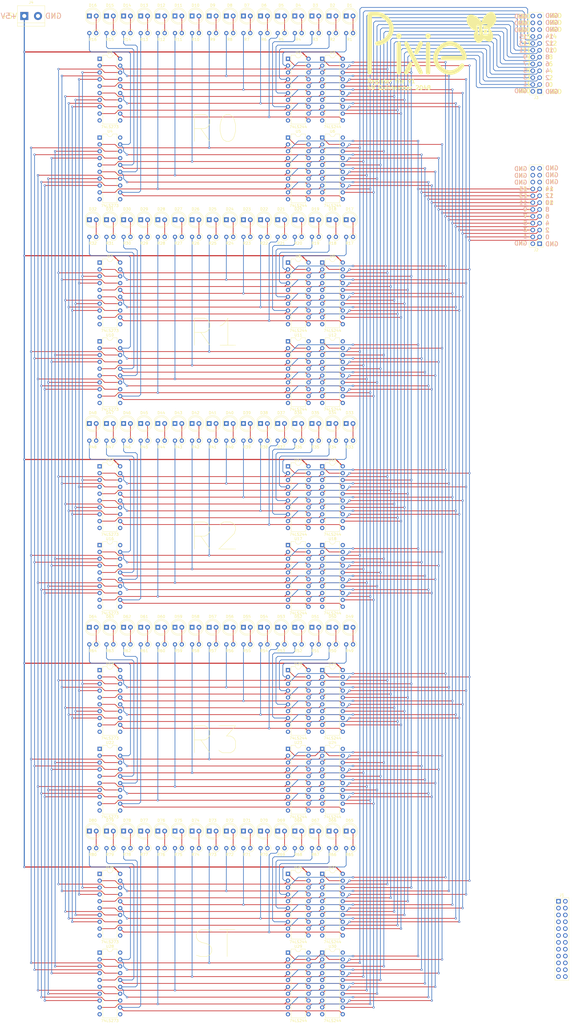
<source format=kicad_pcb>
(kicad_pcb (version 20211014) (generator pcbnew)
  (layers (0 "F.Cu" signal) (31 "B.Cu" signal) (34 "B.Paste" user) (35 "F.Paste" user) (36 "B.SilkS" user "B.Silkscreen") (37 "F.SilkS" user "F.Silkscreen") (38 "B.Mask" user) (39 "F.Mask" user) (44 "Edge.Cuts" user))
  (net 0 "")
  (net 2 "/Db0")
  (net 3 "/Db1")
  (net 4 "/Db2")
  (net 5 "/Db3")
  (net 6 "GND")
  (net 8 "/Db4")
  (net 9 "/Db5")
  (net 10 "/Db6")
  (net 11 "/Db7")
  (net 12 "+5V")
  (net 13 "Net-(U2-Pad1)")
  (net 14 "/Db8")
  (net 15 "/Db9")
  (net 16 "/Db10")
  (net 17 "/Db11")
  (net 19 "/Db12")
  (net 20 "/Db13")
  (net 21 "/Db14")
  (net 22 "/Db15")
  (net 24 "/PbA7")
  (net 25 "/PbA6")
  (net 26 "/PbA5")
  (net 27 "/PbA4")
  (net 28 "/PbA3")
  (net 29 "/PbA2")
  (net 30 "/PbA1")
  (net 31 "/PbA0")
  (net 32 "/PbA15")
  (net 33 "/PbA14")
  (net 34 "/PbA13")
  (net 35 "/PbA12")
  (net 36 "/PbA11")
  (net 37 "/PbA10")
  (net 38 "/PbA9")
  (net 39 "/PbA8")
  (net 40 "/PbB7")
  (net 41 "/PbB6")
  (net 42 "/PbB5")
  (net 43 "/PbB4")
  (net 44 "/PbB3")
  (net 45 "/PbB2")
  (net 46 "/PbB1")
  (net 47 "/PbB0")
  (net 48 "Net-(U5-Pad1)")
  (net 49 "/PbB15")
  (net 50 "/PbB14")
  (net 51 "/PbB13")
  (net 52 "/PbB12")
  (net 53 "/PbB11")
  (net 54 "/PbB10")
  (net 55 "/PbB9")
  (net 56 "/PbB8")
  (net 57 "/R0Q0")
  (net 58 "/R0Q1")
  (net 59 "/R0Q2")
  (net 60 "/R0Q3")
  (net 61 "/R0Q4")
  (net 62 "/R0Q5")
  (net 63 "/R0Q6")
  (net 64 "/R0Q7")
  (net 65 "/R0Q8")
  (net 66 "/R0Q9")
  (net 67 "/R0Q10")
  (net 68 "/R0Q11")
  (net 69 "/R0Q12")
  (net 70 "/R0Q13")
  (net 71 "/R0Q14")
  (net 72 "/R0Q15")
  (net 73 "Net-(D1-Pad2)")
  (net 74 "Net-(D2-Pad2)")
  (net 75 "Net-(D3-Pad2)")
  (net 76 "Net-(D4-Pad2)")
  (net 77 "Net-(D5-Pad2)")
  (net 78 "Net-(D6-Pad2)")
  (net 79 "Net-(D7-Pad2)")
  (net 80 "Net-(D8-Pad2)")
  (net 81 "Net-(D9-Pad2)")
  (net 82 "Net-(D10-Pad2)")
  (net 83 "Net-(D11-Pad2)")
  (net 84 "Net-(D12-Pad2)")
  (net 85 "Net-(D13-Pad2)")
  (net 86 "Net-(D14-Pad2)")
  (net 87 "Net-(D15-Pad2)")
  (net 88 "Net-(D16-Pad2)")
  (net 89 "Net-(D17-Pad2)")
  (net 90 "Net-(D18-Pad2)")
  (net 91 "Net-(D19-Pad2)")
  (net 92 "Net-(D20-Pad2)")
  (net 93 "Net-(D21-Pad2)")
  (net 94 "Net-(D22-Pad2)")
  (net 95 "Net-(D23-Pad2)")
  (net 96 "Net-(D24-Pad2)")
  (net 97 "Net-(D25-Pad2)")
  (net 98 "Net-(D26-Pad2)")
  (net 99 "Net-(D27-Pad2)")
  (net 100 "Net-(D28-Pad2)")
  (net 101 "Net-(D29-Pad2)")
  (net 102 "Net-(D30-Pad2)")
  (net 103 "Net-(D31-Pad2)")
  (net 104 "Net-(D32-Pad2)")
  (net 105 "Net-(D33-Pad2)")
  (net 106 "Net-(D34-Pad2)")
  (net 107 "Net-(D35-Pad2)")
  (net 108 "Net-(D36-Pad2)")
  (net 109 "Net-(D37-Pad2)")
  (net 110 "Net-(D38-Pad2)")
  (net 111 "Net-(D39-Pad2)")
  (net 112 "Net-(D40-Pad2)")
  (net 113 "Net-(D41-Pad2)")
  (net 114 "Net-(D42-Pad2)")
  (net 115 "Net-(D43-Pad2)")
  (net 116 "Net-(D44-Pad2)")
  (net 117 "Net-(D45-Pad2)")
  (net 118 "Net-(D46-Pad2)")
  (net 119 "Net-(D47-Pad2)")
  (net 120 "Net-(D48-Pad2)")
  (net 121 "Net-(D49-Pad2)")
  (net 122 "Net-(D50-Pad2)")
  (net 123 "Net-(D51-Pad2)")
  (net 124 "Net-(D52-Pad2)")
  (net 125 "Net-(D53-Pad2)")
  (net 126 "Net-(D54-Pad2)")
  (net 127 "Net-(D55-Pad2)")
  (net 128 "Net-(D56-Pad2)")
  (net 129 "Net-(D57-Pad2)")
  (net 130 "Net-(D58-Pad2)")
  (net 131 "Net-(D59-Pad2)")
  (net 132 "Net-(D60-Pad2)")
  (net 133 "Net-(D61-Pad2)")
  (net 134 "Net-(D62-Pad2)")
  (net 135 "Net-(D63-Pad2)")
  (net 136 "Net-(D64-Pad2)")
  (net 137 "Net-(D65-Pad2)")
  (net 138 "Net-(D66-Pad2)")
  (net 139 "Net-(D67-Pad2)")
  (net 140 "Net-(D68-Pad2)")
  (net 141 "Net-(D69-Pad2)")
  (net 142 "Net-(D70-Pad2)")
  (net 143 "Net-(D71-Pad2)")
  (net 144 "Net-(D72-Pad2)")
  (net 145 "Net-(D73-Pad2)")
  (net 146 "Net-(D74-Pad2)")
  (net 147 "Net-(D75-Pad2)")
  (net 148 "Net-(D76-Pad2)")
  (net 149 "Net-(D77-Pad2)")
  (net 150 "Net-(D78-Pad2)")
  (net 151 "Net-(D79-Pad2)")
  (net 152 "Net-(D80-Pad2)")
  (net 153 "/STQ0")
  (net 154 "/STQ1")
  (net 155 "/STQ2")
  (net 156 "/STQ3")
  (net 157 "/STQ4")
  (net 158 "/STQ5")
  (net 159 "/STQ6")
  (net 160 "/STQ7")
  (net 161 "/STQ8")
  (net 162 "/STQ9")
  (net 163 "/STQ10")
  (net 164 "/STQ11")
  (net 165 "/STQ12")
  (net 166 "/STQ13")
  (net 167 "/STQ14")
  (net 168 "/STQ15")
  (net 169 "/R1Q7")
  (net 170 "/R1Q15")
  (net 171 "/R1Q6")
  (net 172 "/R1Q14")
  (net 173 "/R1Q5")
  (net 174 "/R1Q13")
  (net 175 "/R1Q4")
  (net 176 "/R1Q12")
  (net 177 "/R1Q3")
  (net 178 "/R1Q11")
  (net 179 "/R1Q2")
  (net 180 "/R1Q10")
  (net 181 "/R1Q1")
  (net 182 "/R1Q9")
  (net 183 "/R1Q0")
  (net 184 "/R1Q8")
  (net 185 "/R2Q7")
  (net 186 "/R2Q15")
  (net 187 "/R2Q6")
  (net 188 "/R2Q14")
  (net 189 "/R2Q5")
  (net 190 "/R2Q13")
  (net 191 "/R2Q4")
  (net 192 "/R2Q12")
  (net 193 "/R2Q3")
  (net 194 "/R2Q11")
  (net 195 "/R2Q2")
  (net 196 "/R2Q10")
  (net 197 "/R2Q1")
  (net 198 "/R2Q9")
  (net 199 "/R2Q0")
  (net 200 "/R2Q8")
  (net 201 "/R3Q7")
  (net 202 "/R3Q15")
  (net 203 "/R3Q6")
  (net 204 "/R3Q14")
  (net 205 "/R3Q5")
  (net 206 "/R3Q13")
  (net 207 "/R3Q4")
  (net 208 "/R3Q12")
  (net 209 "/R3Q3")
  (net 210 "/R3Q11")
  (net 211 "/R3Q2")
  (net 212 "/R3Q10")
  (net 213 "/R3Q1")
  (net 214 "/R3Q9")
  (net 215 "/R3Q0")
  (net 216 "/R3Q8")
  (net 219 "Net-(U8-Pad1)")
  (net 222 "Net-(U11-Pad1)")
  (net 225 "Net-(U14-Pad1)")
  (net 228 "Net-(U17-Pad1)")
  (net 231 "Net-(U20-Pad1)")
  (net 234 "Net-(U23-Pad1)")
  (net 237 "Net-(U26-Pad1)")
  (net 240 "Net-(U29-Pad1)")
  (net 245 "Net-(U21-Pad1)")
  (net 246 "Net-(U24-Pad1)")
  (net 247 "Net-(U27-Pad1)")
  (net 248 "Net-(U30-Pad1)")
  (footprint "LED_THT:LED_D5.0mm" (layer "F.Cu") (at 78.74 373.38)
    (fp_text reference "D80")
    (fp_text value "LED")
  )
  (footprint "LED_THT:LED_D5.0mm" (layer "F.Cu") (at 116.84 146.685)
    (fp_text reference "D26")
    (fp_text value "LED")
  )
  (footprint "Resistor_THT:R_Axial_DIN0207_L6.3mm_D2.5mm_P2.54mm_Vertical" (layer "F.Cu") (at 125.73 304.165 180)
    (fp_text reference "R57")
    (fp_text value "R")
  )
  (footprint "LED_THT:LED_D5.0mm" (layer "F.Cu") (at 173.99 71.12)
    (fp_text reference "D1")
    (fp_text value "LED")
  )
  (footprint "Resistor_THT:R_Axial_DIN0207_L6.3mm_D2.5mm_P2.54mm_Vertical" (layer "F.Cu") (at 170.18 304.165 180)
    (fp_text reference "R50")
    (fp_text value "R")
  )
  (footprint "Package_DIP:DIP-20_W7.62mm" (layer "F.Cu") (at 152.4 238.125)
    (fp_text reference "U14")
    (fp_text value "74LS244")
  )
  (footprint "Resistor_THT:R_Axial_DIN0207_L6.3mm_D2.5mm_P2.54mm_Vertical" (layer "F.Cu") (at 125.73 153.035 180)
    (fp_text reference "R25")
    (fp_text value "R")
  )
  (footprint "Resistor_THT:R_Axial_DIN0207_L6.3mm_D2.5mm_P2.54mm_Vertical" (layer "F.Cu") (at 163.825 304.165 180)
    (fp_text reference "R51")
    (fp_text value "R")
  )
  (footprint "LED_THT:LED_D5.0mm" (layer "F.Cu") (at 154.935 222.25)
    (fp_text reference "D36")
    (fp_text value "LED")
  )
  (footprint "Resistor_THT:R_Axial_DIN0207_L6.3mm_D2.5mm_P2.54mm_Vertical" (layer "F.Cu") (at 93.98 304.165 180)
    (fp_text reference "R62")
    (fp_text value "R")
  )
  (footprint "Resistor_THT:R_Axial_DIN0207_L6.3mm_D2.5mm_P2.54mm_Vertical" (layer "F.Cu") (at 144.78 77.47 180)
    (fp_text reference "R6")
    (fp_text value "R")
  )
  (footprint "Package_DIP:DIP-20_W7.62mm" (layer "F.Cu") (at 152.41 191.775)
    (fp_text reference "U11")
    (fp_text value "74LS244")
  )
  (footprint "Package_DIP:DIP-20_W7.62mm" (layer "F.Cu") (at 165.11 87)
    (fp_text reference "U3")
    (fp_text value "74LS244")
  )
  (footprint "Resistor_THT:R_Axial_DIN0207_L6.3mm_D2.5mm_P2.54mm_Vertical" (layer "F.Cu") (at 170.18 379.73 180)
    (fp_text reference "R66")
    (fp_text value "R")
  )
  (footprint "LED_THT:LED_D5.0mm" (layer "F.Cu") (at 104.14 297.815)
    (fp_text reference "D60")
    (fp_text value "LED")
  )
  (footprint "Resistor_THT:R_Axial_DIN0207_L6.3mm_D2.5mm_P2.54mm_Vertical" (layer "F.Cu") (at 106.68 379.73 180)
    (fp_text reference "R76")
    (fp_text value "R")
  )
  (footprint "Resistor_THT:R_Axial_DIN0207_L6.3mm_D2.5mm_P2.54mm_Vertical" (layer "F.Cu") (at 119.38 77.47 180)
    (fp_text reference "R10")
    (fp_text value "R")
  )
  (footprint "Package_DIP:DIP-20_W7.62mm" (layer "F.Cu") (at 152.41 342.905)
    (fp_text reference "U23")
    (fp_text value "74LS244")
  )
  (footprint "Resistor_THT:R_Axial_DIN0207_L6.3mm_D2.5mm_P2.54mm_Vertical" (layer "F.Cu") (at 170.175 228.6 180)
    (fp_text reference "R34")
    (fp_text value "R")
  )
  (footprint "Resistor_THT:R_Axial_DIN0207_L6.3mm_D2.5mm_P2.54mm_Vertical" (layer "F.Cu") (at 151.13 77.47 180)
    (fp_text reference "R5")
    (fp_text value "R")
  )
  (footprint "Resistor_THT:R_Axial_DIN0207_L6.3mm_D2.5mm_P2.54mm_Vertical" (layer "F.Cu") (at 87.63 153.035 180)
    (fp_text reference "R31")
    (fp_text value "R")
  )
  (footprint "Resistor_THT:R_Axial_DIN0207_L6.3mm_D2.5mm_P2.54mm_Vertical" (layer "F.Cu") (at 113.025 228.6 180)
    (fp_text reference "R43")
    (fp_text value "R")
  )
  (footprint "Resistor_THT:R_Axial_DIN0207_L6.3mm_D2.5mm_P2.54mm_Vertical" (layer "F.Cu") (at 106.68 77.47 180)
    (fp_text reference "R12")
    (fp_text value "R")
  )
  (footprint "LED_THT:LED_D5.0mm" (layer "F.Cu") (at 129.54 297.815)
    (fp_text reference "D56")
    (fp_text value "LED")
  )
  (footprint "LED_THT:LED_D5.0mm" (layer "F.Cu") (at 97.79 297.815)
    (fp_text reference "D61")
    (fp_text value "LED")
  )
  (footprint "Package_DIP:DIP-20_W7.62mm" (layer "F.Cu") (at 82.56 191.775)
    (fp_text reference "U10")
    (fp_text value "74LS273")
  )
  (footprint "Resistor_THT:R_Axial_DIN0207_L6.3mm_D2.5mm_P2.54mm_Vertical" (layer "F.Cu") (at 138.43 379.73 180)
    (fp_text reference "R71")
    (fp_text value "R")
  )
  (footprint "LED_THT:LED_D5.0mm" (layer "F.Cu") (at 110.49 297.815)
    (fp_text reference "D59")
    (fp_text value "LED")
  )
  (footprint "LED_THT:LED_D5.0mm" (layer "F.Cu") (at 78.735 222.25)
    (fp_text reference "D48")
    (fp_text value "LED")
  )
  (footprint "Resistor_THT:R_Axial_DIN0207_L6.3mm_D2.5mm_P2.54mm_Vertical" (layer "F.Cu") (at 132.08 379.73 180)
    (fp_text reference "R72")
    (fp_text value "R")
  )
  (footprint "Package_DIP:DIP-20_W7.62mm" (layer "F.Cu") (at 82.55 267.335)
    (fp_text reference "U16")
    (fp_text value "74LS273")
  )
  (footprint "Resistor_THT:R_Axial_DIN0207_L6.3mm_D2.5mm_P2.54mm_Vertical" (layer "F.Cu") (at 132.075 228.6 180)
    (fp_text reference "R40")
    (fp_text value "R")
  )
  (footprint "Resistor_THT:R_Axial_DIN0207_L6.3mm_D2.5mm_P2.54mm_Vertical" (layer "F.Cu") (at 157.475 304.165 180)
    (fp_text reference "R52")
    (fp_text value "R")
  )
  (footprint "Resistor_THT:R_Axial_DIN0207_L6.3mm_D2.5mm_P2.54mm_Vertical" (layer "F.Cu") (at 100.33 153.035 180)
    (fp_text reference "R29")
    (fp_text value "R")
  )
  (footprint "Package_DIP:DIP-20_W7.62mm" (layer "F.Cu") (at 82.56 389.26)
    (fp_text reference "U25")
    (fp_text value "74LS273")
  )
  (footprint "Resistor_THT:R_Axial_DIN0207_L6.3mm_D2.5mm_P2.54mm_Vertical" (layer "F.Cu") (at 151.13 304.165 180)
    (fp_text reference "R53")
    (fp_text value "R")
  )
  (footprint "LED_THT:LED_D5.0mm" (layer "F.Cu") (at 85.09 146.685)
    (fp_text reference "D31")
    (fp_text value "LED")
  )
  (footprint "Resistor_THT:R_Axial_DIN0207_L6.3mm_D2.5mm_P2.54mm_Vertical" (layer "F.Cu") (at 125.725 228.6 180)
    (fp_text reference "R41")
    (fp_text value "R")
  )
  (footprint "Resistor_THT:R_Axial_DIN0207_L6.3mm_D2.5mm_P2.54mm_Vertical" (layer "F.Cu") (at 119.375 228.6 180)
    (fp_text reference "R42")
    (fp_text value "R")
  )
  (footprint "Connector_PinHeader_2.54mm:PinHeader_2x12_P2.54mm_Vertical" (layer "F.Cu") (at 245.745 155.575 180)
    (fp_text reference "J2")
    (fp_text value "Conn_02x12_Odd_Even")
  )
  (footprint "LED_THT:LED_D5.0mm" (layer "F.Cu") (at 123.19 297.815)
    (fp_text reference "D57")
    (fp_text value "LED")
  )
  (footprint "LED_THT:LED_D5.0mm" (layer "F.Cu") (at 161.29 146.685)
    (fp_text reference "D19")
    (fp_text value "LED")
  )
  (footprint "LED_THT:LED_D5.0mm" (layer "F.Cu") (at 173.99 373.38)
    (fp_text reference "D65")
    (fp_text value "LED")
  )
  (footprint "Resistor_THT:R_Axial_DIN0207_L6.3mm_D2.5mm_P2.54mm_Vertical" (layer "F.Cu") (at 176.53 379.73 180)
    (fp_text reference "R65")
    (fp_text value "R")
  )
  (footprint "Resistor_THT:R_Axial_DIN0207_L6.3mm_D2.5mm_P2.54mm_Vertical" (layer "F.Cu") (at 106.68 153.035 180)
    (fp_text reference "R28")
    (fp_text value "R")
  )
  (footprint "Resistor_THT:R_Axial_DIN0207_L6.3mm_D2.5mm_P2.54mm_Vertical" (layer "F.Cu") (at 157.48 77.47 180)
    (fp_text reference "R4")
    (fp_text value "R")
  )
  (footprint "Resistor_THT:R_Axial_DIN0207_L6.3mm_D2.5mm_P2.54mm_Vertical" (layer "F.Cu") (at 125.73 379.73 180)
    (fp_text reference "R73")
    (fp_text value "R")
  )
  (footprint "LED_THT:LED_D5.0mm" (layer "F.Cu") (at 142.24 71.12)
    (fp_text reference "D6")
    (fp_text value "LED")
  )
  (footprint "LED_THT:LED_D5.0mm" (layer "F.Cu") (at 97.79 71.12)
    (fp_text reference "D13")
    (fp_text value "LED")
  )
  (footprint "Package_DIP:DIP-20_W7.62mm" (layer "F.Cu") (at 82.56 87)
    (fp_text reference "U1")
    (fp_text value "74LS273")
  )
  (footprint "LED_THT:LED_D5.0mm" (layer "F.Cu") (at 148.59 71.12)
    (fp_text reference "D5")
    (fp_text value "LED")
  )
  (footprint "Package_DIP:DIP-20_W7.62mm" (layer "F.Cu") (at 152.4 389.255)
    (fp_text reference "U26")
    (fp_text value "74LS244")
  )
  (footprint "LED_THT:LED_D5.0mm" (layer "F.Cu") (at 154.94 71.12)
    (fp_text reference "D4")
    (fp_text value "LED")
  )
  (footprint "Resistor_THT:R_Axial_DIN0207_L6.3mm_D2.5mm_P2.54mm_Vertical" (layer "F.Cu") (at 113.03 153.035 180)
    (fp_text reference "R27")
    (fp_text value "R")
  )
  (footprint "Resistor_THT:R_Axial_DIN0207_L6.3mm_D2.5mm_P2.54mm_Vertical" (layer "F.Cu") (at 138.43 153.035 180)
    (fp_text reference "R23")
    (fp_text value "R")
  )
  (footprint "Resistor_THT:R_Axial_DIN0207_L6.3mm_D2.5mm_P2.54mm_Vertical" (layer "F.Cu") (at 138.43 77.47 180)
    (fp_text reference "R7")
    (fp_text value "R")
  )
  (footprint "LED_THT:LED_D5.0mm" (layer "F.Cu") (at 167.635 297.815)
    (fp_text reference "D50")
    (fp_text value "LED")
  )
  (footprint "LED_THT:LED_D5.0mm" (layer "F.Cu") (at 129.54 71.12)
    (fp_text reference "D8")
    (fp_text value "LED")
  )
  (footprint "LED_THT:LED_D5.0mm" (layer "F.Cu") (at 116.84 373.38)
    (fp_text reference "D74")
    (fp_text value "LED")
  )
  (footprint "LED_THT:LED_D5.0mm" (layer "F.Cu") (at 142.24 297.815)
    (fp_text reference "D54")
    (fp_text value "LED")
  )
  (footprint "Resistor_THT:R_Axial_DIN0207_L6.3mm_D2.5mm_P2.54mm_Vertical" (layer "F.Cu") (at 132.08 153.035 180)
    (fp_text reference "R24")
    (fp_text value "R")
  )
  (footprint "LED_THT:LED_D5.0mm" (layer "F.Cu") (at 154.935 297.815)
    (fp_text reference "D52")
    (fp_text value "LED")
  )
  (footprint "Connector_PinHeader_2.54mm:PinHeader_2x12_P2.54mm_Vertical" (layer "F.Cu") (at 245.745 99.06 180)
    (fp_text reference "J3")
    (fp_text value "Conn_02x12_Odd_Even")
  )
  (footprint "LED_THT:LED_D5.0mm" (layer "F.Cu") (at 110.49 71.12)
    (fp_text reference "D11")
    (fp_text value "LED")
  )
  (footprint "LED_THT:LED_D5.0mm" (layer "F.Cu") (at 167.64 373.38)
    (fp_text reference "D66")
    (fp_text value "LED")
  )
  (footprint "LED_THT:LED_D5.0mm" (layer "F.Cu") (at 97.79 146.685)
    (fp_text reference "D29")
    (fp_text value "LED")
  )
  (footprint "LED_THT:LED_D5.0mm" (layer "F.Cu") (at 135.885 222.25)
    (fp_text reference "D39")
    (fp_text value "LED")
  )
  (footprint "LED_THT:LED_D5.0mm" (layer "F.Cu") (at 110.485 222.25)
    (fp_text reference "D43")
    (fp_text value "LED")
  )
  (footprint "LED_THT:LED_D5.0mm" (layer "F.Cu") (at 135.89 297.815)
    (fp_text reference "D55")
    (fp_text value "LED")
  )
  (footprint "Resistor_THT:R_Axial_DIN0207_L6.3mm_D2.5mm_P2.54mm_Vertical" (layer "F.Cu") (at 176.53 304.165 180)
    (fp_text reference "R49")
    (fp_text value "R")
  )
  (footprint "Package_DIP:DIP-20_W7.62mm" (layer "F.Cu") (at 82.56 162.565)
    (fp_text reference "U7")
    (fp_text value "74LS273")
  )
  (footprint "Resistor_THT:R_Axial_DIN0207_L6.3mm_D2.5mm_P2.54mm_Vertical" (layer "F.Cu") (at 176.525 228.6 180)
    (fp_text reference "R33")
    (fp_text value "R")
  )
  (footprint "LED_THT:LED_D5.0mm" (layer "F.Cu") (at 135.89 71.12)
    (fp_text reference "D7")
    (fp_text value "LED")
  )
  (footprint "Package_DIP:DIP-20_W7.62mm" (layer "F.Cu") (at 165.1 389.255)
    (fp_text reference "U27")
    (fp_text value "74LS244")
  )
  (footprint "Resistor_THT:R_Axial_DIN0207_L6.3mm_D2.5mm_P2.54mm_Vertical" (layer "F.Cu") (at 119.38 304.165 180)
    (fp_text reference "R58")
    (fp_text value "R")
  )
  (footprint "Resistor_THT:R_Axial_DIN0207_L6.3mm_D2.5mm_P2.54mm_Vertical" (layer "F.Cu") (at 106.68 304.165 180)
    (fp_text reference "R60")
    (fp_text value "R")
  )
  (footprint "Resistor_THT:R_Axial_DIN0207_L6.3mm_D2.5mm_P2.54mm_Vertical" (layer "F.Cu") (at 93.98 379.73 180)
    (fp_text reference "R78")
    (fp_text value "R")
  )
  (footprint "Resistor_THT:R_Axial_DIN0207_L6.3mm_D2.5mm_P2.54mm_Vertical" (layer "F.Cu") (at 163.83 153.035 180)
    (fp_text reference "R19")
    (fp_text value "R")
  )
  (footprint "Resistor_THT:R_Axial_DIN0207_L6.3mm_D2.5mm_P2.54mm_Vertical" (layer "F.Cu") (at 87.63 304.165 180)
    (fp_text reference "R63")
    (fp_text value "R")
  )
  (footprint "Resistor_THT:R_Axial_DIN0207_L6.3mm_D2.5mm_P2.54mm_Vertical" (layer "F.Cu") (at 163.83 379.73 180)
    (fp_text reference "R67")
    (fp_text value "R")
  )
  (footprint "LED_THT:LED_D5.0mm" (layer "F.Cu") (at 116.835 222.25)
    (fp_text reference "D42")
    (fp_text value "LED")
  )
  (footprint "Package_DIP:DIP-20_W7.62mm" (layer "F.Cu") (at 152.41 116.21)
    (fp_text reference "U5")
    (fp_text value "74LS244")
  )
  (footprint "Resistor_THT:R_Axial_DIN0207_L6.3mm_D2.5mm_P2.54mm_Vertical" (layer "F.Cu") (at 106.675 228.6 180)
    (fp_text reference "R44")
    (fp_text value "R")
  )
  (footprint "Package_DIP:DIP-20_W7.62mm" (layer "F.Cu") (at 165.1 267.335)
    (fp_text reference "U18")
    (fp_text value "74LS244")
  )
  (footprint "LED_THT:LED_D5.0mm" (layer "F.Cu") (at 116.84 297.815)
    (fp_text reference "D58")
    (fp_text value "LED")
  )
  (footprint "LED_THT:LED_D5.0mm" (layer "F.Cu") (at 161.29 373.38)
    (fp_text reference "D67")
    (fp_text value "LED")
  )
  (footprint "Package_DIP:DIP-20_W7.62mm" (layer "F.Cu") (at 165.11 162.565)
    (fp_text reference "U9")
    (fp_text value "74LS244")
  )
  (footprint "Resistor_THT:R_Axial_DIN0207_L6.3mm_D2.5mm_P2.54mm_Vertical" (layer "F.Cu") (at 87.63 77.47 180)
    (fp_text reference "R15")
    (fp_text value "R")
  )
  (footprint "LED_THT:LED_D5.0mm" (layer "F.Cu") (at 78.74 71.12)
    (fp_text reference "D16")
    (fp_text value "LED")
  )
  (footprint "Resistor_THT:R_Axial_DIN0207_L6.3mm_D2.5mm_P2.54mm_Vertical" (layer "F.Cu") (at 157.475 228.6 180)
    (fp_text reference "R36")
    (fp_text value "R")
  )
  (footprint "Resistor_THT:R_Axial_DIN0207_L6.3mm_D2.5mm_P2.54mm_Vertical" (layer "F.Cu") (at 93.98 77.47 180)
    (fp_text reference "R14")
    (fp_text value "R")
  )
  (footprint "LED_THT:LED_D5.0mm" (layer "F.Cu") (at 97.79 373.38)
    (fp_text reference "D77")
    (fp_text value "LED")
  )
  (footprint "Resistor_THT:R_Axial_DIN0207_L6.3mm_D2.5mm_P2.54mm_Vertical" (layer "F.Cu") (at 93.98 153.035 180)
    (fp_text reference "R30")
    (fp_text value "R")
  )
  (footprint "Package_DIP:DIP-20_W7.62mm" (layer "F.Cu") (at 82.56 313.695)
    (fp_text reference "U19")
    (fp_text value "74LS273")
  )
  (footprint "LED_THT:LED_D5.0mm" (layer "F.Cu") (at 142.24 146.685)
    (fp_text reference "D22")
    (fp_text value "LED")
  )
  (footprint "LED_THT:LED_D5.0mm" (layer "F.Cu") (at 129.54 373.38)
    (fp_text reference "D72")
    (fp_text value "LED")
  )
  (footprint "Package_DIP:DIP-20_W7.62mm" (layer "F.Cu") (at 165.1 238.125)
    (fp_text reference "U15")
    (fp_text value "74LS244")
  )
  (footprint "LED_THT:LED_D5.0mm" (layer "F.Cu") (at 104.14 373.38)
    (fp_text reference "D76")
    (fp_text value "LED")
  )
  (footprint "Connector_PinHeader_2.54mm:PinHeader_2x12_P2.54mm_Vertical" (layer "F.Cu") (at 252.73 399.415)
    (fp_text reference "J1")
    (fp_text value "Conn_02x12_Odd_Even")
  )
  (footprint "Resistor_THT:R_Axial_DIN0207_L6.3mm_D2.5mm_P2.54mm_Vertical" (layer "F.Cu") (at 151.13 153.035 180)
    (fp_text reference "R21")
    (fp_text value "R")
  )
  (footprint "Resistor_THT:R_Axial_DIN0207_L6.3mm_D2.5mm_P2.54mm_Vertical" (layer "F.Cu") (at 81.28 304.165 180)
    (fp_text reference "R64")
    (fp_text value "R")
  )
  (footprint "LED_THT:LED_D5.0mm" (layer "F.Cu") (at 148.59 297.815)
    (fp_text reference "D53")
    (fp_text value "LED")
  )
  (footprint "LED_THT:LED_D5.0mm" (layer "F.Cu") (at 123.19 146.685)
    (fp_text reference "D25")
    (fp_text value "LED")
  )
  (footprint "Resistor_THT:R_Axial_DIN0207_L6.3mm_D2.5mm_P2.54mm_Vertical" (layer "F.Cu") (at 138.425 228.6 180)
    (fp_text reference "R39")
    (fp_text value "R")
  )
  (footprint "LOGO" (layer "F.Cu") (at 207.073434 81.291032)
    (fp_text reference "G1" hide)
    (fp_text value "LOGO" hide)
  )
  (footprint "LED_THT:LED_D5.0mm" (layer "F.Cu") (at 142.24 373.38)
    (fp_text reference "D70")
    (fp_text value "LED")
  )
  (footprint "LED_THT:LED_D5.0mm" (layer "F.Cu") (at 91.44 146.685)
    (fp_text reference "D30")
    (fp_text value "LED")
  )
  (footprint "Package_DIP:DIP-20_W7.62mm" (layer "F.Cu") (at 165.1 418.46)
    (fp_text reference "U30")
    (fp_text value "74LS244")
  )
  (footprint "LED_THT:LED_D5.0mm" (layer "F.Cu") (at 129.535 222.25)
    (fp_text reference "D40")
    (fp_text value "LED")
  )
  (footprint "Package_DIP:DIP-20_W7.62mm" (layer "F.Cu") (at 82.56 116.21)
    (fp_text reference "U4")
    (fp_text value "74LS273")
  )
  (footprint "Resistor_THT:R_Axial_DIN0207_L6.3mm_D2.5mm_P2.54mm_Vertical" (layer "F.Cu") (at 93.975 228.6 180)
    (fp_text reference "R46")
    (fp_text value "R")
  )
  (footprint "LED_THT:LED_D5.0mm" (layer "F.Cu") (at 104.135 222.25)
    (fp_text reference "D44")
    (fp_text value "LED")
  )
  (footprint "LED_THT:LED_D5.0mm" (layer "F.Cu") (at 148.585 222.25)
    (fp_text reference "D37")
    (fp_text value "LED")
  )
  (footprint "Resistor_THT:R_Axial_DIN0207_L6.3mm_D2.5mm_P2.54mm_Vertical" (layer "F.Cu") (at 151.13 379.73 180)
    (fp_text reference "R69")
    (fp_text value "R")
  )
  (footprint "LED_THT:LED_D5.0mm" (layer "F.Cu") (at 167.64 71.12)
    (fp_text reference "D2")
    (fp_text value "LED")
  )
  (footprint "Resistor_THT:R_Axial_DIN0207_L6.3mm_D2.5mm_P2.54mm_Vertical" (layer "F.Cu") (at 100.33 77.47 180)
    (fp_text reference "R13")
    (fp_text value "R")
  )
  (footprint "Resistor_THT:R_Axial_DIN0207_L6.3mm_D2.5mm_P2.54mm_Vertical" (layer "F.Cu") (at 176.53 77.47 180)
    (fp_text reference "R1")
    (fp_text value "R")
  )
  (footprint "Resistor_THT:R_Axial_DIN0207_L6.3mm_D2.5mm_P2.54mm_Vertical" (layer "F.Cu") (at 144.78 153.035 180)
    (fp_text reference "R22")
    (fp_text value "R")
  )
  (footprint "Package_DIP:DIP-20_W7.62mm" (layer "F.Cu") (at 165.11 342.905)
    (fp_text reference "U24")
    (fp_text value "74LS244")
  )
  (footprint "Resistor_THT:R_Axial_DIN0207_L6.3mm_D2.5mm_P2.54mm_Vertical" (layer "F.Cu") (at 144.78 304.165 180)
    (fp_text reference "R54")
    (fp_text value "R")
  )
  (footprint "Package_DIP:DIP-20_W7.62mm" (layer "F.Cu") (at 152.4 418.465)
    (fp_text reference "U29")
    (fp_text value "74LS244")
  )
  (footprint "Resistor_THT:R_Axial_DIN0207_L6.3mm_D2.5mm_P2.54mm_Vertical" (layer "F.Cu") (at 81.28 379.73 180)
    (fp_text reference "R80")
    (fp_text value "R")
  )
  (footprint "Resistor_THT:R_Axial_DIN0207_L6.3mm_D2.5mm_P2.54mm_Vertical" (layer "F.Cu") (at 138.43 304.165 180)
    (fp_text reference "R55")
    (fp_text value "R")
  )
  (footprint "Package_DIP:DIP-20_W7.62mm" (layer "F.Cu") (at 152.4 267.335)
    (fp_text reference "U17")
    (fp_text value "74LS244")
  )
  (footprint "Resistor_THT:R_Axial_DIN0207_L6.3mm_D2.5mm_P2.54mm_Vertical" (layer "F.Cu") (at 81.28 153.035 180)
    (fp_text reference "R32")
    (fp_text value "R")
  )
  (footprint "Resistor_THT:R_Axial_DIN0207_L6.3mm_D2.5mm_P2.54mm_Vertical" (layer "F.Cu") (at 119.38 153.035 180)
    (fp_text reference "R26")
    (fp_text value "R")
  )
  (footprint "LED_THT:LED_D5.0mm" (layer "F.Cu") (at 104.14 71.12)
    (fp_text reference "D12")
    (fp_text value "LED")
  )
  (footprint "LED_THT:LED_D5.0mm" (layer "F.Cu") (at 123.19 71.12)
    (fp_text reference "D9")
    (fp_text value "LED")
  )
  (footprint "Resistor_THT:R_Axial_DIN0207_L6.3mm_D2.5mm_P2.54mm_Vertical" (layer "F.Cu") (at 100.325 228.6 180)
    (fp_text reference "R45")
    (fp_text value "R")
  )
  (footprint "Resistor_THT:R_Axial_DIN0207_L6.3mm_D2.5mm_P2.54mm_Vertical" (layer "F.Cu") (at 176.53 153.035 180)
    (fp_text reference "R17")
    (fp_text value "R")
  )
  (footprint "Resistor_THT:R_Axial_DIN0207_L6.3mm_D2.5mm_P2.54mm_Vertical" (layer "F.Cu") (at 163.83 77.47 180)
    (fp_text reference "R3")
    (fp_text value "R")
  )
  (footprint "Package_DIP:DIP-20_W7.62mm" (layer "F.Cu") (at 82.56 418.465)
    (fp_text reference "U28")
    (fp_text value "74LS273")
  )
  (footprint "LED_THT:LED_D5.0mm" (layer "F.Cu") (at 167.635 222.25)
    (fp_text reference "D34")
    (fp_text value "LED")
  )
  (footprint "LED_THT:LED_D5.0mm" (layer "F.Cu") (at 91.44 297.815)
    (fp_text reference "D62")
    (fp_text value "LED")
  )
  (footprint "LED_THT:LED_D5.0mm" (layer "F.Cu") (at 154.94 373.38)
    (fp_text reference "D68")
    (fp_text value "LED")
  )
  (footprint "Resistor_THT:R_Axial_DIN0207_L6.3mm_D2.5mm_P2.54mm_Vertical" (layer "F.Cu") (at 81.275 228.6 180)
    (fp_text reference "R48")
    (fp_text value "R")
  )
  (footprint "Package_DIP:DIP-20_W7.62mm" (layer "F.Cu") (at 165.11 191.775)
    (fp_text reference "U12")
    (fp_text value "74LS244")
  )
  (footprint "Resistor_THT:R_Axial_DIN0207_L6.3mm_D2.5mm_P2.54mm_Vertical" (layer "F.Cu") (at 113.03 379.73 180)
    (fp_text reference "R75")
    (fp_text value "R")
  )
  (footprint "LED_THT:LED_D5.0mm" (layer "F.Cu") (at 85.09 373.38)
    (fp_text reference "D79")
    (fp_text value "LED")
  )
  (footprint "LED_THT:LED_D5.0mm" (layer "F.Cu") (at 97.785 222.25)
    (fp_text reference "D45")
    (fp_text value "LED")
  )
  (footprint "Resistor_THT:R_Axial_DIN0207_L6.3mm_D2.5mm_P2.54mm_Vertical" (layer "F.Cu") (at 87.63 379.73 180)
    (fp_text reference "R79")
    (fp_text value "R")
  )
  (footprint "LED_THT:LED_D5.0mm" (layer "F.Cu") (at 104.14 146.685)
    (fp_text reference "D28")
    (fp_text value "LED")
  )
  (footprint "LED_THT:LED_D5.0mm" (layer "F.Cu") (at 123.19 373.38)
    (fp_text reference "D73")
    (fp_text value "LED")
  )
  (footprint "LED_THT:LED_D5.0mm" (layer "F.Cu") (at 91.435 222.25)
    (fp_text reference "D46")
    (fp_text value "LED")
  )
  (footprint "Package_DIP:DIP-20_W7.62mm" (layer "F.Cu") (at 152.41 87)
    (fp_text reference "U2")
    (fp_text value "74LS244")
  )
  (footprint "LED_THT:LED_D5.0mm" (layer "F.Cu") (at 173.99 146.685)
    (fp_text reference "D17")
    (fp_text value "LED")
  )
  (footprint "Resistor_THT:R_Axial_DIN0207_L6.3mm_D2.5mm_P2.54mm_Vertical" (layer "F.Cu") (at 113.03 304.165 180)
    (fp_text reference "R59")
    (fp_text value "R")
  )
  (footprint "Resistor_THT:R_Axial_DIN0207_L6.3mm_D2.5mm_P2.54mm_Vertical" (layer "F.Cu") (at 151.125 228.6 180)
    (fp_text reference "R37")
    (fp_text value "R")
  )
  (footprint "Resistor_THT:R_Axial_DIN0207_L6.3mm_D2.5mm_P2.54mm_Vertical" (layer "F.Cu") (at 144.775 228.6 180)
    (fp_text reference "R38")
    (fp_text value "R")
  )
  (footprint "Resistor_THT:R_Axial_DIN0207_L6.3mm_D2.5mm_P2.54mm_Vertical" (layer "F.Cu") (at 100.33 379.73 180)
    (fp_text reference "R77")
    (fp_text value "R")
  )
  (footprint "LED_THT:LED_D5.0mm" (layer "F.Cu") (at 85.09 297.815)
    (fp_text reference "D63")
    (fp_text value "LED")
  )
  (footprint "Resistor_THT:R_Axial_DIN0207_L6.3mm_D2.5mm_P2.54mm_Vertical" (layer "F.Cu") (at 81.28 77.47 180)
    (fp_text reference "R16")
    (fp_text value "R")
  )
  (footprint "LED_THT:LED_D5.0mm" (layer "F.Cu") (at 161.285 222.25)
    (fp_text reference "D35")
    (fp_text value "LED")
  )
  (footprint "Resistor_THT:R_Axial_DIN0207_L6.3mm_D2.5mm_P2.54mm_Vertical" (layer "F.Cu") (at 87.625 228.6 180)
    (fp_text reference "R47")
    (fp_text value "R")
  )
  (footprint "Resistor_THT:R_Axial_DIN0207_L6.3mm_D2.5mm_P2.54mm_Vertical" (layer "F.Cu") (at 132.08 77.47 180)
    (fp_text reference "R8")
    (fp_text value "R")
  )
  (footprint "LED_THT:LED_D5.0mm" (layer "F.Cu") (at 142.235 222.25)
    (fp_text reference "D38")
    (fp_text value "LED")
  )
  (footprint "LED_THT:LED_D5.0mm" (layer "F.Cu") (at 91.44 373.38)
    (fp_text reference "D78")
    (fp_text value "LED")
  )
  (footprint "LED_THT:LED_D5.0mm" (layer "F.Cu") (at 167.64 146.685)
    (fp_text reference "D18")
    (fp_text value "LED")
  )
  (footprint "Package_DIP:DIP-20_W7.62mm" (layer "F.Cu") (at 152.41 313.695)
    (fp_text reference "U20")
    (fp_text value "74LS244")
  )
  (footprint "Package_DIP:DIP-20_W7.62mm" (layer "F.Cu") (at 82.56 342.905)
    (fp_text reference "U22")
    (fp_text value "74LS273")
  )
  (footprint "LED_THT:LED_D5.0mm" (layer "F.Cu") (at 85.085 71.12)
    (fp_text reference "D15")
    (fp_text value "LED")
  )
  (footprint "LED_THT:LED_D5.0mm" (layer "F.Cu") (at 148.59 373.38)
    (fp_text reference "D69")
    (fp_text value "LED")
  )
  (footprint "LED_THT:LED_D5.0mm" (layer "F.Cu") (at 173.99 297.815)
    (fp_text reference "D49")
    (fp_text value "LED")
  )
  (footprint "Package_DIP:DIP-20_W7.62mm" (layer "F.Cu") (at 165.11 313.695)
    (fp_text reference "U21")
    (fp_text value "74LS244")
  )
  (footprint "LED_THT:LED_D5.0mm" (layer "F.Cu") (at 123.18 222.25)
    (fp_text reference "D41")
    (fp_text value "LED")
  )
  (footprint "LED_THT:LED_D5.0mm" (layer "F.Cu") (at 91.44 71.12)
    (fp_text reference "D14")
    (fp_text value "LED")
  )
  (footprint "LED_THT:LED_D5.0mm" (layer "F.Cu") (at 78.74 297.815)
    (fp_text reference "D64")
    (fp_text value "LED")
  )
  (footprint "LED_THT:LED_D5.0mm" (layer "F.Cu") (at 161.28 297.815)
    (fp_text reference "D51")
    (fp_text value "LED")
  )
  (footprint "LED_THT:LED_D5.0mm" (layer "F.Cu") (at 148.59 146.685)
    (fp_text reference "D21")
    (fp_text value "LED")
  )
  (footprint "LED_THT:LED_D5.0mm" (layer "F.Cu") (at 173.985 222.25)
    (fp_text reference "D33")
    (fp_text value "LED")
  )
  (footprint "LED_THT:LED_D5.0mm" (layer "F.Cu") (at 135.89 146.685)
    (fp_text reference "D23")
    (fp_text value "LED")
  )
  (footprint "Resistor_THT:R_Axial_DIN0207_L6.3mm_D2.5mm_P2.54mm_Vertical" (layer "F.Cu") (at 157.48 379.73 180)
    (fp_text reference "R68")
    (fp_text value "R")
  )
  (footprint "LED_THT:LED_D5.0mm" (layer "F.Cu") (at 129.54 146.685)
    (fp_text reference "D24")
    (fp_text value "LED")
  )
  (footprint "Resistor_THT:R_Axial_DIN0207_L6.3mm_D2.5mm_P2.54mm_Vertical" (layer "F.Cu") (at 170.18 153.035 180)
    (fp_text reference "R18")
    (fp_text value "R")
  )
  (footprint "Resistor_THT:R_Axial_DIN0207_L6.3mm_D2.5mm_P2.54mm_Vertical" (layer "F.Cu") (at 132.08 304.165 180)
    (fp_text reference "R56")
    (fp_text value "R")
  )
  (footprint "Resistor_THT:R_Axial_DIN0207_L6.3mm_D2.5mm_P2.54mm_Vertical" (layer "F.Cu") (at 119.38 379.73 180)
    (fp_text reference "R74")
    (fp_text value "R")
  )
  (footprint "Resistor_THT:R_Axial_DIN0207_L6.3mm_D2.5mm_P2.54mm_Vertical" (layer "F.Cu") (at 157.48 153.035 180)
    (fp_text reference "R20")
    (fp_text value "R")
  )
  (footprint "Package_DIP:DIP-20_W7.62mm" (layer "F.Cu") (at 152.41 162.565)
    (fp_text reference "U8")
    (fp_text value "74LS244")
  )
  (footprint "Package_DIP:DIP-20_W7.62mm" (layer "F.Cu") (at 165.11 116.21)
    (fp_text reference "U6")
    (fp_text value "74LS244")
  )
  (footprint "LED_THT:LED_D5.0mm" (layer "F.Cu") (at 154.94 146.685)
    (fp_text reference "D20")
    (fp_text value "LED")
  )
  (footprint "Resistor_THT:R_Axial_DIN0207_L6.3mm_D2.5mm_P2.54mm_Vertical" (layer "F.Cu") (at 144.78 379.73 180)
    (fp_text reference "R70")
    (fp_text value "R")
  )
  (footprint "LED_THT:LED_D5.0mm" (layer "F.Cu") (at 161.29 71.12)
    (fp_text reference "D3")
    (fp_text value "LED")
  )
  (footprint "LED_THT:LED_D5.0mm" (layer "F.Cu") (at 110.49 146.685)
    (fp_text reference "D27")
    (fp_text value "LED")
  )
  (footprint "LED_THT:LED_D5.0mm" (layer "F.Cu") (at 116.84 71.12)
    (fp_text reference "D10")
    (fp_text value "LED")
  )
  (footprint "Resistor_THT:R_Axial_DIN0207_L6.3mm_D2.5mm_P2.54mm_Vertical" (layer "F.Cu") (at 113.03 77.47 180)
    (fp_text reference "R11")
    (fp_text value "R")
  )
  (footprint "Resistor_THT:R_Axial_DIN0207_L6.3mm_D2.5mm_P2.54mm_Vertical" (layer "F.Cu") (at 125.73 77.47 180)
    (fp_text reference "R9")
    (fp_text value "R")
  )
  (footprint "LED_THT:LED_D5.0mm" (layer "F.Cu") (at 110.49 373.38)
    (fp_text reference "D75")
    (fp_text value "LED")
  )
  (footprint "Resistor_THT:R_Axial_DIN0207_L6.3mm_D2.5mm_P2.54mm_Vertical" (layer "F.Cu") (at 170.18 77.47 180)
    (fp_text reference "R2")
    (fp_text value "R")
  )
  (footprint "LED_THT:LED_D5.0mm" (layer "F.Cu") (at 135.89 373.38)
    (fp_text reference "D71")
    (fp_text value "LED")
  )
  (footprint "LED_THT:LED_D5.0mm" (layer "F.Cu") (at 78.74 146.685)
    (fp_text reference "D32")
    (fp_text value "LED")
  )
  (footprint "Package_DIP:DIP-20_W7.62mm" (layer "F.Cu") (at 82.55 238.125)
    (fp_text reference "U13")
    (fp_text value "74LS273")
  )
  (footprint "TerminalBlock:TerminalBlock_bornier-2_P5.08mm" (layer "F.Cu") (at 54.61 71.12)
    (fp_text reference "J4")
    (fp_text value "Screw_Terminal_01x02")
  )
  (footprint "Resistor_THT:R_Axial_DIN0207_L6.3mm_D2.5mm_P2.54mm_Vertical" (layer "F.Cu") (at 163.825 228.6 180)
    (fp_text reference "R35")
    (fp_text value "R")
  )
  (footprint "Resistor_THT:R_Axial_DIN0207_L6.3mm_D2.5mm_P2.54mm_Vertical" (layer "F.Cu") (at 100.33 304.165 180)
    (fp_text reference "R61")
    (fp_text value "R")
  )
  (footprint "LED_THT:LED_D5.0mm" (layer "F.Cu") (at 85.08 222.25)
    (fp_text reference "D47")
    (fp_text value "LED")
  )
  (gr_text "GND\nGND\nGND\n14\n12\n10\n8\n6\n4\n2\n0\nGND" (at 247.65 141.605) (layer "B.SilkS") (effects (font (size 1.59 1.59) (thickness 0.3)) (justify right mirror)))
  (gr_text "GND\nGND\nGND\n15\n13\n11\n9\n7\n5\n3\n1\nGND" (at 241.3 141.605) (layer "B.SilkS") (effects (font (size 1.56 1.56) (thickness 0.3)) (justify left mirror)))
  (gr_text "+5V" (at 48.895 71.12) (layer "B.SilkS") (effects (font (size 2 2) (thickness 0.3)) (justify mirror)))
  (gr_text "GND\nGND\nGND\n15\n13\n11\n9\n7\n5\n3\n1\nGND" (at 241.3 85.09) (layer "B.SilkS") (effects (font (size 1.56 1.56) (thickness 0.3)) (justify left mirror)))
  (gr_text "GND\nGND\nGND\n14\n12\n10\n8\n6\n4\n2\n0\nGND" (at 247.65 85.09) (layer "B.SilkS") (effects (font (size 1.59 1.59) (thickness 0.3)) (justify right mirror)))
  (gr_text "GND" (at 65.405 71.12) (layer "B.SilkS") (effects (font (size 2 2) (thickness 0.3)) (justify mirror)))
  (gr_text "74LS273" (at 86.36 112.23625) (layer "F.SilkS") (effects (font (size 1 1))))
  (gr_text "74LS244\n" (at 156.21 292.57625) (layer "F.SilkS") (effects (font (size 1 1))))
  (gr_text "74LS244\n" (at 168.91 187.80125) (layer "F.SilkS") (effects (font (size 1 1))))
  (gr_text "74LS244\n" (at 168.91 217.01125) (layer "F.SilkS") (effects (font (size 1 1))))
  (gr_text "R2" (at 125.095 264.16) (layer "F.SilkS") (effects (font (size 10 10))))
  (gr_text "Register file V1\n49 Quintember 2048" (at 181.61 96.52) (layer "F.SilkS") (effects (font (size 1.5 1.5) (thickness 0.3)) (justify left)))
  (gr_text "74LS244\n" (at 156.21 141.44625) (layer "F.SilkS") (effects (font (size 1 1))))
  (gr_text "74LS244\n" (at 156.21 414.49625) (layer "F.SilkS") (effects (font (size 1 1))))
  (gr_text "74LS273" (at 86.36 263.36625) (layer "F.SilkS") (effects (font (size 1 1))))
  (gr_text "74LS244\n" (at 168.91 338.93125) (layer "F.SilkS") (effects (font (size 1 1))))
  (gr_text "74LS244\n" (at 156.21 338.93125) (layer "F.SilkS") (effects (font (size 1 1))))
  (gr_text "R0" (at 125.095 113.03) (layer "F.SilkS") (effects (font (size 10 10))))
  (gr_text "74LS244\n" (at 156.21 112.23625) (layer "F.SilkS") (effects (font (size 1 1))))
  (gr_text "GND\nGND\nGND\n14\n12\n10\n8\n6\n4\n2\n0\nGND" (at 248.92 85.09) (layer "F.SilkS") (effects (font (size 1.59 1.59) (thickness 0.3)) (justify left)))
  (gr_text "GND\nGND\nGND\n14\n12\n10\n8\n6\n4\n2\n0\nGND" (at 247.65 141.605) (layer "F.SilkS") (effects (font (size 1.59 1.59) (thickness 0.3)) (justify left)))
  (gr_text "74LS273" (at 86.36 443.70625) (layer "F.SilkS") (effects (font (size 1 1))))
  (gr_text "74LS244\n" (at 156.21 187.80125) (layer "F.SilkS") (effects (font (size 1 1))))
  (gr_text "74LS273" (at 86.36 292.57625) (layer "F.SilkS") (effects (font (size 1 1))))
  (gr_text "74LS244\n" (at 156.21 217.01125) (layer "F.SilkS") (effects (font (size 1 1))))
  (gr_text "GND\nGND\nGND\n15\n13\n11\n9\n7\n5\n3\n1\nGND" (at 241.3 141.605) (layer "F.SilkS") (effects (font (size 1.56 1.56) (thickness 0.3)) (justify right)))
  (gr_text "GND\nGND\nGND\n15\n13\n11\n9\n7\n5\n3\n1\nGND" (at 242.57 85.09) (layer "F.SilkS") (effects (font (size 1.56 1.56) (thickness 0.3)) (justify right)))
  (gr_text "74LS244\n" (at 168.91 263.36625) (layer "F.SilkS") (effects (font (size 1 1))))
  (gr_text "74LS273" (at 86.36 187.80125) (layer "F.SilkS") (effects (font (size 1 1))))
  (gr_text "74LS244\n" (at 168.91 443.70625) (layer "F.SilkS") (effects (font (size 1 1))))
  (gr_text "74LS273" (at 86.36 141.44625) (layer "F.SilkS") (effects (font (size 1 1))))
  (gr_text "GND" (at 65.405 71.12) (layer "F.SilkS") (effects (font (size 2 2) (thickness 0.3))))
  (gr_text "74LS244\n" (at 168.91 368.14125) (layer "F.SilkS") (effects (font (size 1 1))))
  (gr_text "74LS244\n" (at 168.91 141.44625) (layer "F.SilkS") (effects (font (size 1 1))))
  (gr_text "74LS244\n" (at 156.21 368.14125) (layer "F.SilkS") (effects (font (size 1 1))))
  (gr_text "74LS273" (at 86.36 414.49625) (layer "F.SilkS") (effects (font (size 1 1))))
  (gr_text "74LS273" (at 86.36 338.93125) (layer "F.SilkS") (effects (font (size 1 1))))
  (gr_text "R1" (at 125.095 188.595) (layer "F.SilkS") (effects (font (size 10 10))))
  (gr_text "74LS244\n" (at 168.91 112.23625) (layer "F.SilkS") (effects (font (size 1 1))))
  (gr_text "R3" (at 125.095 339.725) (layer "F.SilkS") (effects (font (size 10 10))))
  (gr_text "74LS244\n" (at 156.21 443.70625) (layer "F.SilkS") (effects (font (size 1 1))))
  (gr_text "ST" (at 125.095 415.29) (layer "F.SilkS") (effects (font (size 10 10))))
  (gr_text "74LS273" (at 86.36 368.14125) (layer "F.SilkS") (effects (font (size 1 1))))
  (gr_text "74LS244\n" (at 168.91 292.57625) (layer "F.SilkS") (effects (font (size 1 1))))
  (gr_text "74LS273" (at 86.36 217.01125) (layer "F.SilkS") (effects (font (size 1 1))))
  (gr_text "+5V" (at 48.895 71.12) (layer "F.SilkS") (effects (font (size 2 2) (thickness 0.3))))
  (gr_text "74LS244\n" (at 156.21 263.36625) (layer "F.SilkS") (effects (font (size 1 1))))
  (gr_text "74LS244\n" (at 168.91 414.49625) (layer "F.SilkS") (effects (font (size 1 1))))
  (segment (start 82.55 167.64) (end 76.195 167.64) (width 0.25) (layer "F.Cu") (net 2))
  (segment (start 82.55 243.205) (end 76.195 243.205) (width 0.25) (layer "F.Cu") (net 2))
  (segment (start 76.195 167.64) (end 76.19 167.635) (width 0.25) (layer "F.Cu") (net 2))
  (segment (start 76.2025 167.645) (end 76.1975 167.64) (width 0.25) (layer "F.Cu") (net 2))
  (segment (start 76.205 394.34) (end 76.2 394.335) (width 0.25) (layer "F.Cu") (net 2))
  (segment (start 76.195 92.075) (end 76.19 92.07) (width 0.25) (layer "F.Cu") (net 2))
  (segment (start 76.2025 318.775) (end 76.1975 318.77) (width 0.25) (layer "F.Cu") (net 2))
  (segment (start 82.56 394.34) (end 76.205 394.34) (width 0.25) (layer "F.Cu") (net 2))
  (segment (start 76.1975 318.77) (end 76.1925 318.765) (width 0.25) (layer "F.Cu") (net 2))
  (segment (start 76.2025 243.21) (end 76.1975 243.205) (width 0.25) (layer "F.Cu") (net 2))
  (segment (start 76.195 243.205) (end 76.19 243.2) (width 0.25) (layer "F.Cu") (net 2))
  (segment (start 82.55 92.075) (end 76.195 92.075) (width 0.25) (layer "F.Cu") (net 2))
  (segment (start 82.5525 318.77) (end 76.1975 318.77) (width 0.25) (layer "F.Cu") (net 2))
  (via (at 76.2 394.335) (size 0.8) (drill 0.4) (layers "F.Cu" "B.Cu") (net 2))
  (via (at 76.19 167.635) (size 0.8) (drill 0.4) (layers "F.Cu" "B.Cu") (net 2))
  (via (at 76.19 243.2) (size 0.8) (drill 0.4) (layers "F.Cu" "B.Cu") (net 2))
  (via (at 76.19 92.07) (size 0.8) (drill 0.4) (layers "F.Cu" "B.Cu") (net 2))
  (via (at 76.1925 318.765) (size 0.8) (drill 0.4) (layers "F.Cu" "B.Cu") (net 2))
  (segment (start 76.19 167.635) (end 76.19 243.1975) (width 0.25) (layer "B.Cu") (net 2))
  (segment (start 76.1925 394.3275) (end 76.2 394.335) (width 0.25) (layer "B.Cu") (net 2))
  (segment (start 76.19 243.1975) (end 76.1975 243.205) (width 0.25) (layer "B.Cu") (net 2))
  (segment (start 76.19 167.6325) (end 76.1975 167.64) (width 0.25) (layer "B.Cu") (net 2))
  (segment (start 76.19 318.7625) (end 76.1975 318.77) (width 0.25) (layer "B.Cu") (net 2))
  (segment (start 76.1925 318.765) (end 76.1925 394.3275) (width 0.25) (layer "B.Cu") (net 2))
  (segment (start 76.19 92.07) (end 76.19 167.6325) (width 0.25) (layer "B.Cu") (net 2))
  (segment (start 76.19 243.2) (end 76.19 318.7625) (width 0.25) (layer "B.Cu") (net 2))
  (segment (start 82.56 396.88) (end 74.935 396.88) (width 0.25) (layer "F.Cu") (net 3))
  (segment (start 74.9325 321.315) (end 74.9275 321.31) (width 0.25) (layer "F.Cu") (net 3))
  (segment (start 74.925 94.615) (end 74.92 94.61) (width 0.25) (layer "F.Cu") (net 3))
  (segment (start 82.5525 321.31) (end 74.9275 321.31) (width 0.25) (layer "F.Cu") (net 3))
  (segment (start 74.925 245.745) (end 74.92 245.74) (width 0.25) (layer "F.Cu") (net 3))
  (segment (start 74.935 396.88) (end 74.93 396.875) (width 0.25) (layer "F.Cu") (net 3))
  (segment (start 74.9325 245.75) (end 74.9275 245.745) (width 0.25) (layer "F.Cu") (net 3))
  (segment (start 74.9325 170.185) (end 74.9275 170.18) (width 0.25) (layer "F.Cu") (net 3))
  (segment (start 82.55 94.615) (end 74.925 94.615) (width 0.25) (layer "F.Cu") (net 3))
  (segment (start 74.9275 321.31) (end 74.9225 321.305) (width 0.25) (layer "F.Cu") (net 3))
  (segment (start 74.925 170.18) (end 74.92 170.175) (width 0.25) (layer "F.Cu") (net 3))
  (segment (start 82.55 170.18) (end 74.925 170.18) (width 0.25) (layer "F.Cu") (net 3))
  (segment (start 82.55 245.745) (end 74.925 245.745) (width 0.25) (layer "F.Cu") (net 3))
  (via (at 74.92 245.74) (size 0.8) (drill 0.4) (layers "F.Cu" "B.Cu") (net 3))
  (via (at 74.9225 321.305) (size 0.8) (drill 0.4) (layers "F.Cu" "B.Cu") (net 3))
  (via (at 74.92 170.175) (size 0.8) (drill 0.4) (layers "F.Cu" "B.Cu") (net 3))
  (via (at 74.92 94.61) (size 0.8) (drill 0.4) (layers "F.Cu" "B.Cu") (net 3))
  (via (at 74.93 396.875) (size 0.8) (drill 0.4) (layers "F.Cu" "B.Cu") (net 3))
  (segment (start 74.9275 321.31) (end 74.9275 245.7475) (width 0.25) (layer "B.Cu") (net 3))
  (segment (start 74.9275 170.18) (end 74.9275 94.6175) (width 0.25) (layer "B.Cu") (net 3))
  (segment (start 74.93 396.875) (end 74.93 321.3125) (width 0.25) (layer "B.Cu") (net 3))
  (segment (start 74.9275 245.745) (end 74.9275 170.1825) (width 0.25) (layer "B.Cu") (net 3))
  (segment (start 74.9275 94.6175) (end 74.92 94.61) (width 0.25) (layer "B.Cu") (net 3))
  (segment (start 74.93 321.3125) (end 74.9225 321.305) (width 0.25) (layer "B.Cu") (net 3))
  (segment (start 74.9275 245.7475) (end 74.92 245.74) (width 0.25) (layer "B.Cu") (net 3))
  (segment (start 74.9275 170.1825) (end 74.92 170.175) (width 0.25) (layer "B.Cu") (net 3))
  (segment (start 82.55 253.365) (end 73.655 253.365) (width 0.25) (layer "F.Cu") (net 4))
  (segment (start 73.655 102.235) (end 73.65 102.23) (width 0.25) (layer "F.Cu") (net 4))
  (segment (start 73.655 177.8) (end 73.65 177.795) (width 0.25) (layer "F.Cu") (net 4))
  (segment (start 73.655 253.365) (end 73.65 253.36) (width 0.25) (layer "F.Cu") (net 4))
  (segment (start 73.665 404.5) (end 73.66 404.495) (width 0.25) (layer "F.Cu") (net 4))
  (segment (start 82.55 102.235) (end 73.655 102.235) (width 0.25) (layer "F.Cu") (net 4))
  (segment (start 82.5525 328.93) (end 73.6575 328.93) (width 0.25) (layer "F.Cu") (net 4))
  (segment (start 73.6625 253.37) (end 73.6575 253.365) (width 0.25) (layer "F.Cu") (net 4))
  (segment (start 82.55 177.8) (end 73.655 177.8) (width 0.25) (layer "F.Cu") (net 4))
  (segment (start 73.6625 177.805) (end 73.6575 177.8) (width 0.25) (layer "F.Cu") (net 4))
  (segment (start 82.56 404.5) (end 73.665 404.5) (width 0.25) (layer "F.Cu") (net 4))
  (segment (start 73.6625 328.935) (end 73.6575 328.93) (width 0.25) (layer "F.Cu") (net 4))
  (segment (start 73.6575 328.93) (end 73.6525 328.925) (width 0.25) (layer "F.Cu") (net 4))
  (via (at 73.65 177.795) (size 0.8) (drill 0.4) (layers "F.Cu" "B.Cu") (net 4))
  (via (at 73.65 102.23) (size 0.8) (drill 0.4) (layers "F.Cu" "B.Cu") (net 4))
  (via (at 73.6525 328.925) (size 0.8) (drill 0.4) (layers "F.Cu" "B.Cu") (net 4))
  (via (at 73.66 404.495) (size 0.8) (drill 0.4) (layers "F.Cu" "B.Cu") (net 4))
  (via (at 73.65 253.36) (size 0.8) (drill 0.4) (layers "F.Cu" "B.Cu") (net 4))
  (segment (start 73.65 177.795) (end 73.65 253.3575) (width 0.25) (layer "B.Cu") (net 4))
  (segment (start 73.6525 404.4875) (end 73.66 404.495) (width 0.25) (layer "B.Cu") (net 4))
  (segment (start 73.65 253.3575) (end 73.6575 253.365) (width 0.25) (layer "B.Cu") (net 4))
  (segment (start 73.65 328.9225) (end 73.6575 328.93) (width 0.25) (layer "B.Cu") (net 4))
  (segment (start 73.65 177.7925) (end 73.6575 177.8) (width 0.25) (layer "B.Cu") (net 4))
  (segment (start 73.6525 328.925) (end 73.6525 404.4875) (width 0.25) (layer "B.Cu") (net 4))
  (segment (start 73.65 102.23) (end 73.65 177.7925) (width 0.25) (layer "B.Cu") (net 4))
  (segment (start 73.65 253.36) (end 73.65 328.9225) (width 0.25) (layer "B.Cu") (net 4))
  (segment (start 82.5525 331.47) (end 72.3875 331.47) (width 0.25) (layer "F.Cu") (net 5))
  (segment (start 72.385 180.34) (end 72.38 180.335) (width 0.25) (layer "F.Cu") (net 5))
  (segment (start 82.55 255.905) (end 72.385 255.905) (width 0.25) (layer "F.Cu") (net 5))
  (segment (start 82.55 104.775) (end 72.385 104.775) (width 0.25) (layer "F.Cu") (net 5))
  (segment (start 72.385 255.905) (end 72.38 255.9) (width 0.25) (layer "F.Cu") (net 5))
  (segment (start 82.56 407.04) (end 72.395 407.04) (width 0.25) (layer "F.Cu") (net 5))
  (segment (start 72.3875 331.47) (end 72.3825 331.465) (width 0.25) (layer "F.Cu") (net 5))
  (segment (start 72.385 104.775) (end 72.38 104.77) (width 0.25) (layer "F.Cu") (net 5))
  (segment (start 72.3925 180.345) (end 72.3875 180.34) (width 0.25) (layer "F.Cu") (net 5))
  (segment (start 72.395 407.04) (end 72.39 407.035) (width 0.25) (layer "F.Cu") (net 5))
  (segment (start 72.3925 255.91) (end 72.3875 255.905) (width 0.25) (layer "F.Cu") (net 5))
  (segment (start 72.3925 331.475) (end 72.3875 331.47) (width 0.25) (layer "F.Cu") (net 5))
  (segment (start 82.55 180.34) (end 72.385 180.34) (width 0.25) (layer "F.Cu") (net 5))
  (via (at 72.38 104.77) (size 0.8) (drill 0.4) (layers "F.Cu" "B.Cu") (net 5))
  (via (at 72.39 407.035) (size 0.8) (drill 0.4) (layers "F.Cu" "B.Cu") (net 5))
  (via (at 72.38 180.335) (size 0.8) (drill 0.4) (layers "F.Cu" "B.Cu") (net 5))
  (via (at 72.38 255.9) (size 0.8) (drill 0.4) (layers "F.Cu" "B.Cu") (net 5))
  (via (at 72.3825 331.465) (size 0.8) (drill 0.4) (layers "F.Cu" "B.Cu") (net 5))
  (segment (start 72.3875 255.905) (end 72.3875 180.3425) (width 0.25) (layer "B.Cu") (net 5))
  (segment (start 72.39 407.035) (end 72.39 331.4725) (width 0.25) (layer "B.Cu") (net 5))
  (segment (start 72.3875 180.3425) (end 72.38 180.335) (width 0.25) (layer "B.Cu") (net 5))
  (segment (start 72.39 331.4725) (end 72.3825 331.465) (width 0.25) (layer "B.Cu") (net 5))
  (segment (start 72.3875 255.9075) (end 72.38 255.9) (width 0.25) (layer "B.Cu") (net 5))
  (segment (start 72.3875 104.7775) (end 72.38 104.77) (width 0.25) (layer "B.Cu") (net 5))
  (segment (start 72.3875 331.47) (end 72.3875 255.9075) (width 0.25) (layer "B.Cu") (net 5))
  (segment (start 72.3875 180.34) (end 72.3875 104.7775) (width 0.25) (layer "B.Cu") (net 5))
  (segment (start 83.175 103.5) (end 71.11 103.5) (width 0.25) (layer "F.Cu") (net 8))
  (segment (start 84.4525 331.47) (end 83.1775 330.195) (width 0.25) (layer "F.Cu") (net 8))
  (segment (start 83.175 179.065) (end 71.11 179.065) (width 0.25) (layer "F.Cu") (net 8))
  (segment (start 83.185 405.765) (end 71.12 405.765) (width 0.25) (layer "F.Cu") (net 8))
  (segment (start 90.18 407.04) (end 84.46 407.04) (width 0.25) (layer "F.Cu") (net 8))
  (segment (start 83.1775 330.195) (end 71.1125 330.195) (width 0.25) (layer "F.Cu") (net 8))
  (segment (start 84.45 104.775) (end 83.175 103.5) (width 0.25) (layer "F.Cu") (net 8))
  (segment (start 90.17 104.775) (end 84.45 104.775) (width 0.25) (layer "F.Cu") (net 8))
  (segment (start 90.17 180.34) (end 84.45 180.34) (width 0.25) (layer "F.Cu") (net 8))
  (segment (start 84.45 180.34) (end 83.175 179.065) (width 0.25) (layer "F.Cu") (net 8))
  (segment (start 90.17 255.905) (end 84.45 255.905) (width 0.25) (layer "F.Cu") (net 8))
  (segment (start 83.175 254.63) (end 71.11 254.63) (width 0.25) (layer "F.Cu") (net 8))
  (segment (start 90.1725 331.47) (end 84.4525 331.47) (width 0.25) (layer "F.Cu") (net 8))
  (segment (start 84.45 255.905) (end 83.175 254.63) (width 0.25) (layer "F.Cu") (net 8))
  (segment (start 84.46 407.04) (end 83.185 405.765) (width 0.25) (layer "F.Cu") (net 8))
  (via (at 71.11 103.5) (size 0.8) (drill 0.4) (layers "F.Cu" "B.Cu") (net 8))
  (via (at 71.11 254.63) (size 0.8) (drill 0.4) (layers "F.Cu" "B.Cu") (net 8))
  (via (at 71.11 179.065) (size 0.8) (drill 0.4) (layers "F.Cu" "B.Cu") (net 8))
  (via (at 71.12 405.765) (size 0.8) (drill 0.4) (layers "F.Cu" "B.Cu") (net 8))
  (via (at 71.1125 330.195) (size 0.8) (drill 0.4) (layers "F.Cu" "B.Cu") (net 8))
  (segment (start 71.1125 405.7575) (end 71.12 405.765) (width 0.25) (layer "B.Cu") (net 8))
  (segment (start 71.11 254.6275) (end 71.1175 254.635) (width 0.25) (layer "B.Cu") (net 8))
  (segment (start 71.11 179.065) (end 71.11 254.6275) (width 0.25) (layer "B.Cu") (net 8))
  (segment (start 71.11 254.63) (end 71.11 330.1925) (width 0.25) (layer "B.Cu") (net 8))
  (segment (start 71.1125 330.195) (end 71.1125 405.7575) (width 0.25) (layer "B.Cu") (net 8))
  (segment (start 71.11 103.5) (end 71.11 179.0625) (width 0.25) (layer "B.Cu") (net 8))
  (segment (start 71.11 330.1925) (end 71.1175 330.2) (width 0.25) (layer "B.Cu") (net 8))
  (segment (start 71.11 179.0625) (end 71.1175 179.07) (width 0.25) (layer "B.Cu") (net 8))
  (segment (start 84.4525 328.93) (end 83.1775 327.655) (width 0.25) (layer "F.Cu") (net 9))
  (segment (start 90.18 404.5) (end 84.46 404.5) (width 0.25) (layer "F.Cu") (net 9))
  (segment (start 83.175 100.96) (end 69.84 100.96) (width 0.25) (layer "F.Cu") (net 9))
  (segment (start 83.185 403.225) (end 69.85 403.225) (width 0.25) (layer "F.Cu") (net 9))
  (segment (start 84.45 177.8) (end 83.175 176.525) (width 0.25) (layer "F.Cu") (net 9))
  (segment (start 84.45 102.235) (end 83.175 100.96) (width 0.25) (layer "F.Cu") (net 9))
  (segment (start 90.1725 328.93) (end 84.4525 328.93) (width 0.25) (layer "F.Cu") (net 9))
  (segment (start 83.1775 327.655) (end 69.8425 327.655) (width 0.25) (layer "F.Cu") (net 9))
  (segment (start 84.45 253.365) (end 83.175 252.09) (width 0.25) (layer "F.Cu") (net 9))
  (segment (start 83.175 252.09) (end 69.84 252.09) (width 0.25) (layer "F.Cu") (net 9))
  (segment (start 90.17 253.365) (end 84.45 253.365) (width 0.25) (layer "F.Cu") (net 9))
  (segment (start 90.17 102.235) (end 84.45 102.235) (width 0.25) (layer "F.Cu") (net 9))
  (segment (start 84.46 404.5) (end 83.185 403.225) (width 0.25) (layer "F.Cu") (net 9))
  (segment (start 90.17 177.8) (end 84.45 177.8) (width 0.25) (layer "F.Cu") (net 9))
  (segment (start 83.175 176.525) (end 69.84 176.525) (width 0.25) (layer "F.Cu") (net 9))
  (via (at 69.85 403.225) (size 0.8) (drill 0.4) (layers "F.Cu" "B.Cu") (net 9))
  (via (at 69.8425 327.655) (size 0.8) (drill 0.4) (layers "F.Cu" "B.Cu") (net 9))
  (via (at 69.84 176.525) (size 0.8) (drill 0.4) (layers "F.Cu" "B.Cu") (net 9))
  (via (at 69.84 252.09) (size 0.8) (drill 0.4) (layers "F.Cu" "B.Cu") (net 9))
  (via (at 69.84 100.96) (size 0.8) (drill 0.4) (layers "F.Cu" "B.Cu") (net 9))
  (segment (start 69.85 327.6625) (end 69.8425 327.655) (width 0.25) (layer "B.Cu") (net 9))
  (segment (start 69.8475 100.9675) (end 69.84 100.96) (width 0.25) (layer "B.Cu") (net 9))
  (segment (start 69.85 403.225) (end 69.85 327.6625) (width 0.25) (layer "B.Cu") (net 9))
  (segment (start 69.8475 176.5325) (end 69.84 176.525) (width 0.25) (layer "B.Cu") (net 9))
  (segment (start 69.8475 252.095) (end 69.8475 176.5325) (width 0.25) (layer "B.Cu") (net 9))
  (segment (start 69.8475 176.53) (end 69.8475 100.9675) (width 0.25) (layer "B.Cu") (net 9))
  (segment (start 69.8475 327.66) (end 69.8475 252.0975) (width 0.25) (layer "B.Cu") (net 9))
  (segment (start 69.8475 252.0975) (end 69.84 252.09) (width 0.25) (layer "B.Cu") (net 9))
  (segment (start 84.4525 321.31) (end 83.1775 320.035) (width 0.25) (layer "F.Cu") (net 10))
  (segment (start 83.175 244.47) (end 68.57 244.47) (width 0.25) (layer "F.Cu") (net 10))
  (segment (start 84.45 94.615) (end 83.175 93.34) (width 0.25) (layer "F.Cu") (net 10))
  (segment (start 84.45 170.18) (end 83.175 168.905) (width 0.25) (layer "F.Cu") (net 10))
  (segment (start 84.46 396.88) (end 83.185 395.605) (width 0.25) (layer "F.Cu") (net 10))
  (segment (start 90.17 245.745) (end 84.45 245.745) (width 0.25) (layer "F.Cu") (net 10))
  (segment (start 84.45 245.745) (end 83.175 244.47) (width 0.25) (layer "F.Cu") (net 10))
  (segment (start 83.185 395.605) (end 68.58 395.605) (width 0.25) (layer "F.Cu") (net 10))
  (segment (start 83.1775 320.035) (end 68.5725 320.035) (width 0.25) (layer "F.Cu") (net 10))
  (segment (start 90.17 170.18) (end 84.45 170.18) (width 0.25) (layer "F.Cu") (net 10))
  (segment (start 90.18 396.88) (end 84.46 396.88) (width 0.25) (layer "F.Cu") (net 10))
  (segment (start 83.175 93.34) (end 68.57 93.34) (width 0.25) (layer "F.Cu") (net 10))
  (segment (start 90.1725 321.31) (end 84.4525 321.31) (width 0.25) (layer "F.Cu") (net 10))
  (segment (start 83.175 168.905) (end 68.57 168.905) (width 0.25) (layer "F.Cu") (net 10))
  (segment (start 90.17 94.615) (end 84.45 94.615) (width 0.25) (layer "F.Cu") (net 10))
  (via (at 68.5725 320.035) (size 0.8) (drill 0.4) (layers "F.Cu" "B.Cu") (net 10))
  (via (at 68.58 395.605) (size 0.8) (drill 0.4) (layers "F.Cu" "B.Cu") (net 10))
  (via (at 68.57 93.34) (size 0.8) (drill 0.4) (layers "F.Cu" "B.Cu") (net 10))
  (via (at 68.57 244.47) (size 0.8) (drill 0.4) (layers "F.Cu" "B.Cu") (net 10))
  (via (at 68.57 168.905) (size 0.8) (drill 0.4) (layers "F.Cu" "B.Cu") (net 10))
  (segment (start 68.57 168.905) (end 68.57 244.4675) (width 0.25) (layer "B.Cu") (net 10))
  (segment (start 68.57 93.34) (end 68.57 168.9025) (width 0.25) (layer "B.Cu") (net 10))
  (segment (start 68.57 320.0325) (end 68.5775 320.04) (width 0.25) (layer "B.Cu") (net 10))
  (segment (start 68.57 244.4675) (end 68.5775 244.475) (width 0.25) (layer "B.Cu") (net 10))
  (segment (start 68.57 244.47) (end 68.57 320.0325) (width 0.25) (layer "B.Cu") (net 10))
  (segment (start 68.5725 395.5975) (end 68.58 395.605) (width 0.25) (layer "B.Cu") (net 10))
  (segment (start 68.5725 320.035) (end 68.5725 395.5975) (width 0.25) (layer "B.Cu") (net 10))
  (segment (start 68.57 168.9025) (end 68.5775 168.91) (width 0.25) (layer "B.Cu") (net 10))
  (segment (start 83.175 241.93) (end 67.3 241.93) (width 0.25) (layer "F.Cu") (net 11))
  (segment (start 84.4525 318.77) (end 83.1775 317.495) (width 0.25) (layer "F.Cu") (net 11))
  (segment (start 84.45 92.075) (end 83.175 90.8) (width 0.25) (layer "F.Cu") (net 11))
  (segment (start 90.17 167.64) (end 84.45 167.64) (width 0.25) (layer "F.Cu") (net 11))
  (segment (start 90.17 243.205) (end 84.45 243.205) (width 0.25) (layer "F.Cu") (net 11))
  (segment (start 83.185 393.065) (end 67.31 393.065) (width 0.25) (layer "F.Cu") (net 11))
  (segment (start 83.175 166.365) (end 67.3 166.365) (width 0.25) (layer "F.Cu") (net 11))
  (segment (start 90.17 92.075) (end 84.45 92.075) (width 0.25) (layer "F.Cu") (net 11))
  (segment (start 83.175 90.8) (end 67.3 90.8) (width 0.25) (layer "F.Cu") (net 11))
  (segment (start 90.18 394.34) (end 84.46 394.34) (width 0.25) (layer "F.Cu") (net 11))
  (segment (start 83.1775 317.495) (end 67.3025 317.495) (width 0.25) (layer "F.Cu") (net 11))
  (segment (start 84.45 167.64) (end 83.175 166.365) (width 0.25) (layer "F.Cu") (net 11))
  (segment (start 84.46 394.34) (end 83.185 393.065) (width 0.25) (layer "F.Cu") (net 11))
  (segment (start 90.1725 318.77) (end 84.4525 318.77) (width 0.25) (layer "F.Cu") (net 11))
  (segment (start 84.45 243.205) (end 83.175 241.93) (width 0.25) (layer "F.Cu") (net 11))
  (via (at 67.3 166.365) (size 0.8) (drill 0.4) (layers "F.Cu" "B.Cu") (net 11))
  (via (at 67.3 90.8) (size 0.8) (drill 0.4) (layers "F.Cu" "B.Cu") (net 11))
  (via (at 67.3 241.93) (size 0.8) (drill 0.4) (layers "F.Cu" "B.Cu") (net 11))
  (via (at 67.31 393.065) (size 0.8) (drill 0.4) (layers "F.Cu" "B.Cu") (net 11))
  (via (at 67.3025 317.495) (size 0.8) (drill 0.4) (layers "F.Cu" "B.Cu") (net 11))
  (segment (start 67.3075 166.37) (end 67.3075 90.8075) (width 0.25) (layer "B.Cu") (net 11))
  (segment (start 67.3075 241.9375) (end 67.3 241.93) (width 0.25) (layer "B.Cu") (net 11))
  (segment (start 67.31 317.5025) (end 67.3025 317.495) (width 0.25) (layer "B.Cu") (net 11))
  (segment (start 67.31 393.065) (end 67.31 317.5025) (width 0.25) (layer "B.Cu") (net 11))
  (segment (start 67.3075 166.3725) (end 67.3 166.365) (width 0.25) (layer "B.Cu") (net 11))
  (segment (start 67.3075 317.5) (end 67.3075 241.9375) (width 0.25) (layer "B.Cu") (net 11))
  (segment (start 67.3075 241.935) (end 67.3075 166.3725) (width 0.25) (layer "B.Cu") (net 11))
  (segment (start 67.3075 90.8075) (end 67.3 90.8) (width 0.25) (layer "B.Cu") (net 11))
  (segment (start 87.6325 84.455) (end 87.6275 84.455) (width 0.4) (layer "F.Cu") (net 12))
  (segment (start 160.0175 86.995) (end 157.4775 84.455) (width 0.4) (layer "F.Cu") (net 12))
  (segment (start 170.1775 84.455) (end 157.4775 84.455) (width 0.4) (layer "F.Cu") (net 12))
  (segment (start 160.02 389.255) (end 157.48 386.715) (width 0.4) (layer "F.Cu") (net 12))
  (segment (start 87.6275 160.02) (end 54.6075 160.02) (width 0.4) (layer "F.Cu") (net 12))
  (segment (start 90.1775 238.13) (end 87.6325 235.585) (width 0.4) (layer "F.Cu") (net 12))
  (segment (start 90.18 313.695) (end 87.635 311.15) (width 0.4) (layer "F.Cu") (net 12))
  (segment (start 160.0175 238.125) (end 157.4775 235.585) (width 0.4) (layer "F.Cu") (net 12))
  (segment (start 170.18 386.715) (end 157.48 386.715) (width 0.4) (layer "F.Cu") (net 12))
  (segment (start 90.1775 162.565) (end 87.6325 160.02) (width 0.4) (layer "F.Cu") (net 12))
  (segment (start 87.635 386.715) (end 87.63 386.715) (width 0.4) (layer "F.Cu") (net 12))
  (segment (start 172.72 389.255) (end 170.18 386.715) (width 0.4) (layer "F.Cu") (net 12))
  (segment (start 170.1775 160.02) (end 157.4775 160.02) (width 0.4) (layer "F.Cu") (net 12))
  (segment (start 87.6275 84.455) (end 54.6075 84.455) (width 0.4) (layer "F.Cu") (net 12))
  (segment (start 87.6325 160.02) (end 87.6275 160.02) (width 0.4) (layer "F.Cu") (net 12))
  (segment (start 157.4775 160.02) (end 87.6275 160.02) (width 0.4) (layer "F.Cu") (net 12))
  (segment (start 157.4775 235.585) (end 87.6275 235.585) (width 0.4) (layer "F.Cu") (net 12))
  (segment (start 87.6325 235.585) (end 87.6275 235.585) (width 0.4) (layer "F.Cu") (net 12))
  (segment (start 172.7175 162.56) (end 170.1775 160.02) (width 0.4) (layer "F.Cu") (net 12))
  (segment (start 87.6275 235.585) (end 54.6075 235.585) (width 0.4) (layer "F.Cu") (net 12))
  (segment (start 87.635 311.15) (end 87.63 311.15) (width 0.4) (layer "F.Cu") (net 12))
  (segment (start 172.72 313.69) (end 170.18 311.15) (width 0.4) (layer "F.Cu") (net 12))
  (segment (start 170.1775 235.585) (end 157.4775 235.585) (width 0.4) (layer "F.Cu") (net 12))
  (segment (start 157.48 386.715) (end 87.63 386.715) (width 0.4) (layer "F.Cu") (net 12))
  (segment (start 170.18 311.15) (end 157.48 311.15) (width 0.4) (layer "F.Cu") (net 12))
  (segment (start 87.63 311.15) (end 54.61 311.15) (width 0.4) (layer "F.Cu") (net 12))
  (segment (start 157.48 311.15) (end 87.63 311.15) (width 0.4) (layer "F.Cu") (net 12))
  (segment (start 172.7175 86.995) (end 170.1775 84.455) (width 0.4) (layer "F.Cu") (net 12))
  (segment (start 157.4775 84.455) (end 87.6275 84.455) (width 0.4) (layer "F.Cu") (net 12))
  (segment (start 160.0175 162.56) (end 157.4775 160.02) (width 0.4) (layer "F.Cu") (net 12))
  (segment (start 172.7175 238.125) (end 170.1775 235.585) (width 0.4) (layer "F.Cu") (net 12))
  (segment (start 90.18 389.26) (end 87.635 386.715) (width 0.4) (layer "F.Cu") (net 12))
  (segment (start 90.1775 87) (end 87.6325 84.455) (width 0.4) (layer "F.Cu") (net 12))
  (segment (start 160.02 313.69) (end 157.48 311.15) (width 0.4) (layer "F.Cu") (net 12))
  (segment (start 87.63 386.715) (end 54.61 386.715) (width 0.4) (layer "F.Cu") (net 12))
  (via (at 54.6075 84.455) (size 0.8) (drill 0.4) (layers "F.Cu" "B.Cu") (net 12))
  (via (at 54.6075 235.585) (size 0.8) (drill 0.4) (layers "F.Cu" "B.Cu") (net 12))
  (via (at 54.61 386.715) (size 0.8) (drill 0.4) (layers "F.Cu" "B.Cu") (net 12))
  (via (at 54.61 311.15) (size 0.8) (drill 0.4) (layers "F.Cu" "B.Cu") (net 12))
  (via (at 54.6075 160.02) (size 0.8) (drill 0.4) (layers "F.Cu" "B.Cu") (net 12))
  (segment (start 54.6075 84.455) (end 54.61 84.4525) (width 0.4) (layer "B.Cu") (net 12))
  (segment (start 54.61 386.715) (end 54.61 311.15) (width 0.4) (layer "B.Cu") (net 12))
  (segment (start 54.6075 160.02) (end 54.6075 84.455) (width 0.4) (layer "B.Cu") (net 12))
  (segment (start 54.61 84.4525) (end 54.61 71.12) (width 0.4) (layer "B.Cu") (net 12))
  (segment (start 54.6075 235.585) (end 54.6075 160.02) (width 0.4) (layer "B.Cu") (net 12))
  (segment (start 54.6075 311.15) (end 54.6075 235.585) (width 0.4) (layer "B.Cu") (net 12))
  (segment (start 165.1 86.995) (end 167.64 89.535) (width 0.25) (layer "F.Cu") (net 13))
  (segment (start 167.64 89.535) (end 172.72 89.535) (width 0.25) (layer "F.Cu") (net 13))
  (segment (start 152.4 86.99) (end 154.945 89.535) (width 0.25) (layer "F.Cu") (net 13))
  (segment (start 154.945 89.535) (end 160.02 89.535) (width 0.25) (layer "F.Cu") (net 13))
  (segment (start 82.56 423.545) (end 66.04 423.545) (width 0.25) (layer "F.Cu") (net 14))
  (segment (start 82.55 272.41) (end 66.03 272.41) (width 0.25) (layer "F.Cu") (net 14))
  (segment (start 82.55 196.845) (end 66.03 196.845) (width 0.25) (layer "F.Cu") (net 14))
  (segment (start 82.55 121.28) (end 66.03 121.28) (width 0.25) (layer "F.Cu") (net 14))
  (segment (start 82.5525 347.975) (end 66.0325 347.975) (width 0.25) (layer "F.Cu") (net 14))
  (via (at 66.03 121.28) (size 0.8) (drill 0.4) (layers "F.Cu" "B.Cu") (net 14))
  (via (at 66.03 196.845) (size 0.8) (drill 0.4) (layers "F.Cu" "B.Cu") (net 14))
  (via (at 66.04 423.545) (size 0.8) (drill 0.4) (layers "F.Cu" "B.Cu") (net 14))
  (via (at 66.03 272.41) (size 0.8) (drill 0.4) (layers "F.Cu" "B.Cu") (net 14))
  (via (at 66.0325 347.975) (size 0.8) (drill 0.4) (layers "F.Cu" "B.Cu") (net 14))
  (segment (start 66.0325 347.975) (end 66.0325 423.5375) (width 0.25) (layer "B.Cu") (net 14))
  (segment (start 66.03 272.41) (end 66.03 347.9725) (width 0.25) (layer "B.Cu") (net 14))
  (segment (start 66.03 196.845) (end 66.03 272.4075) (width 0.25) (layer "B.Cu") (net 14))
  (segment (start 66.03 196.8425) (end 66.0375 196.85) (width 0.25) (layer "B.Cu") (net 14))
  (segment (start 66.03 347.9725) (end 66.0375 347.98) (width 0.25) (layer "B.Cu") (net 14))
  (segment (start 66.0325 423.5375) (end 66.04 423.545) (width 0.25) (layer "B.Cu") (net 14))
  (segment (start 66.03 121.28) (end 66.03 196.8425) (width 0.25) (layer "B.Cu") (net 14))
  (segment (start 66.03 272.4075) (end 66.0375 272.415) (width 0.25) (layer "B.Cu") (net 14))
  (segment (start 82.55 199.385) (end 64.76 199.385) (width 0.25) (layer "F.Cu") (net 15))
  (segment (start 82.55 274.95) (end 64.76 274.95) (width 0.25) (layer "F.Cu") (net 15))
  (segment (start 82.55 123.82) (end 64.76 123.82) (width 0.25) (layer "F.Cu") (net 15))
  (segment (start 82.5525 350.515) (end 64.7625 350.515) (width 0.25) (layer "F.Cu") (net 15))
  (segment (start 82.56 426.085) (end 64.77 426.085) (width 0.25) (layer "F.Cu") (net 15))
  (via (at 64.7625 350.515) (size 0.8) (drill 0.4) (layers "F.Cu" "B.Cu") (net 15))
  (via (at 64.76 199.385) (size 0.8) (drill 0.4) (layers "F.Cu" "B.Cu") (net 15))
  (via (at 64.76 123.82) (size 0.8) (drill 0.4) (layers "F.Cu" "B.Cu") (net 15))
  (via (at 64.77 426.085) (size 0.8) (drill 0.4) (layers "F.Cu" "B.Cu") (net 15))
  (via (at 64.76 274.95) (size 0.8) (drill 0.4) (layers "F.Cu" "B.Cu") (net 15))
  (segment (start 64.77 350.5225) (end 64.7625 350.515) (width 0.25) (layer "B.Cu") (net 15))
  (segment (start 64.7675 274.955) (end 64.7675 199.3925) (width 0.25) (layer "B.Cu") (net 15))
  (segment (start 64.77 426.085) (end 64.77 350.5225) (width 0.25) (layer "B.Cu") (net 15))
  (segment (start 64.7675 274.9575) (end 64.76 274.95) (width 0.25) (layer "B.Cu") (net 15))
  (segment (start 64.7675 350.52) (end 64.7675 274.9575) (width 0.25) (layer "B.Cu") (net 15))
  (segment (start 64.7675 123.8275) (end 64.76 123.82) (width 0.25) (layer "B.Cu") (net 15))
  (segment (start 64.7675 199.39) (end 64.7675 123.8275) (width 0.25) (layer "B.Cu") (net 15))
  (segment (start 64.7675 199.3925) (end 64.76 199.385) (width 0.25) (layer "B.Cu") (net 15))
  (segment (start 82.56 433.705) (end 63.5 433.705) (width 0.25) (layer "F.Cu") (net 16))
  (segment (start 82.55 131.44) (end 63.49 131.44) (width 0.25) (layer "F.Cu") (net 16))
  (segment (start 82.55 282.57) (end 63.49 282.57) (width 0.25) (layer "F.Cu") (net 16))
  (segment (start 82.5525 358.135) (end 63.4925 358.135) (width 0.25) (layer "F.Cu") (net 16))
  (segment (start 82.55 207.005) (end 63.49 207.005) (width 0.25) (layer "F.Cu") (net 16))
  (via (at 63.4925 358.135) (size 0.8) (drill 0.4) (layers "F.Cu" "B.Cu") (net 16))
  (via (at 63.49 282.57) (size 0.8) (drill 0.4) (layers "F.Cu" "B.Cu") (net 16))
  (via (at 63.49 207.005) (size 0.8) (drill 0.4) (layers "F.Cu" "B.Cu") (net 16))
  (via (at 63.5 433.705) (size 0.8) (drill 0.4) (layers "F.Cu" "B.Cu") (net 16))
  (via (at 63.49 131.44) (size 0.8) (drill 0.4) (layers "F.Cu" "B.Cu") (net 16))
  (segment (start 63.49 282.57) (end 63.49 358.1325) (width 0.25) (layer "B.Cu") (net 16))
  (segment (start 63.49 282.5675) (end 63.4975 282.575) (width 0.25) (layer "B.Cu") (net 16))
  (segment (start 63.4925 433.6975) (end 63.5 433.705) (width 0.25) (layer "B.Cu") (net 16))
  (segment (start 63.49 131.44) (end 63.49 207.0025) (width 0.25) (layer "B.Cu") (net 16))
  (segment (start 63.4925 358.135) (end 63.4925 433.6975) (width 0.25) (layer "B.Cu") (net 16))
  (segment (start 63.49 207.0025) (end 63.4975 207.01) (width 0.25) (layer "B.Cu") (net 16))
  (segment (start 63.49 358.1325) (end 63.4975 358.14) (width 0.25) (layer "B.Cu") (net 16))
  (segment (start 63.49 207.005) (end 63.49 282.5675) (width 0.25) (layer "B.Cu") (net 16))
  (segment (start 82.55 133.98) (end 62.22 133.98) (width 0.25) (layer "F.Cu") (net 17))
  (segment (start 82.56 436.245) (end 62.23 436.245) (width 0.25) (layer "F.Cu") (net 17))
  (segment (start 82.5525 360.675) (end 62.2225 360.675) (width 0.25) (layer "F.Cu") (net 17))
  (segment (start 82.55 285.11) (end 62.22 285.11) (width 0.25) (layer "F.Cu") (net 17))
  (segment (start 82.55 209.545) (end 62.22 209.545) (width 0.25) (layer "F.Cu") (net 17))
  (via (at 62.22 285.11) (size 0.8) (drill 0.4) (layers "F.Cu" "B.Cu") (net 17))
  (via (at 62.22 133.98) (size 0.8) (drill 0.4) (layers "F.Cu" "B.Cu") (net 17))
  (via (at 62.2225 360.675) (size 0.8) (drill 0.4) (layers "F.Cu" "B.Cu") (net 17))
  (via (at 62.22 209.545) (size 0.8) (drill 0.4) (layers "F.Cu" "B.Cu") (net 17))
  (via (at 62.23 436.245) (size 0.8) (drill 0.4) (layers "F.Cu" "B.Cu") (net 17))
  (segment (start 62.2275 209.55) (end 62.2275 133.9875) (width 0.25) (layer "B.Cu") (net 17))
  (segment (start 62.2275 360.68) (end 62.2275 285.1175) (width 0.25) (layer "B.Cu") (net 17))
  (segment (start 62.2275 285.1175) (end 62.22 285.11) (width 0.25) (layer "B.Cu") (net 17))
  (segment (start 62.2275 209.5525) (end 62.22 209.545) (width 0.25) (layer "B.Cu") (net 17))
  (segment (start 62.2275 133.9875) (end 62.22 133.98) (width 0.25) (layer "B.Cu") (net 17))
  (segment (start 62.2275 285.115) (end 62.2275 209.5525) (width 0.25) (layer "B.Cu") (net 17))
  (segment (start 62.23 360.6825) (end 62.2225 360.675) (width 0.25) (layer "B.Cu") (net 17))
  (segment (start 62.23 436.245) (end 62.23 360.6825) (width 0.25) (layer "B.Cu") (net 17))
  (segment (start 83.185 434.975) (end 60.96 434.975) (width 0.25) (layer "F.Cu") (net 19))
  (segment (start 83.1775 359.405) (end 60.9525 359.405) (width 0.25) (layer "F.Cu") (net 19))
  (segment (start 90.1725 360.675) (end 84.4475 360.675) (width 0.25) (layer "F.Cu") (net 19))
  (segment (start 90.17 285.11) (end 84.445 285.11) (width 0.25) (layer "F.Cu") (net 19))
  (segment (start 84.445 209.545) (end 83.175 208.275) (width 0.25) (layer "F.Cu") (net 19))
  (segment (start 83.175 208.275) (end 60.95 208.275) (width 0.25) (layer "F.Cu") (net 19))
  (segment (start 84.455 436.245) (end 83.185 434.975) (width 0.25) (layer "F.Cu") (net 19))
  (segment (start 90.17 209.545) (end 84.445 209.545) (width 0.25) (layer "F.Cu") (net 19))
  (segment (start 84.445 133.98) (end 83.175 132.71) (width 0.25) (layer "F.Cu") (net 19))
  (segment (start 83.175 132.71) (end 60.95 132.71) (width 0.25) (layer "F.Cu") (net 19))
  (segment (start 84.4475 360.675) (end 83.1775 359.405) (width 0.25) (layer "F.Cu") (net 19))
  (segment (start 90.17 133.98) (end 84.445 133.98) (width 0.25) (layer "F.Cu") (net 19))
  (segment (start 90.18 436.245) (end 84.455 436.245) (width 0.25) (layer "F.Cu") (net 19))
  (segment (start 83.175 283.84) (end 60.95 283.84) (width 0.25) (layer "F.Cu") (net 19))
  (segment (start 84.445 285.11) (end 83.175 283.84) (width 0.25) (layer "F.Cu") (net 19))
  (via (at 60.95 283.84) (size 0.8) (drill 0.4) (layers "F.Cu" "B.Cu") (net 19))
  (via (at 60.96 434.975) (size 0.8) (drill 0.4) (layers "F.Cu" "B.Cu") (net 19))
  (via (at 60.95 132.71) (size 0.8) (drill 0.4) (layers "F.Cu" "B.Cu") (net 19))
  (via (at 60.95 208.275) (size 0.8) (drill 0.4) (layers "F.Cu" "B.Cu") (net 19))
  (via (at 60.9525 359.405) (size 0.8) (drill 0.4) (layers "F.Cu" "B.Cu") (net 19))
  (segment (start 60.95 132.71) (end 60.95 208.2725) (width 0.25) (layer "B.Cu") (net 19))
  (segment (start 60.95 283.84) (end 60.95 359.4025) (width 0.25) (layer "B.Cu") (net 19))
  (segment (start 60.95 283.8375) (end 60.9575 283.845) (width 0.25) (layer "B.Cu") (net 19))
  (segment (start 60.95 208.275) (end 60.95 283.8375) (width 0.25) (layer "B.Cu") (net 19))
  (segment (start 60.95 359.4025) (end 60.9575 359.41) (width 0.25) (layer "B.Cu") (net 19))
  (segment (start 60.9525 359.405) (end 60.9525 434.9675) (width 0.25) (layer "B.Cu") (net 19))
  (segment (start 60.95 208.2725) (end 60.9575 208.28) (width 0.25) (layer "B.Cu") (net 19))
  (segment (start 60.9525 434.9675) (end 60.96 434.975) (width 0.25) (layer "B.Cu") (net 19))
  (segment (start 84.445 282.57) (end 83.175 281.3) (width 0.25) (layer "F.Cu") (net 20))
  (segment (start 84.455 433.705) (end 83.185 432.435) (width 0.25) (layer "F.Cu") (net 20))
  (segment (start 84.445 207.005) (end 83.175 205.735) (width 0.25) (layer "F.Cu") (net 20))
  (segment (start 90.17 131.44) (end 84.445 131.44) (width 0.25) (layer "F.Cu") (net 20))
  (segment (start 83.1775 356.865) (end 59.6825 356.865) (width 0.25) (layer "F.Cu") (net 20))
  (segment (start 83.175 205.735) (end 59.68 205.735) (width 0.25) (layer "F.Cu") (net 20))
  (segment (start 90.17 207.005) (end 84.445 207.005) (width 0.25) (layer "F.Cu") (net 20))
  (segment (start 83.175 281.3) (end 59.68 281.3) (width 0.25) (layer "F.Cu") (net 20))
  (segment (start 90.17 282.57) (end 84.445 282.57) (width 0.25) (layer "F.Cu") (net 20))
  (segment (start 84.4475 358.135) (end 83.1775 356.865) (width 0.25) (layer "F.Cu") (net 20))
  (segment (start 84.445 131.44) (end 83.175 130.17) (width 0.25) (layer "F.Cu") (net 20))
  (segment (start 90.18 433.705) (end 84.455 433.705) (width 0.25) (layer "F.Cu") (net 20))
  (segment (start 83.185 432.435) (end 59.69 432.435) (width 0.25) (layer "F.Cu") (net 20))
  (segment (start 83.175 130.17) (end 59.68 130.17) (width 0.25) (layer "F.Cu") (net 20))
  (segment (start 90.1725 358.135) (end 84.4475 358.135) (width 0.25) (layer "F.Cu") (net 20))
  (via (at 59.69 432.435) (size 0.8) (drill 0.4) (layers "F.Cu" "B.Cu") (net 20))
  (via (at 59.6825 356.865) (size 0.8) (drill 0.4) (layers "F.Cu" "B.Cu") (net 20))
  (via (at 59.68 281.3) (size 0.8) (drill 0.4) (layers "F.Cu" "B.Cu") (net 20))
  (via (at 59.68 205.735) (size 0.8) (drill 0.4) (layers "F.Cu" "B.Cu") (net 20))
  (via (at 59.68 130.17) (size 0.8) (drill 0.4) (layers "F.Cu" "B.Cu") (net 20))
  (segment (start 59.6875 281.305) (end 59.6875 205.7425) (width 0.25) (layer "B.Cu") (net 20))
  (segment (start 59.69 432.435) (end 59.69 356.8725) (width 0.25) (layer "B.Cu") (net 20))
  (segment (start 59.6875 356.87) (end 59.6875 281.3075) (width 0.25) (layer "B.Cu") (net 20))
  (segment (start 59.69 356.8725) (end 59.6825 356.865) (width 0.25) (layer "B.Cu") (net 20))
  (segment (start 59.6875 281.3075) (end 59.68 281.3) (width 0.25) (layer "B.Cu") (net 20))
  (segment (start 59.6875 205.74) (end 59.6875 130.1775) (width 0.25) (layer "B.Cu") (net 20))
  (segment (start 59.6875 205.7425) (end 59.68 205.735) (width 0.25) (layer "B.Cu") (net 20))
  (segment (start 59.6875 130.1775) (end 59.68 130.17) (width 0.25) (layer "B.Cu") (net 20))
  (segment (start 83.175 198.115) (end 58.41 198.115) (width 0.25) (layer "F.Cu") (net 21))
  (segment (start 84.445 199.385) (end 83.175 198.115) (width 0.25) (layer "F.Cu") (net 21))
  (segment (start 90.17 123.82) (end 84.445 123.82) (width 0.25) (layer "F.Cu") (net 21))
  (segment (start 90.17 274.95) (end 84.445 274.95) (width 0.25) (layer "F.Cu") (net 21))
  (segment (start 83.175 273.68) (end 58.41 273.68) (width 0.25) (layer "F.Cu") (net 21))
  (segment (start 90.1725 350.515) (end 84.4475 350.515) (width 0.25) (layer "F.Cu") (net 21))
  (segment (start 90.18 426.085) (end 84.455 426.085) (width 0.25) (layer "F.Cu") (net 21))
  (segment (start 83.1775 349.245) (end 58.4125 349.245) (width 0.25) (layer "F.Cu") (net 21))
  (segment (start 90.17 199.385) (end 84.445 199.385) (width 0.25) (layer "F.Cu") (net 21))
  (segment (start 83.185 424.815) (end 58.42 424.815) (width 0.25) (layer "F.Cu") (net 21))
  (segment (start 84.445 123.82) (end 83.175 122.55) (width 0.25) (layer "F.Cu") (net 21))
  (segment (start 83.175 122.55) (end 58.41 122.55) (width 0.25) (layer "F.Cu") (net 21))
  (segment (start 84.445 274.95) (end 83.175 273.68) (width 0.25) (layer "F.Cu") (net 21))
  (segment (start 84.455 426.085) (end 83.185 424.815) (width 0.25) (layer "F.Cu") (net 21))
  (segment (start 84.4475 350.515) (end 83.1775 349.245) (width 0.25) (layer "F.Cu") (net 21))
  (via (at 58.41 122.55) (size 0.8) (drill 0.4) (layers "F.Cu" "B.Cu") (net 21))
  (via (at 58.41 198.115) (size 0.8) (drill 0.4) (layers "F.Cu" "B.Cu") (net 21))
  (via (at 58.41 273.68) (size 0.8) (drill 0.4) (layers "F.Cu" "B.Cu") (net 21))
  (via (at 58.4125 349.245) (size 0.8) (drill 0.4) (layers "F.Cu" "B.Cu") (net 21))
  (via (at 58.42 424.815) (size 0.8) (drill 0.4) (layers "F.Cu" "B.Cu") (net 21))
  (segment (start 58.4125 424.8075) (end 58.42 424.815) (width 0.25) (layer "B.Cu") (net 21))
  (segment (start 58.41 198.115) (end 58.41 273.6775) (width 0.25) (layer "B.Cu") (net 21))
  (segment (start 58.41 273.6775) (end 58.4175 273.685) (width 0.25) (layer "B.Cu") (net 21))
  (segment (start 58.41 349.2425) (end 58.4175 349.25) (width 0.25) (layer "B.Cu") (net 21))
  (segment (start 58.41 273.68) (end 58.41 349.2425) (width 0.25) (layer "B.Cu") (net 21))
  (segment (start 58.41 198.1125) (end 58.4175 198.12) (width 0.25) (layer "B.Cu") (net 21))
  (segment (start 58.4125 349.245) (end 58.4125 424.8075) (width 0.25) (layer "B.Cu") (net 21))
  (segment (start 58.41 122.55) (end 58.41 198.1125) (width 0.25) (layer "B.Cu") (net 21))
  (segment (start 90.1725 347.975) (end 84.4475 347.975) (width 0.25) (layer "F.Cu") (net 22))
  (segment (start 84.445 196.845) (end 83.175 195.575) (width 0.25) (layer "F.Cu") (net 22))
  (segment (start 90.17 272.41) (end 84.445 272.41) (width 0.25) (layer "F.Cu") (net 22))
  (segment (start 84.455 423.545) (end 83.185 422.275) (width 0.25) (layer "F.Cu") (net 22))
  (segment (start 83.175 120.01) (end 57.14 120.01) (width 0.25) (layer "F.Cu") (net 22))
  (segment (start 84.445 272.41) (end 83.175 271.14) (width 0.25) (layer "F.Cu") (net 22))
  (segment (start 84.445 121.28) (end 83.175 120.01) (width 0.25) (layer "F.Cu") (net 22))
  (segment (start 83.175 195.575) (end 57.14 195.575) (width 0.25) (layer "F.Cu") (net 22))
  (segment (start 90.17 196.845) (end 84.445 196.845) (width 0.25) (layer "F.Cu") (net 22))
  (segment (start 83.175 271.14) (end 57.14 271.14) (width 0.25) (layer "F.Cu") (net 22))
  (segment (start 83.1775 346.705) (end 57.1425 346.705) (width 0.25) (layer "F.Cu") (net 22))
  (segment (start 84.4475 347.975) (end 83.1775 346.705) (width 0.25) (layer "F.Cu") (net 22))
  (segment (start 83.185 422.275) (end 57.15 422.275) (width 0.25) (layer "F.Cu") (net 22))
  (segment (start 90.18 423.545) (end 84.455 423.545) (width 0.25) (layer "F.Cu") (net 22))
  (segment (start 90.17 121.28) (end 84.445 121.28) (width 0.25) (layer "F.Cu") (net 22))
  (via (at 57.14 271.14) (size 0.8) (drill 0.4) (layers "F.Cu" "B.Cu") (net 22))
  (via (at 57.14 120.01) (size 0.8) (drill 0.4) (layers "F.Cu" "B.Cu") (net 22))
  (via (at 57.1425 346.705) (size 0.8) (drill 0.4) (layers "F.Cu" "B.Cu") (net 22))
  (via (at 57.15 422.275) (size 0.8) (drill 0.4) (layers "F.Cu" "B.Cu") (net 22))
  (via (at 57.14 195.575) (size 0.8) (drill 0.4) (layers "F.Cu" "B.Cu") (net 22))
  (segment (start 57.1475 271.145) (end 57.1475 195.5825) (width 0.25) (layer "B.Cu") (net 22))
  (segment (start 57.15 346.7125) (end 57.1425 346.705) (width 0.25) (layer "B.Cu") (net 22))
  (segment (start 57.1475 120.0175) (end 57.14 120.01) (width 0.25) (layer "B.Cu") (net 22))
  (segment (start 57.1475 346.71) (end 57.1475 271.1475) (width 0.25) (layer "B.Cu") (net 22))
  (segment (start 57.1475 195.58) (end 57.1475 120.0175) (width 0.25) (layer "B.Cu") (net 22))
  (segment (start 57.1475 271.1475) (end 57.14 271.14) (width 0.25) (layer "B.Cu") (net 22))
  (segment (start 57.1475 195.5825) (end 57.14 195.575) (width 0.25) (layer "B.Cu") (net 22))
  (segment (start 57.15 422.275) (end 57.15 346.7125) (width 0.25) (layer "B.Cu") (net 22))
  (segment (start 176.53 314.96) (end 210.82 314.96) (width 0.25) (layer "F.Cu") (net 24))
  (segment (start 176.53 88.265) (end 210.82 88.265) (width 0.25) (layer "F.Cu") (net 24))
  (segment (start 176.53 390.525) (end 210.82 390.525) (width 0.25) (layer "F.Cu") (net 24))
  (segment (start 243.205 145.415) (end 210.82 145.415) (width 0.25) (layer "F.Cu") (net 24))
  (segment (start 176.53 239.395) (end 210.82 239.395) (width 0.25) (layer "F.Cu") (net 24))
  (segment (start 176.53 163.83) (end 210.82 163.83) (width 0.25) (layer "F.Cu") (net 24))
  (via (at 176.53 88.265) (size 0.8) (drill 0.4) (layers "F.Cu" "B.Cu") (net 24))
  (via (at 210.82 88.265) (size 0.8) (drill 0.4) (layers "F.Cu" "B.Cu") (net 24))
  (via (at 210.82 390.525) (size 0.8) (drill 0.4) (layers "F.Cu" "B.Cu") (net 24))
  (via (at 210.82 163.83) (size 0.8) (drill 0.4) (layers "F.Cu" "B.Cu") (net 24))
  (via (at 210.82 145.415) (size 0.8) (drill 0.4) (layers "F.Cu" "B.Cu") (net 24))
  (via (at 210.82 314.96) (size 0.8) (drill 0.4) (layers "F.Cu" "B.Cu") (net 24))
  (via (at 176.53 163.83) (size 0.8) (drill 0.4) (layers "F.Cu" "B.Cu") (net 24))
  (via (at 176.53 239.395) (size 0.8) (drill 0.4) (layers "F.Cu" "B.Cu") (net 24))
  (via (at 176.53 390.525) (size 0.8) (drill 0.4) (layers "F.Cu" "B.Cu") (net 24))
  (via (at 176.53 314.96) (size 0.8) (drill 0.4) (layers "F.Cu" "B.Cu") (net 24))
  (via (at 210.82 239.395) (size 0.8) (drill 0.4) (layers "F.Cu" "B.Cu") (net 24))
  (segment (start 210.82 163.83) (end 210.82 145.415) (width 0.25) (layer "B.Cu") (net 24))
  (segment (start 156.21 163.83) (end 176.53 163.83) (width 0.25) (layer "B.Cu") (net 24))
  (segment (start 210.82 314.96) (end 210.82 239.395) (width 0.25) (layer "B.Cu") (net 24))
  (segment (start 156.21 88.265) (end 176.53 88.265) (width 0.25) (layer "B.Cu") (net 24))
  (segment (start 152.4 167.64) (end 156.21 163.83) (width 0.25) (layer "B.Cu") (net 24))
  (segment (start 156.21 314.96) (end 176.53 314.96) (width 0.25) (layer "B.Cu") (net 24))
  (segment (start 210.82 390.525) (end 210.82 314.96) (width 0.25) (layer "B.Cu") (net 24))
  (segment (start 152.4 318.77) (end 156.21 314.96) (width 0.25) (layer "B.Cu") (net 24))
  (segment (start 152.4 243.205) (end 156.21 239.395) (width 0.25) (layer "B.Cu") (net 24))
  (segment (start 210.82 239.395) (end 210.82 163.83) (width 0.25) (layer "B.Cu") (net 24))
  (segment (start 152.4 394.335) (end 156.21 390.525) (width 0.25) (layer "B.Cu") (net 24))
  (segment (start 152.4 92.075) (end 156.21 88.265) (width 0.25) (layer "B.Cu") (net 24))
  (segment (start 156.21 390.525) (end 176.53 390.525) (width 0.25) (layer "B.Cu") (net 24))
  (segment (start 156.21 239.395) (end 176.53 239.395) (width 0.25) (layer "B.Cu") (net 24))
  (segment (start 210.82 145.415) (end 210.82 88.265) (width 0.25) (layer "B.Cu") (net 24))
  (segment (start 176.53 320.04) (end 212.09 320.04) (width 0.25) (layer "F.Cu") (net 25))
  (segment (start 245.745 145.415) (end 244.475 146.685) (width 0.25) (layer "F.Cu") (net 25))
  (segment (start 176.53 168.91) (end 212.09 168.91) (width 0.25) (layer "F.Cu") (net 25))
  (segment (start 176.53 395.605) (end 212.09 395.605) (width 0.25) (layer "F.Cu") (net 25))
  (segment (start 244.475 146.685) (end 212.09 146.685) (width 0.25) (layer "F.Cu") (net 25))
  (segment (start 176.53 93.345) (end 212.09 93.345) (width 0.25) (layer "F.Cu") (net 25))
  (segment (start 176.53 244.475) (end 212.09 244.475) (width 0.25) (layer "F.Cu") (net 25))
  (via (at 176.53 320.04) (size 0.8) (drill 0.4) (layers "F.Cu" "B.Cu") (net 25))
  (via (at 212.09 244.475) (size 0.8) (drill 0.4) (layers "F.Cu" "B.Cu") (net 25))
  (via (at 212.09 146.685) (size 0.8) (drill 0.4) (layers "F.Cu" "B.Cu") (net 25))
  (via (at 176.53 93.345) (size 0.8) (drill 0.4) (layers "F.Cu" "B.Cu") (net 25))
  (via (at 212.09 395.605) (size 0.8) (drill 0.4) (layers "F.Cu" "B.Cu") (net 25))
  (via (at 176.53 168.91) (size 0.8) (drill 0.4) (layers "F.Cu" "B.Cu") (net 25))
  (via (at 212.09 93.345) (size 0.8) (drill 0.4) (layers "F.Cu" "B.Cu") (net 25))
  (via (at 176.53 395.605) (size 0.8) (drill 0.4) (layers "F.Cu" "B.Cu") (net 25))
  (via (at 176.53 244.475) (size 0.8) (drill 0.4) (layers "F.Cu" "B.Cu") (net 25))
  (via (at 212.09 168.91) (size 0.8) (drill 0.4) (layers "F.Cu" "B.Cu") (net 25))
  (via (at 212.09 320.04) (size 0.8) (drill 0.4) (layers "F.Cu" "B.Cu") (net 25))
  (segment (start 212.09 244.475) (end 212.09 320.04) (width 0.25) (layer "B.Cu") (net 25))
  (segment (start 156.21 395.605) (end 176.53 395.605) (width 0.25) (layer "B.Cu") (net 25))
  (segment (start 152.4 97.155) (end 156.21 93.345) (width 0.25) (layer "B.Cu") (net 25))
  (segment (start 212.09 93.345) (end 212.09 146.685) (width 0.25) (layer "B.Cu") (net 25))
  (segment (start 152.4 172.72) (end 156.21 168.91) (width 0.25) (layer "B.Cu") (net 25))
  (segment (start 212.09 320.04) (end 212.09 395.605) (width 0.25) (layer "B.Cu") (net 25))
  (segment (start 156.21 168.91) (end 176.53 168.91) (width 0.25) (layer "B.Cu") (net 25))
  (segment (start 156.21 93.345) (end 176.53 93.345) (width 0.25) (layer "B.Cu") (net 25))
  (segment (start 212.09 168.91) (end 212.09 244.475) (width 0.25) (layer "B.Cu") (net 25))
  (segment (start 212.09 146.685) (end 212.09 168.91) (width 0.25) (layer "B.Cu") (net 25))
  (segment (start 156.21 320.04) (end 176.53 320.04) (width 0.25) (layer "B.Cu") (net 25))
  (segment (start 152.4 323.85) (end 156.21 320.04) (width 0.25) (layer "B.Cu") (net 25))
  (segment (start 152.4 399.415) (end 156.21 395.605) (width 0.25) (layer "B.Cu") (net 25))
  (segment (start 156.21 244.475) (end 176.53 244.475) (width 0.25) (layer "B.Cu") (net 25))
  (segment (start 152.4 248.285) (end 156.21 244.475) (width 0.25) (layer "B.Cu") (net 25))
  (segment (start 176.53 173.99) (end 213.36 173.99) (width 0.25) (layer "F.Cu") (net 26))
  (segment (start 176.53 400.685) (end 213.36 400.685) (width 0.25) (layer "F.Cu") (net 26))
  (segment (start 176.53 325.12) (end 213.36 325.12) (width 0.25) (layer "F.Cu") (net 26))
  (segment (start 243.205 147.955) (end 213.36 147.955) (width 0.25) (layer "F.Cu") (net 26))
  (segment (start 176.53 98.425) (end 213.36 98.425) (width 0.25) (layer "F.Cu") (net 26))
  (segment (start 176.53 249.555) (end 213.36 249.555) (width 0.25) (layer "F.Cu") (net 26))
  (via (at 176.53 325.12) (size 0.8) (drill 0.4) (layers "F.Cu" "B.Cu") (net 26))
  (via (at 213.36 400.685) (size 0.8) (drill 0.4) (layers "F.Cu" "B.Cu") (net 26))
  (via (at 176.53 173.99) (size 0.8) (drill 0.4) (layers "F.Cu" "B.Cu") (net 26))
  (via (at 176.53 400.685) (size 0.8) (drill 0.4) (layers "F.Cu" "B.Cu") (net 26))
  (via (at 213.36 147.955) (size 0.8) (drill 0.4) (layers "F.Cu" "B.Cu") (net 26))
  (via (at 213.36 98.425) (size 0.8) (drill 0.4) (layers "F.Cu" "B.Cu") (net 26))
  (via (at 213.36 325.12) (size 0.8) (drill 0.4) (layers "F.Cu" "B.Cu") (net 26))
  (via (at 213.36 249.555) (size 0.8) (drill 0.4) (layers "F.Cu" "B.Cu") (net 26))
  (via (at 176.53 249.555) (size 0.8) (drill 0.4) (layers "F.Cu" "B.Cu") (net 26))
  (via (at 176.53 98.425) (size 0.8) (drill 0.4) (layers "F.Cu" "B.Cu") (net 26))
  (via (at 213.36 173.99) (size 0.8) (drill 0.4) (layers "F.Cu" "B.Cu") (net 26))
  (segment (start 176.53 325.12) (end 156.21 325.12) (width 0.25) (layer "B.Cu") (net 26))
  (segment (start 152.4 328.93) (end 156.21 325.12) (width 0.25) (layer "B.Cu") (net 26))
  (segment (start 152.4 253.365) (end 156.21 249.555) (width 0.25) (layer "B.Cu") (net 26))
  (segment (start 176.53 249.555) (end 156.21 249.555) (width 0.25) (layer "B.Cu") (net 26))
  (segment (start 152.4 102.235) (end 156.21 98.425) (width 0.25) (layer "B.Cu") (net 26))
  (segment (start 213.36 249.555) (end 213.36 173.99) (width 0.25) (layer "B.Cu") (net 26))
  (segment (start 213.36 400.685) (end 213.36 325.12) (width 0.25) (layer "B.Cu") (net 26))
  (segment (start 176.53 98.425) (end 156.21 98.425) (width 0.25) (layer "B.Cu") (net 26))
  (segment (start 176.53 400.685) (end 156.21 400.685) (width 0.25) (layer "B.Cu") (net 26))
  (segment (start 213.36 173.99) (end 213.36 98.425) (width 0.25) (layer "B.Cu") (net 26))
  (segment (start 213.36 325.12) (end 213.36 249.555) (width 0.25) (layer "B.Cu") (net 26))
  (segment (start 176.53 173.99) (end 156.21 173.99) (width 0.25) (layer "B.Cu") (net 26))
  (segment (start 152.4 177.8) (end 156.21 173.99) (width 0.25) (layer "B.Cu") (net 26))
  (segment (start 152.4 404.495) (end 156.21 400.685) (width 0.25) (layer "B.Cu") (net 26))
  (segment (start 176.53 103.505) (end 214.63 103.505) (width 0.25) (layer "F.Cu") (net 27))
  (segment (start 176.53 179.07) (end 214.63 179.07) (width 0.25) (layer "F.Cu") (net 27))
  (segment (start 176.53 330.2) (end 214.63 330.2) (width 0.25) (layer "F.Cu") (net 27))
  (segment (start 245.745 147.955) (end 244.475 149.225) (width 0.25) (layer "F.Cu") (net 27))
  (segment (start 244.475 149.225) (end 214.63 149.225) (width 0.25) (layer "F.Cu") (net 27))
  (segment (start 176.53 254.635) (end 214.63 254.635) (width 0.25) (layer "F.Cu") (net 27))
  (segment (start 176.53 405.765) (end 214.63 405.765) (width 0.25) (layer "F.Cu") (net 27))
  (via (at 176.53 254.635) (size 0.8) (drill 0.4) (layers "F.Cu" "B.Cu") (net 27))
  (via (at 214.63 254.635) (size 0.8) (drill 0.4) (layers "F.Cu" "B.Cu") (net 27))
  (via (at 214.63 179.07) (size 0.8) (drill 0.4) (layers "F.Cu" "B.Cu") (net 27))
  (via (at 214.63 103.505) (size 0.8) (drill 0.4) (layers "F.Cu" "B.Cu") (net 27))
  (via (at 176.53 405.765) (size 0.8) (drill 0.4) (layers "F.Cu" "B.Cu") (net 27))
  (via (at 214.63 149.225) (size 0.8) (drill 0.4) (layers "F.Cu" "B.Cu") (net 27))
  (via (at 176.53 103.505) (size 0.8) (drill 0.4) (layers "F.Cu" "B.Cu") (net 27))
  (via (at 214.63 405.765) (size 0.8) (drill 0.4) (layers "F.Cu" "B.Cu") (net 27))
  (via (at 214.63 330.2) (size 0.8) (drill 0.4) (layers "F.Cu" "B.Cu") (net 27))
  (via (at 176.53 330.2) (size 0.8) (drill 0.4) (layers "F.Cu" "B.Cu") (net 27))
  (via (at 176.53 179.07) (size 0.8) (drill 0.4) (layers "F.Cu" "B.Cu") (net 27))
  (segment (start 214.63 254.635) (end 214.63 179.07) (width 0.25) (layer "B.Cu") (net 27))
  (segment (start 152.4 334.01) (end 156.21 330.2) (width 0.25) (layer "B.Cu") (net 27))
  (segment (start 156.21 179.07) (end 176.53 179.07) (width 0.25) (layer "B.Cu") (net 27))
  (segment (start 152.4 107.315) (end 156.21 103.505) (width 0.25) (layer "B.Cu") (net 27))
  (segment (start 214.63 149.225) (end 214.63 103.505) (width 0.25) (layer "B.Cu") (net 27))
  (segment (start 214.63 330.2) (end 214.63 254.635) (width 0.25) (layer "B.Cu") (net 27))
  (segment (start 214.63 405.765) (end 214.63 330.2) (width 0.25) (layer "B.Cu") (net 27))
  (segment (start 156.21 330.2) (end 176.53 330.2) (width 0.25) (layer "B.Cu") (net 27))
  (segment (start 156.21 254.635) (end 176.53 254.635) (width 0.25) (layer "B.Cu") (net 27))
  (segment (start 152.4 258.445) (end 156.21 254.635) (width 0.25) (layer "B.Cu") (net 27))
  (segment (start 156.21 405.765) (end 176.53 405.765) (width 0.25) (layer "B.Cu") (net 27))
  (segment (start 152.4 409.575) (end 156.21 405.765) (width 0.25) (layer "B.Cu") (net 27))
  (segment (start 214.63 179.07) (end 214.63 149.225) (width 0.25) (layer "B.Cu") (net 27))
  (segment (start 152.4 182.88) (end 156.21 179.07) (width 0.25) (layer "B.Cu") (net 27))
  (segment (start 156.21 103.505) (end 176.53 103.505) (width 0.25) (layer "B.Cu") (net 27))
  (segment (start 175.26 255.905) (end 215.9 255.905) (width 0.25) (layer "F.Cu") (net 28))
  (segment (start 175.26 180.34) (end 215.9 180.34) (width 0.25) (layer "F.Cu") (net 28))
  (segment (start 175.26 104.775) (end 215.9 104.775) (width 0.25) (layer "F.Cu") (net 28))
  (segment (start 243.205 150.495) (end 215.9 150.495) (width 0.25) (layer "F.Cu") (net 28))
  (segment (start 175.26 407.035) (end 215.9 407.035) (width 0.25) (layer "F.Cu") (net 28))
  (segment (start 175.26 331.47) (end 215.9 331.47) (width 0.25) (layer "F.Cu") (net 28))
  (via (at 215.9 180.34) (size 0.8) (drill 0.4) (layers "F.Cu" "B.Cu") (net 28))
  (via (at 215.9 150.495) (size 0.8) (drill 0.4) (layers "F.Cu" "B.Cu") (net 28))
  (via (at 175.26 331.47) (size 0.8) (drill 0.4) (layers "F.Cu" "B.Cu") (net 28))
  (via (at 215.9 407.035) (size 0.8) (drill 0.4) (layers "F.Cu" "B.Cu") (net 28))
  (via (at 175.26 180.34) (size 0.8) (drill 0.4) (layers "F.Cu" "B.Cu") (net 28))
  (via (at 175.26 104.775) (size 0.8) (drill 0.4) (layers "F.Cu" "B.Cu") (net 28))
  (via (at 175.26 255.905) (size 0.8) (drill 0.4) (layers "F.Cu" "B.Cu") (net 28))
  (via (at 215.9 104.775) (size 0.8) (drill 0.4) (layers "F.Cu" "B.Cu") (net 28))
  (via (at 215.9 255.905) (size 0.8) (drill 0.4) (layers "F.Cu" "B.Cu") (net 28))
  (via (at 215.9 331.47) (size 0.8) (drill 0.4) (layers "F.Cu" "B.Cu") (net 28))
  (via (at 175.26 407.035) (size 0.8) (drill 0.4) (layers "F.Cu" "B.Cu") (net 28))
  (segment (start 215.9 407.035) (end 215.9 331.47) (width 0.25) (layer "B.Cu") (net 28))
  (segment (start 161.29 408.305) (end 173.99 408.305) (width 0.25) (layer "B.Cu") (net 28))
  (segment (start 173.99 181.61) (end 175.26 180.34) (width 0.25) (layer "B.Cu") (net 28))
  (segment (start 161.29 106.045) (end 173.99 106.045) (width 0.25) (layer "B.Cu") (net 28))
  (segment (start 160.02 409.575) (end 161.29 408.305) (width 0.25) (layer "B.Cu") (net 28))
  (segment (start 215.9 255.905) (end 215.9 180.34) (width 0.25) (layer "B.Cu") (net 28))
  (segment (start 215.9 331.47) (end 215.9 255.905) (width 0.25) (layer "B.Cu") (net 28))
  (segment (start 161.29 332.74) (end 173.99 332.74) (width 0.25) (layer "B.Cu") (net 28))
  (segment (start 160.02 334.01) (end 161.29 332.74) (width 0.25) (layer "B.Cu") (net 28))
  (segment (start 160.02 258.445) (end 161.29 257.175) (width 0.25) (layer "B.Cu") (net 28))
  (segment (start 173.99 257.175) (end 175.26 255.905) (width 0.25) (layer "B.Cu") (net 28))
  (segment (start 160.02 107.315) (end 161.29 106.045) (width 0.25) (layer "B.Cu") (net 28))
  (segment (start 161.29 257.175) (end 173.99 257.175) (width 0.25) (layer "B.Cu") (net 28))
  (segment (start 215.9 180.34) (end 215.9 104.775) (width 0.25) (layer "B.Cu") (net 28))
  (segment (start 173.99 106.045) (end 175.26 104.775) (width 0.25) (layer "B.Cu") (net 28))
  (segment (start 173.99 332.74) (end 175.26 331.47) (width 0.25) (layer "B.Cu") (net 28))
  (segment (start 173.99 408.305) (end 175.26 407.035) (width 0.25) (layer "B.Cu") (net 28))
  (segment (start 161.29 181.61) (end 173.99 181.61) (width 0.25) (layer "B.Cu") (net 28))
  (segment (start 160.02 182.88) (end 161.29 181.61) (width 0.25) (layer "B.Cu") (net 28))
  (segment (start 175.26 175.26) (end 217.17 175.26) (width 0.25) (layer "F.Cu") (net 29))
  (segment (start 175.26 401.955) (end 217.17 401.955) (width 0.25) (layer "F.Cu") (net 29))
  (segment (start 245.745 150.495) (end 244.475 151.765) (width 0.25) (layer "F.Cu") (net 29))
  (segment (start 175.26 326.39) (end 217.17 326.39) (width 0.25) (layer "F.Cu") (net 29))
  (segment (start 175.26 250.825) (end 217.17 250.825) (width 0.25) (layer "F.Cu") (net 29))
  (segment (start 244.475 151.765) (end 217.17 151.765) (width 0.25) (layer "F.Cu") (net 29))
  (segment (start 175.26 99.695) (end 217.17 99.695) (width 0.25) (layer "F.Cu") (net 29))
  (via (at 217.17 250.825) (size 0.8) (drill 0.4) (layers "F.Cu" "B.Cu") (net 29))
  (via (at 217.17 401.955) (size 0.8) (drill 0.4) (layers "F.Cu" "B.Cu") (net 29))
  (via (at 217.17 151.765) (size 0.8) (drill 0.4) (layers "F.Cu" "B.Cu") (net 29))
  (via (at 217.17 326.39) (size 0.8) (drill 0.4) (layers "F.Cu" "B.Cu") (net 29))
  (via (at 175.26 326.39) (size 0.8) (drill 0.4) (layers "F.Cu" "B.Cu") (net 29))
  (via (at 217.17 175.26) (size 0.8) (drill 0.4) (layers "F.Cu" "B.Cu") (net 29))
  (via (at 175.26 250.825) (size 0.8) (drill 0.4) (layers "F.Cu" "B.Cu") (net 29))
  (via (at 217.17 99.695) (size 0.8) (drill 0.4) (layers "F.Cu" "B.Cu") (net 29))
  (via (at 175.26 175.26) (size 0.8) (drill 0.4) (layers "F.Cu" "B.Cu") (net 29))
  (via (at 175.26 99.695) (size 0.8) (drill 0.4) (layers "F.Cu" "B.Cu") (net 29))
  (via (at 175.26 401.955) (size 0.8) (drill 0.4) (layers "F.Cu" "B.Cu") (net 29))
  (segment (start 160.02 102.235) (end 161.29 100.965) (width 0.25) (layer "B.Cu") (net 29))
  (segment (start 217.17 175.26) (end 217.17 151.765) (width 0.25) (layer "B.Cu") (net 29))
  (segment (start 161.29 176.53) (end 173.99 176.53) (width 0.25) (layer "B.Cu") (net 29))
  (segment (start 173.99 176.53) (end 175.26 175.26) (width 0.25) (layer "B.Cu") (net 29))
  (segment (start 217.17 151.765) (end 217.17 99.695) (width 0.25) (layer "B.Cu") (net 29))
  (segment (start 173.99 100.965) (end 175.26 99.695) (width 0.25) (layer "B.Cu") (net 29))
  (segment (start 217.17 326.39) (end 217.17 250.825) (width 0.25) (layer "B.Cu") (net 29))
  (segment (start 161.29 252.095) (end 173.99 252.095) (width 0.25) (layer "B.Cu") (net 29))
  (segment (start 160.02 253.365) (end 161.29 252.095) (width 0.25) (layer "B.Cu") (net 29))
  (segment (start 217.17 250.825) (end 217.17 175.26) (width 0.25) (layer "B.Cu") (net 29))
  (segment (start 217.17 401.955) (end 217.17 326.39) (width 0.25) (layer "B.Cu") (net 29))
  (segment (start 173.99 252.095) (end 175.26 250.825) (width 0.25) (layer "B.Cu") (net 29))
  (segment (start 160.02 328.93) (end 161.29 327.66) (width 0.25) (layer "B.Cu") (net 29))
  (segment (start 160.02 404.495) (end 161.29 403.225) (width 0.25) (layer "B.Cu") (net 29))
  (segment (start 173.99 403.225) (end 175.26 401.955) (width 0.25) (layer "B.Cu") (net 29))
  (segment (start 160.02 177.8) (end 161.29 176.53) (width 0.25) (layer "B.Cu") (net 29))
  (segment (start 173.99 327.66) (end 175.26 326.39) (width 0.25) (layer "B.Cu") (net 29))
  (segment (start 161.29 327.66) (end 173.99 327.66) (width 0.25) (layer "B.Cu") (net 29))
  (segment (start 161.29 100.965) (end 173.99 100.965) (width 0.25) (layer "B.Cu") (net 29))
  (segment (start 161.29 403.225) (end 173.99 403.225) (width 0.25) (layer "B.Cu") (net 29))
  (segment (start 243.205 153.035) (end 218.44 153.035) (width 0.25) (layer "F.Cu") (net 30))
  (segment (start 175.26 396.875) (end 218.44 396.875) (width 0.25) (layer "F.Cu") (net 30))
  (segment (start 175.26 321.31) (end 218.44 321.31) (width 0.25) (layer "F.Cu") (net 30))
  (segment (start 175.26 245.745) (end 218.44 245.745) (width 0.25) (layer "F.Cu") (net 30))
  (segment (start 175.26 170.18) (end 218.44 170.18) (width 0.25) (layer "F.Cu") (net 30))
  (segment (start 175.26 94.615) (end 218.44 94.615) (width 0.25) (layer "F.Cu") (net 30))
  (via (at 218.44 170.18) (size 0.8) (drill 0.4) (layers "F.Cu" "B.Cu") (net 30))
  (via (at 218.44 245.745) (size 0.8) (drill 0.4) (layers "F.Cu" "B.Cu") (net 30))
  (via (at 175.26 170.18) (size 0.8) (drill 0.4) (layers "F.Cu" "B.Cu") (net 30))
  (via (at 175.26 396.875) (size 0.8) (drill 0.4) (layers "F.Cu" "B.Cu") (net 30))
  (via (at 175.26 94.615) (size 0.8) (drill 0.4) (layers "F.Cu" "B.Cu") (net 30))
  (via (at 218.44 321.31) (size 0.8) (drill 0.4) (layers "F.Cu" "B.Cu") (net 30))
  (via (at 218.44 153.035) (size 0.8) (drill 0.4) (layers "F.Cu" "B.Cu") (net 30))
  (via (at 218.44 396.875) (size 0.8) (drill 0.4) (layers "F.Cu" "B.Cu") (net 30))
  (via (at 175.26 245.745) (size 0.8) (drill 0.4) (layers "F.Cu" "B.Cu") (net 30))
  (via (at 175.26 321.31) (size 0.8) (drill 0.4) (layers "F.Cu" "B.Cu") (net 30))
  (via (at 218.44 94.615) (size 0.8) (drill 0.4) (layers "F.Cu" "B.Cu") (net 30))
  (segment (start 218.44 245.745) (end 218.44 170.18) (width 0.25) (layer "B.Cu") (net 30))
  (segment (start 173.99 95.885) (end 175.26 94.615) (width 0.25) (layer "B.Cu") (net 30))
  (segment (start 160.02 399.415) (end 161.29 398.145) (width 0.25) (layer "B.Cu") (net 30))
  (segment (start 173.99 398.145) (end 175.26 396.875) (width 0.25) (layer "B.Cu") (net 30))
  (segment (start 161.29 247.015) (end 173.99 247.015) (width 0.25) (layer "B.Cu") (net 30))
  (segment (start 173.99 247.015) (end 175.26 245.745) (width 0.25) (layer "B.Cu") (net 30))
  (segment (start 173.99 171.45) (end 175.26 170.18) (width 0.25) (layer "B.Cu") (net 30))
  (segment (start 173.99 322.58) (end 175.26 321.31) (width 0.25) (layer "B.Cu") (net 30))
  (segment (start 160.02 172.72) (end 161.29 171.45) (width 0.25) (layer "B.Cu") (net 30))
  (segment (start 160.02 248.285) (end 161.29 247.015) (width 0.25) (layer "B.Cu") (net 30))
  (segment (start 218.44 321.31) (end 218.44 245.745) (width 0.25) (layer "B.Cu") (net 30))
  (segment (start 218.44 153.035) (end 218.44 94.615) (width 0.25) (layer "B.Cu") (net 30))
  (segment (start 161.29 322.58) (end 173.99 322.58) (width 0.25) (layer "B.Cu") (net 30))
  (segment (start 160.02 323.85) (end 161.29 322.58) (width 0.25) (layer "B.Cu") (net 30))
  (segment (start 218.44 396.875) (end 218.44 321.31) (width 0.25) (layer "B.Cu") (net 30))
  (segment (start 161.29 398.145) (end 173.99 398.145) (width 0.25) (layer "B.Cu") (net 30))
  (segment (start 161.29 95.885) (end 173.99 95.885) (width 0.25) (layer "B.Cu") (net 30))
  (segment (start 160.02 97.155) (end 161.29 95.885) (width 0.25) (layer "B.Cu") (net 30))
  (segment (start 161.29 171.45) (end 173.99 171.45) (width 0.25) (layer "B.Cu") (net 30))
  (segment (start 218.44 170.18) (end 218.44 153.035) (width 0.25) (layer "B.Cu") (net 30))
  (segment (start 175.26 316.23) (end 219.71 316.23) (width 0.25) (layer "F.Cu") (net 31))
  (segment (start 175.26 89.535) (end 219.71 89.535) (width 0.25) (layer "F.Cu") (net 31))
  (segment (start 245.745 153.035) (end 244.475 154.305) (width 0.25) (layer "F.Cu") (net 31))
  (segment (start 175.26 165.1) (end 219.71 165.1) (width 0.25) (layer "F.Cu") (net 31))
  (segment (start 175.26 391.795) (end 219.71 391.795) (width 0.25) (layer "F.Cu") (net 31))
  (segment (start 244.475 154.305) (end 219.71 154.305) (width 0.25) (layer "F.Cu") (net 31))
  (segment (start 175.26 240.665) (end 219.71 240.665) (width 0.25) (layer "F.Cu") (net 31))
  (via (at 219.71 240.665) (size 0.8) (drill 0.4) (layers "F.Cu" "B.Cu") (net 31))
  (via (at 219.71 154.305) (size 0.8) (drill 0.4) (layers "F.Cu" "B.Cu") (net 31))
  (via (at 175.26 165.1) (size 0.8) (drill 0.4) (layers "F.Cu" "B.Cu") (net 31))
  (via (at 175.26 89.535) (size 0.8) (drill 0.4) (layers "F.Cu" "B.Cu") (net 31))
  (via (at 175.26 240.665) (size 0.8) (drill 0.4) (layers "F.Cu" "B.Cu") (net 31))
  (via (at 219.71 391.795) (size 0.8) (drill 0.4) (layers "F.Cu" "B.Cu") (net 31))
  (via (at 219.71 89.535) (size 0.8) (drill 0.4) (layers "F.Cu" "B.Cu") (net 31))
  (via (at 175.26 316.23) (size 0.8) (drill 0.4) (layers "F.Cu" "B.Cu") (net 31))
  (via (at 219.71 316.23) (size 0.8) (drill 0.4) (layers "F.Cu" "B.Cu") (net 31))
  (via (at 175.26 391.795) (size 0.8) (drill 0.4) (layers "F.Cu" "B.Cu") (net 31))
  (via (at 219.71 165.1) (size 0.8) (drill 0.4) (layers "F.Cu" "B.Cu") (net 31))
  (segment (start 219.71 240.665) (end 219.71 212.09) (width 0.25) (layer "B.Cu") (net 31))
  (segment (start 161.29 241.935) (end 173.99 241.935) (width 0.25) (layer "B.Cu") (net 31))
  (segment (start 160.02 243.205) (end 161.29 241.935) (width 0.25) (layer "B.Cu") (net 31))
  (segment (start 160.02 167.64) (end 161.29 166.37) (width 0.25) (layer "B.Cu") (net 31))
  (segment (start 160.02 394.335) (end 161.29 393.065) (width 0.25) (layer "B.Cu") (net 31))
  (segment (start 219.71 212.09) (end 219.71 165.1) (width 0.25) (layer "B.Cu") (net 31))
  (segment (start 161.29 90.805) (end 173.99 90.805) (width 0.25) (layer "B.Cu") (net 31))
  (segment (start 161.29 166.37) (end 173.99 166.37) (width 0.25) (layer "B.Cu") (net 31))
  (segment (start 173.99 90.805) (end 175.26 89.535) (width 0.25) (layer "B.Cu") (net 31))
  (segment (start 160.02 92.075) (end 161.29 90.805) (width 0.25) (layer "B.Cu") (net 31))
  (segment (start 219.71 165.1) (end 219.71 89.535) (width 0.25) (layer "B.Cu") (net 31))
  (segment (start 161.29 393.065) (end 173.99 393.065) (width 0.25) (layer "B.Cu") (net 31))
  (segment (start 173.99 317.5) (end 175.26 316.23) (width 0.25) (layer "B.Cu") (net 31))
  (segment (start 173.99 241.935) (end 175.26 240.665) (width 0.25) (layer "B.Cu") (net 31))
  (segment (start 173.99 166.37) (end 175.26 165.1) (width 0.25) (layer "B.Cu") (net 31))
  (segment (start 173.99 393.065) (end 175.26 391.795) (width 0.25) (layer "B.Cu") (net 31))
  (segment (start 219.71 316.23) (end 219.71 240.665) (width 0.25) (layer "B.Cu") (net 31))
  (segment (start 161.29 317.5) (end 173.99 317.5) (width 0.25) (layer "B.Cu") (net 31))
  (segment (start 160.02 318.77) (end 161.29 317.5) (width 0.25) (layer "B.Cu") (net 31))
  (segment (start 219.71 391.795) (end 219.71 316.23) (width 0.25) (layer "B.Cu") (net 31))
  (segment (start 176.53 193.04) (end 200.66 193.04) (width 0.25) (layer "F.Cu") (net 32))
  (segment (start 176.53 117.475) (end 200.66 117.475) (width 0.25) (layer "F.Cu") (net 32))
  (segment (start 176.53 419.735) (end 200.66 419.735) (width 0.25) (layer "F.Cu") (net 32))
  (segment (start 176.53 344.17) (end 200.66 344.17) (width 0.25) (layer "F.Cu") (net 32))
  (segment (start 243.205 135.255) (end 200.66 135.255) (width 0.25) (layer "F.Cu") (net 32))
  (segment (start 176.53 268.605) (end 200.66 268.605) (width 0.25) (layer "F.Cu") (net 32))
  (via (at 200.66 268.605) (size 0.8) (drill 0.4) (layers "F.Cu" "B.Cu") (net 32))
  (via (at 176.53 117.475) (size 0.8) (drill 0.4) (layers "F.Cu" "B.Cu") (net 32))
  (via (at 200.66 135.255) (size 0.8) (drill 0.4) (layers "F.Cu" "B.Cu") (net 32))
  (via (at 176.53 419.735) (size 0.8) (drill 0.4) (layers "F.Cu" "B.Cu") (net 32))
  (via (at 200.66 117.475) (size 0.8) (drill 0.4) (layers "F.Cu" "B.Cu") (net 32))
  (via (at 200.66 193.04) (size 0.8) (drill 0.4) (layers "F.Cu" "B.Cu") (net 32))
  (via (at 176.53 344.17) (size 0.8) (drill 0.4) (layers "F.Cu" "B.Cu") (net 32))
  (via (at 176.53 193.04) (size 0.8) (drill 0.4) (layers "F.Cu" "B.Cu") (net 32))
  (via (at 176.53 268.605) (size 0.8) (drill 0.4) (layers "F.Cu" "B.Cu") (net 32))
  (via (at 200.66 344.17) (size 0.8) (drill 0.4) (layers "F.Cu" "B.Cu") (net 32))
  (via (at 200.66 419.735) (size 0.8) (drill 0.4) (layers "F.Cu" "B.Cu") (net 32))
  (segment (start 200.66 268.605) (end 200.66 193.04) (width 0.25) (layer "B.Cu") (net 32))
  (segment (start 156.21 268.605) (end 176.53 268.605) (width 0.25) (layer "B.Cu") (net 32))
  (segment (start 152.4 121.285) (end 156.21 117.475) (width 0.25) (layer "B.Cu") (net 32))
  (segment (start 200.66 193.04) (end 200.66 117.475) (width 0.25) (layer "B.Cu") (net 32))
  (segment (start 200.66 419.735) (end 200.66 344.17) (width 0.25) (layer "B.Cu") (net 32))
  (segment (start 200.66 344.17) (end 200.66 268.605) (width 0.25) (layer "B.Cu") (net 32))
  (segment (start 156.21 117.475) (end 176.53 117.475) (width 0.25) (layer "B.Cu") (net 32))
  (segment (start 156.21 193.04) (end 176.53 193.04) (width 0.25) (layer "B.Cu") (net 32))
  (segment (start 152.4 196.85) (end 156.21 193.04) (width 0.25) (layer "B.Cu") (net 32))
  (segment (start 152.4 272.415) (end 156.21 268.605) (width 0.25) (layer "B.Cu") (net 32))
  (segment (start 156.21 419.735) (end 176.53 419.735) (width 0.25) (layer "B.Cu") (net 32))
  (segment (start 152.4 423.545) (end 156.21 419.735) (width 0.25) (layer "B.Cu") (net 32))
  (segment (start 156.21 344.17) (end 176.53 344.17) (width 0.25) (layer "B.Cu") (net 32))
  (segment (start 152.4 347.98) (end 156.21 344.17) (width 0.25) (layer "B.Cu") (net 32))
  (segment (start 245.745 135.255) (end 244.475 136.525) (width 0.25) (layer "F.Cu") (net 33))
  (segment (start 176.53 198.12) (end 201.93 198.12) (width 0.25) (layer "F.Cu") (net 33))
  (segment (start 176.53 273.685) (end 201.93 273.685) (width 0.25) (layer "F.Cu") (net 33))
  (segment (start 176.53 424.815) (end 201.93 424.815) (width 0.25) (layer "F.Cu") (net 33))
  (segment (start 244.475 136.525) (end 201.93 136.525) (width 0.25) (layer "F.Cu") (net 33))
  (segment (start 176.53 349.25) (end 201.93 349.25) (width 0.25) (layer "F.Cu") (net 33))
  (segment (start 176.53 122.555) (end 201.93 122.555) (width 0.25) (layer "F.Cu") (net 33))
  (via (at 176.53 122.555) (size 0.8) (drill 0.4) (layers "F.Cu" "B.Cu") (net 33))
  (via (at 201.93 122.555) (size 0.8) (drill 0.4) (layers "F.Cu" "B.Cu") (net 33))
  (via (at 201.93 136.525) (size 0.8) (drill 0.4) (layers "F.Cu" "B.Cu") (net 33))
  (via (at 176.53 424.815) (size 0.8) (drill 0.4) (layers "F.Cu" "B.Cu") (net 33))
  (via (at 176.53 273.685) (size 0.8) (drill 0.4) (layers "F.Cu" "B.Cu") (net 33))
  (via (at 176.53 349.25) (size 0.8) (drill 0.4) (layers "F.Cu" "B.Cu") (net 33))
  (via (at 201.93 273.685) (size 0.8) (drill 0.4) (layers "F.Cu" "B.Cu") (net 33))
  (via (at 201.93 424.815) (size 0.8) (drill 0.4) (layers "F.Cu" "B.Cu") (net 33))
  (via (at 176.53 198.12) (size 0.8) (drill 0.4) (layers "F.Cu" "B.Cu") (net 33))
  (via (at 201.93 349.25) (size 0.8) (drill 0.4) (layers "F.Cu" "B.Cu") (net 33))
  (via (at 201.93 198.12) (size 0.8) (drill 0.4) (layers "F.Cu" "B.Cu") (net 33))
  (segment (start 156.21 122.555) (end 176.53 122.555) (width 0.25) (layer "B.Cu") (net 33))
  (segment (start 156.21 198.12) (end 176.53 198.12) (width 0.25) (layer "B.Cu") (net 33))
  (segment (start 152.4 353.06) (end 156.21 349.25) (width 0.25) (layer "B.Cu") (net 33))
  (segment (start 201.93 136.525) (end 201.93 198.12) (width 0.25) (layer "B.Cu") (net 33))
  (segment (start 201.93 122.555) (end 201.93 136.525) (width 0.25) (layer "B.Cu") (net 33))
  (segment (start 156.21 349.25) (end 176.53 349.25) (width 0.25) (layer "B.Cu") (net 33))
  (segment (start 201.93 273.685) (end 201.93 349.25) (width 0.25) (layer "B.Cu") (net 33))
  (segment (start 152.4 428.625) (end 156.21 424.815) (width 0.25) (layer "B.Cu") (net 33))
  (segment (start 152.4 126.365) (end 156.21 122.555) (width 0.25) (layer "B.Cu") (net 33))
  (segment (start 201.93 349.25) (end 201.93 424.815) (width 0.25) (layer "B.Cu") (net 33))
  (segment (start 156.21 273.685) (end 176.53 273.685) (width 0.25) (layer "B.Cu") (net 33))
  (segment (start 156.21 424.815) (end 176.53 424.815) (width 0.25) (layer "B.Cu") (net 33))
  (segment (start 152.4 277.495) (end 156.21 273.685) (width 0.25) (layer "B.Cu") (net 33))
  (segment (start 152.4 201.93) (end 156.21 198.12) (width 0.25) (layer "B.Cu") (net 33))
  (segment (start 201.93 198.12) (end 201.93 273.685) (width 0.25) (layer "B.Cu") (net 33))
  (segment (start 243.205 137.795) (end 203.2 137.795) (width 0.25) (layer "F.Cu") (net 34))
  (segment (start 176.53 203.2) (end 203.2 203.2) (width 0.25) (layer "F.Cu") (net 34))
  (segment (start 176.53 354.33) (end 203.2 354.33) (width 0.25) (layer "F.Cu") (net 34))
  (segment (start 176.53 127.635) (end 203.2 127.635) (width 0.25) (layer "F.Cu") (net 34))
  (segment (start 176.53 278.765) (end 203.2 278.765) (width 0.25) (layer "F.Cu") (net 34))
  (segment (start 176.53 429.895) (end 203.2 429.895) (width 0.25) (layer "F.Cu") (net 34))
  (via (at 176.53 203.2) (size 0.8) (drill 0.4) (layers "F.Cu" "B.Cu") (net 34))
  (via (at 176.53 278.765) (size 0.8) (drill 0.4) (layers "F.Cu" "B.Cu") (net 34))
  (via (at 176.53 127.635) (size 0.8) (drill 0.4) (layers "F.Cu" "B.Cu") (net 34))
  (via (at 176.53 429.895) (size 0.8) (drill 0.4) (layers "F.Cu" "B.Cu") (net 34))
  (via (at 203.2 429.895) (size 0.8) (drill 0.4) (layers "F.Cu" "B.Cu") (net 34))
  (via (at 203.2 137.795) (size 0.8) (drill 0.4) (layers "F.Cu" "B.Cu") (net 34))
  (via (at 203.2 354.33) (size 0.8) (drill 0.4) (layers "F.Cu" "B.Cu") (net 34))
  (via (at 203.2 203.2) (size 0.8) (drill 0.4) (layers "F.Cu" "B.Cu") (net 34))
  (via (at 176.53 354.33) (size 0.8) (drill 0.4) (layers "F.Cu" "B.Cu") (net 34))
  (via (at 203.2 127.635) (size 0.8) (drill 0.4) (layers "F.Cu" "B.Cu") (net 34))
  (via (at 203.2 278.765) (size 0.8) (drill 0.4) (layers "F.Cu" "B.Cu") (net 34))
  (segment (start 152.4 282.575) (end 156.21 278.765) (width 0.25) (layer "B.Cu") (net 34))
  (segment (start 152.4 358.14) (end 156.21 354.33) (width 0.25) (layer "B.Cu") (net 34))
  (segment (start 156.21 429.895) (end 176.53 429.895) (width 0.25) (layer "B.Cu") (net 34))
  (segment (start 203.2 429.895) (end 203.2 354.33) (width 0.25) (layer "B.Cu") (net 34))
  (segment (start 203.2 137.795) (end 203.2 127.635) (width 0.25) (layer "B.Cu") (net 34))
  (segment (start 156.21 354.33) (end 176.53 354.33) (width 0.25) (layer "B.Cu") (net 34))
  (segment (start 156.21 203.2) (end 176.53 203.2) (width 0.25) (layer "B.Cu") (net 34))
  (segment (start 156.21 278.765) (end 176.53 278.765) (width 0.25) (layer "B.Cu") (net 34))
  (segment (start 203.2 203.2) (end 203.2 137.795) (width 0.25) (layer "B.Cu") (net 34))
  (segment (start 156.21 127.635) (end 176.53 127.635) (width 0.25) (layer "B.Cu") (net 34))
  (segment (start 203.2 278.765) (end 203.2 203.2) (width 0.25) (layer "B.Cu") (net 34))
  (segment (start 152.4 433.705) (end 156.21 429.895) (width 0.25) (layer "B.Cu") (net 34))
  (segment (start 203.2 354.33) (end 203.2 278.765) (width 0.25) (layer "B.Cu") (net 34))
  (segment (start 152.4 207.01) (end 156.21 203.2) (width 0.25) (layer "B.Cu") (net 34))
  (segment (start 152.4 131.445) (end 156.21 127.635) (width 0.25) (layer "B.Cu") (net 34))
  (segment (start 244.475 139.065) (end 204.47 139.065) (width 0.25) (layer "F.Cu") (net 35))
  (segment (start 245.745 137.795) (end 244.475 139.065) (width 0.25) (layer "F.Cu") (net 35))
  (segment (start 176.53 434.975) (end 204.47 434.975) (width 0.25) (layer "F.Cu") (net 35))
  (segment (start 176.53 208.28) (end 204.47 208.28) (width 0.25) (layer "F.Cu") (net 35))
  (segment (start 176.53 359.41) (end 204.47 359.41) (width 0.25) (layer "F.Cu") (net 35))
  (segment (start 176.53 283.845) (end 204.47 283.845) (width 0.25) (layer "F.Cu") (net 35))
  (segment (start 176.53 132.715) (end 204.47 132.715) (width 0.25) (layer "F.Cu") (net 35))
  (via (at 204.47 208.28) (size 0.8) (drill 0.4) (layers "F.Cu" "B.Cu") (net 35))
  (via (at 176.53 359.41) (size 0.8) (drill 0.4) (layers "F.Cu" "B.Cu") (net 35))
  (via (at 176.53 283.845) (size 0.8) (drill 0.4) (layers "F.Cu" "B.Cu") (net 35))
  (via (at 204.47 283.845) (size 0.8) (drill 0.4) (layers "F.Cu" "B.Cu") (net 35))
  (via (at 204.47 132.715) (size 0.8) (drill 0.4) (layers "F.Cu" "B.Cu") (net 35))
  (via (at 176.53 434.975) (size 0.8) (drill 0.4) (layers "F.Cu" "B.Cu") (net 35))
  (via (at 204.47 434.975) (size 0.8) (drill 0.4) (layers "F.Cu" "B.Cu") (net 35))
  (via (at 204.47 359.41) (size 0.8) (drill 0.4) (layers "F.Cu" "B.Cu") (net 35))
  (via (at 176.53 208.28) (size 0.8) (drill 0.4) (layers "F.Cu" "B.Cu") (net 35))
  (via (at 176.53 132.715) (size 0.8) (drill 0.4) (layers "F.Cu" "B.Cu") (net 35))
  (via (at 204.47 139.065) (size 0.8) (drill 0.4) (layers "F.Cu" "B.Cu") (net 35))
  (segment (start 152.4 212.09) (end 156.21 208.28) (width 0.25) (layer "B.Cu") (net 35))
  (segment (start 204.47 283.845) (end 204.47 208.28) (width 0.25) (layer "B.Cu") (net 35))
  (segment (start 152.4 438.785) (end 156.21 434.975) (width 0.25) (layer "B.Cu") (net 35))
  (segment (start 156.21 283.845) (end 176.53 283.845) (width 0.25) (layer "B.Cu") (net 35))
  (segment (start 152.4 363.22) (end 156.21 359.41) (width 0.25) (layer "B.Cu") (net 35))
  (segment (start 152.4 287.655) (end 156.21 283.845) (width 0.25) (layer "B.Cu") (net 35))
  (segment (start 204.47 139.065) (end 204.47 132.715) (width 0.25) (layer "B.Cu") (net 35))
  (segment (start 156.21 359.41) (end 176.53 359.41) (width 0.25) (layer "B.Cu") (net 35))
  (segment (start 204.47 359.41) (end 204.47 283.845) (width 0.25) (layer "B.Cu") (net 35))
  (segment (start 204.47 208.28) (end 204.47 139.065) (width 0.25) (layer "B.Cu") (net 35))
  (segment (start 152.4 136.525) (end 156.21 132.715) (width 0.25) (layer "B.Cu") (net 35))
  (segment (start 156.21 208.28) (end 176.53 208.28) (width 0.25) (layer "B.Cu") (net 35))
  (segment (start 156.21 132.715) (end 176.53 132.715) (width 0.25) (layer "B.Cu") (net 35))
  (segment (start 204.47 434.975) (end 204.47 359.41) (width 0.25) (layer "B.Cu") (net 35))
  (segment (start 156.21 434.975) (end 176.53 434.975) (width 0.25) (layer "B.Cu") (net 35))
  (segment (start 175.26 285.115) (end 205.74 285.115) (width 0.25) (layer "F.Cu") (net 36))
  (segment (start 175.26 133.985) (end 205.74 133.985) (width 0.25) (layer "F.Cu") (net 36))
  (segment (start 175.26 436.245) (end 205.74 436.245) (width 0.25) (layer "F.Cu") (net 36))
  (segment (start 243.205 140.335) (end 205.74 140.335) (width 0.25) (layer "F.Cu") (net 36))
  (segment (start 175.26 209.55) (end 205.74 209.55) (width 0.25) (layer "F.Cu") (net 36))
  (segment (start 175.26 360.68) (end 205.74 360.68) (width 0.25) (layer "F.Cu") (net 36))
  (via (at 205.74 140.335) (size 0.8) (drill 0.4) (layers "F.Cu" "B.Cu") (net 36))
  (via (at 175.26 360.68) (size 0.8) (drill 0.4) (layers "F.Cu" "B.Cu") (net 36))
  (via (at 175.26 285.115) (size 0.8) (drill 0.4) (layers "F.Cu" "B.Cu") (net 36))
  (via (at 205.74 209.55) (size 0.8) (drill 0.4) (layers "F.Cu" "B.Cu") (net 36))
  (via (at 205.74 133.985) (size 0.8) (drill 0.4) (layers "F.Cu" "B.Cu") (net 36))
  (via (at 205.74 360.68) (size 0.8) (drill 0.4) (layers "F.Cu" "B.Cu") (net 36))
  (via (at 175.26 209.55) (size 0.8) (drill 0.4) (layers "F.Cu" "B.Cu") (net 36))
  (via (at 175.26 436.245) (size 0.8) (drill 0.4) (layers "F.Cu" "B.Cu") (net 36))
  (via (at 205.74 436.245) (size 0.8) (drill 0.4) (layers "F.Cu" "B.Cu") (net 36))
  (via (at 205.74 285.115) (size 0.8) (drill 0.4) (layers "F.Cu" "B.Cu") (net 36))
  (via (at 175.26 133.985) (size 0.8) (drill 0.4) (layers "F.Cu" "B.Cu") (net 36))
  (segment (start 161.29 135.255) (end 173.99 135.255) (width 0.25) (layer "B.Cu") (net 36))
  (segment (start 161.29 210.82) (end 173.99 210.82) (width 0.25) (layer "B.Cu") (net 36))
  (segment (start 173.99 135.255) (end 175.26 133.985) (width 0.25) (layer "B.Cu") (net 36))
  (segment (start 205.74 140.335) (end 205.74 133.985) (width 0.25) (layer "B.Cu") (net 36))
  (segment (start 173.99 437.515) (end 175.26 436.245) (width 0.25) (layer "B.Cu") (net 36))
  (segment (start 205.74 285.115) (end 205.74 209.55) (width 0.25) (layer "B.Cu") (net 36))
  (segment (start 173.99 210.82) (end 175.26 209.55) (width 0.25) (layer "B.Cu") (net 36))
  (segment (start 161.29 437.515) (end 173.99 437.515) (width 0.25) (layer "B.Cu") (net 36))
  (segment (start 205.74 436.245) (end 205.74 360.68) (width 0.25) (layer "B.Cu") (net 36))
  (segment (start 160.02 363.22) (end 161.29 361.95) (width 0.25) (layer "B.Cu") (net 36))
  (segment (start 161.29 286.385) (end 173.99 286.385) (width 0.25) (layer "B.Cu") (net 36))
  (segment (start 173.99 286.385) (end 175.26 285.115) (width 0.25) (layer "B.Cu") (net 36))
  (segment (start 160.02 438.785) (end 161.29 437.515) (width 0.25) (layer "B.Cu") (net 36))
  (segment (start 160.02 136.525) (end 161.29 135.255) (width 0.25) (layer "B.Cu") (net 36))
  (segment (start 205.74 360.68) (end 205.74 285.115) (width 0.25) (layer "B.Cu") (net 36))
  (segment (start 173.99 361.95) (end 175.26 360.68) (width 0.25) (layer "B.Cu") (net 36))
  (segment (start 161.29 361.95) (end 173.99 361.95) (width 0.25) (layer "B.Cu") (net 36))
  (segment (start 160.02 212.09) (end 161.29 210.82) (width 0.25) (layer "B.Cu") (net 36))
  (segment (start 205.74 209.55) (end 205.74 140.335) (width 0.25) (layer "B.Cu") (net 36))
  (segment (start 160.02 287.655) (end 161.29 286.385) (width 0.25) (layer "B.Cu") (net 36))
  (segment (start 175.26 280.035) (end 207.01 280.035) (width 0.25) (layer "F.Cu") (net 37))
  (segment (start 175.26 431.165) (end 207.01 431.165) (width 0.25) (layer "F.Cu") (net 37))
  (segment (start 175.26 204.47) (end 207.01 204.47) (width 0.25) (layer "F.Cu") (net 37))
  (segment (start 175.26 128.905) (end 207.01 128.905) (width 0.25) (layer "F.Cu") (net 37))
  (segment (start 244.475 141.605) (end 207.01 141.605) (width 0.25) (layer "F.Cu") (net 37))
  (segment (start 175.26 355.6) (end 207.01 355.6) (width 0.25) (layer "F.Cu") (net 37))
  (segment (start 245.745 140.335) (end 244.475 141.605) (width 0.25) (layer "F.Cu") (net 37))
  (via (at 207.01 204.47) (size 0.8) (drill 0.4) (layers "F.Cu" "B.Cu") (net 37))
  (via (at 207.01 280.035) (size 0.8) (drill 0.4) (layers "F.Cu" "B.Cu") (net 37))
  (via (at 207.01 141.605) (size 0.8) (drill 0.4) (layers "F.Cu" "B.Cu") (net 37))
  (via (at 175.26 431.165) (size 0.8) (drill 0.4) (layers "F.Cu" "B.Cu") (net 37))
  (via (at 175.26 204.47) (size 0.8) (drill 0.4) (layers "F.Cu" "B.Cu") (net 37))
  (via (at 207.01 355.6) (size 0.8) (drill 0.4) (layers "F.Cu" "B.Cu") (net 37))
  (via (at 175.26 280.035) (size 0.8) (drill 0.4) (layers "F.Cu" "B.Cu") (net 37))
  (via (at 175.26 128.905) (size 0.8) (drill 0.4) (layers "F.Cu" "B.Cu") (net 37))
  (via (at 207.01 431.165) (size 0.8) (drill 0.4) (layers "F.Cu" "B.Cu") (net 37))
  (via (at 207.01 128.905) (size 0.8) (drill 0.4) (layers "F.Cu" "B.Cu") (net 37))
  (via (at 175.26 355.6) (size 0.8) (drill 0.4) (layers "F.Cu" "B.Cu") (net 37))
  (segment (start 173.99 432.435) (end 175.26 431.165) (width 0.25) (layer "B.Cu") (net 37))
  (segment (start 207.01 431.165) (end 207.01 355.6) (width 0.25) (layer "B.Cu") (net 37))
  (segment (start 207.01 280.035) (end 207.01 204.47) (width 0.25) (layer "B.Cu") (net 37))
  (segment (start 173.99 130.175) (end 175.26 128.905) (width 0.25) (layer "B.Cu") (net 37))
  (segment (start 160.02 433.705) (end 161.29 432.435) (width 0.25) (layer "B.Cu") (net 37))
  (segment (start 160.02 207.01) (end 161.29 205.74) (width 0.25) (layer "B.Cu") (net 37))
  (segment (start 161.29 356.87) (end 173.99 356.87) (width 0.25) (layer "B.Cu") (net 37))
  (segment (start 161.29 432.435) (end 173.99 432.435) (width 0.25) (layer "B.Cu") (net 37))
  (segment (start 207.01 204.47) (end 207.01 128.905) (width 0.25) (layer "B.Cu") (net 37))
  (segment (start 173.99 205.74) (end 175.26 204.47) (width 0.25) (layer "B.Cu") (net 37))
  (segment (start 161.29 130.175) (end 173.99 130.175) (width 0.25) (layer "B.Cu") (net 37))
  (segment (start 161.29 281.305) (end 173.99 281.305) (width 0.25) (layer "B.Cu") (net 37))
  (segment (start 160.02 131.445) (end 161.29 130.175) (width 0.25) (layer "B.Cu") (net 37))
  (segment (start 161.29 205.74) (end 173.99 205.74) (width 0.25) (layer "B.Cu") (net 37))
  (segment (start 173.99 281.305) (end 175.26 280.035) (width 0.25) (layer "B.Cu") (net 37))
  (segment (start 173.99 356.87) (end 175.26 355.6) (width 0.25) (layer "B.Cu") (net 37))
  (segment (start 207.01 355.6) (end 207.01 280.035) (width 0.25) (layer "B.Cu") (net 37))
  (segment (start 160.02 282.575) (end 161.29 281.305) (width 0.25) (layer "B.Cu") (net 37))
  (segment (start 160.02 358.14) (end 161.29 356.87) (width 0.25) (layer "B.Cu") (net 37))
  (segment (start 175.26 123.825) (end 208.28 123.825) (width 0.25) (layer "F.Cu") (net 38))
  (segment (start 243.205 142.875) (end 208.28 142.875) (width 0.25) (layer "F.Cu") (net 38))
  (segment (start 175.26 199.39) (end 208.28 199.39) (width 0.25) (layer "F.Cu") (net 38))
  (segment (start 175.26 426.085) (end 208.28 426.085) (width 0.25) (layer "F.Cu") (net 38))
  (segment (start 175.26 274.955) (end 208.28 274.955) (width 0.25) (layer "F.Cu") (net 38))
  (segment (start 175.26 350.52) (end 208.28 350.52) (width 0.25) (layer "F.Cu") (net 38))
  (via (at 175.26 199.39) (size 0.8) (drill 0.4) (layers "F.Cu" "B.Cu") (net 38))
  (via (at 208.28 350.52) (size 0.8) (drill 0.4) (layers "F.Cu" "B.Cu") (net 38))
  (via (at 208.28 142.875) (size 0.8) (drill 0.4) (layers "F.Cu" "B.Cu") (net 38))
  (via (at 175.26 426.085) (size 0.8) (drill 0.4) (layers "F.Cu" "B.Cu") (net 38))
  (via (at 175.26 274.955) (size 0.8) (drill 0.4) (layers "F.Cu" "B.Cu") (net 38))
  (via (at 208.28 274.955) (size 0.8) (drill 0.4) (layers "F.Cu" "B.Cu") (net 38))
  (via (at 208.28 123.825) (size 0.8) (drill 0.4) (layers "F.Cu" "B.Cu") (net 38))
  (via (at 175.26 123.825) (size 0.8) (drill 0.4) (layers "F.Cu" "B.Cu") (net 38))
  (via (at 208.28 426.085) (size 0.8) (drill 0.4) (layers "F.Cu" "B.Cu") (net 38))
  (via (at 175.26 350.52) (size 0.8) (drill 0.4) (layers "F.Cu" "B.Cu") (net 38))
  (via (at 208.28 199.39) (size 0.8) (drill 0.4) (layers "F.Cu" "B.Cu") (net 38))
  (segment (start 173.99 125.095) (end 175.26 123.825) (width 0.25) (layer "B.Cu") (net 38))
  (segment (start 160.02 353.06) (end 161.29 351.79) (width 0.25) (layer "B.Cu") (net 38))
  (segment (start 208.28 350.52) (end 208.28 426.085) (width 0.25) (layer "B.Cu") (net 38))
  (segment (start 160.02 428.625) (end 161.29 427.355) (width 0.25) (layer "B.Cu") (net 38))
  (segment (start 160.02 201.93) (end 161.29 200.66) (width 0.25) (layer "B.Cu") (net 38))
  (segment (start 173.99 200.66) (end 161.29 200.66) (width 0.25) (layer "B.Cu") (net 38))
  (segment (start 173.99 276.225) (end 161.29 276.225) (width 0.25) (layer "B.Cu") (net 38))
  (segment (start 173.99 276.225) (end 175.26 274.955) (width 0.25) (layer "B.Cu") (net 38))
  (segment (start 173.99 351.79) (end 175.26 350.52) (width 0.25) (layer "B.Cu") (net 38))
  (segment (start 208.28 142.875) (end 208.28 199.39) (width 0.25) (layer "B.Cu") (net 38))
  (segment (start 208.28 199.39) (end 208.28 274.955) (width 0.25) (layer "B.Cu") (net 38))
  (segment (start 160.02 277.495) (end 161.29 276.225) (width 0.25) (layer "B.Cu") (net 38))
  (segment (start 160.02 126.365) (end 161.29 125.095) (width 0.25) (layer "B.Cu") (net 38))
  (segment (start 208.28 274.955) (end 208.28 350.52) (width 0.25) (layer "B.Cu") (net 38))
  (segment (start 173.99 125.095) (end 161.29 125.095) (width 0.25) (layer "B.Cu") (net 38))
  (segment (start 173.99 427.355) (end 175.26 426.085) (width 0.25) (layer "B.Cu") (net 38))
  (segment (start 173.99 351.79) (end 161.29 351.79) (width 0.25) (layer "B.Cu") (net 38))
  (segment (start 208.28 123.825) (end 208.28 142.875) (width 0.25) (layer "B.Cu") (net 38))
  (segment (start 173.99 427.355) (end 161.29 427.355) (width 0.25) (layer "B.Cu") (net 38))
  (segment (start 173.99 200.66) (end 175.26 199.39) (width 0.25) (layer "B.Cu") (net 38))
  (segment (start 244.475 144.145) (end 209.55 144.145) (width 0.25) (layer "F.Cu") (net 39))
  (segment (start 175.26 269.875) (end 209.55 269.875) (width 0.25) (layer "F.Cu") (net 39))
  (segment (start 245.745 142.875) (end 244.475 144.145) (width 0.25) (layer "F.Cu") (net 39))
  (segment (start 175.26 421.005) (end 209.55 421.005) (width 0.25) (layer "F.Cu") (net 39))
  (segment (start 175.26 345.44) (end 209.55 345.44) (width 0.25) (layer "F.Cu") (net 39))
  (segment (start 175.26 118.745) (end 209.55 118.745) (width 0.25) (layer "F.Cu") (net 39))
  (segment (start 175.26 194.31) (end 209.55 194.31) (width 0.25) (layer "F.Cu") (net 39))
  (via (at 209.55 144.145) (size 0.8) (drill 0.4) (layers "F.Cu" "B.Cu") (net 39))
  (via (at 175.26 118.745) (size 0.8) (drill 0.4) (layers "F.Cu" "B.Cu") (net 39))
  (via (at 209.55 118.745) (size 0.8) (drill 0.4) (layers "F.Cu" "B.Cu") (net 39))
  (via (at 209.55 194.31) (size 0.8) (drill 0.4) (layers "F.Cu" "B.Cu") (net 39))
  (via (at 175.26 269.875) (size 0.8) (drill 0.4) (layers "F.Cu" "B.Cu") (net 39))
  (via (at 175.26 194.31) (size 0.8) (drill 0.4) (layers "F.Cu" "B.Cu") (net 39))
  (via (at 209.55 345.44) (size 0.8) (drill 0.4) (layers "F.Cu" "B.Cu") (net 39))
  (via (at 175.26 345.44) (size 0.8) (drill 0.4) (layers "F.Cu" "B.Cu") (net 39))
  (via (at 209.55 269.875) (size 0.8) (drill 0.4) (layers "F.Cu" "B.Cu") (net 39))
  (via (at 175.26 421.005) (size 0.8) (drill 0.4) (layers "F.Cu" "B.Cu") (net 39))
  (via (at 209.55 421.005) (size 0.8) (drill 0.4) (layers "F.Cu" "B.Cu") (net 39))
  (segment (start 160.02 272.415) (end 161.29 271.145) (width 0.25) (layer "B.Cu") (net 39))
  (segment (start 173.99 422.275) (end 175.26 421.005) (width 0.25) (layer "B.Cu") (net 39))
  (segment (start 161.29 422.275) (end 173.99 422.275) (width 0.25) (layer "B.Cu") (net 39))
  (segment (start 161.29 346.71) (end 173.99 346.71) (width 0.25) (layer "B.Cu") (net 39))
  (segment (start 173.99 271.145) (end 175.26 269.875) (width 0.25) (layer "B.Cu") (net 39))
  (segment (start 209.55 345.44) (end 209.55 269.875) (width 0.25) (layer "B.Cu") (net 39))
  (segment (start 209.55 269.875) (end 209.55 194.31) (width 0.25) (layer "B.Cu") (net 39))
  (segment (start 173.99 346.71) (end 175.26 345.44) (width 0.25) (layer "B.Cu") (net 39))
  (segment (start 173.99 195.58) (end 175.26 194.31) (width 0.25) (layer "B.Cu") (net 39))
  (segment (start 161.29 120.015) (end 173.99 120.015) (width 0.25) (layer "B.Cu") (net 39))
  (segment (start 160.02 196.85) (end 161.29 195.58) (width 0.25) (layer "B.Cu") (net 39))
  (segment (start 160.02 121.285) (end 161.29 120.015) (width 0.25) (layer "B.Cu") (net 39))
  (segment (start 161.29 271.145) (end 173.99 271.145) (width 0.25) (layer "B.Cu") (net 39))
  (segment (start 161.29 195.58) (end 173.99 195.58) (width 0.25) (layer "B.Cu") (net 39))
  (segment (start 173.99 120.015) (end 175.26 118.745) (width 0.25) (layer "B.Cu") (net 39))
  (segment (start 209.55 194.31) (end 209.55 118.745) (width 0.25) (layer "B.Cu") (net 39))
  (segment (start 209.55 421.005) (end 209.55 345.44) (width 0.25) (layer "B.Cu") (net 39))
  (segment (start 160.02 423.545) (end 161.29 422.275) (width 0.25) (layer "B.Cu") (net 39))
  (segment (start 160.02 347.98) (end 161.29 346.71) (width 0.25) (layer "B.Cu") (net 39))
  (segment (start 189.23 317.5) (end 166.37 317.5) (width 0.25) (layer "F.Cu") (net 40))
  (segment (start 166.37 90.805) (end 165.1 92.075) (width 0.25) (layer "F.Cu") (net 40))
  (segment (start 189.23 241.935) (end 166.37 241.935) (width 0.25) (layer "F.Cu") (net 40))
  (segment (start 166.37 166.37) (end 165.1 167.64) (width 0.25) (layer "F.Cu") (net 40))
  (segment (start 189.23 166.37) (end 166.37 166.37) (width 0.25) (layer "F.Cu") (net 40))
  (segment (start 166.37 393.065) (end 165.1 394.335) (width 0.25) (layer "F.Cu") (net 40))
  (segment (start 189.23 90.805) (end 166.37 90.805) (width 0.25) (layer "F.Cu") (net 40))
  (segment (start 166.37 241.935) (end 165.1 243.205) (width 0.25) (layer "F.Cu") (net 40))
  (segment (start 166.37 317.5) (end 165.1 318.77) (width 0.25) (layer "F.Cu") (net 40))
  (segment (start 189.23 393.065) (end 166.37 393.065) (width 0.25) (layer "F.Cu") (net 40))
  (via (at 189.23 166.37) (size 0.8) (drill 0.4) (layers "F.Cu" "B.Cu") (net 40))
  (via (at 189.23 393.065) (size 0.8) (drill 0.4) (layers "F.Cu" "B.Cu") (net 40))
  (via (at 189.23 90.805) (size 0.8) (drill 0.4) (layers "F.Cu" "B.Cu") (net 40))
  (via (at 189.23 241.935) (size 0.8) (drill 0.4) (layers "F.Cu" "B.Cu") (net 40))
  (via (at 189.23 317.5) (size 0.8) (drill 0.4) (layers "F.Cu" "B.Cu") (net 40))
  (segment (start 189.865 78.105) (end 230.505 78.105) (width 0.25) (layer "B.Cu") (net 40))
  (segment (start 189.23 90.805) (end 189.23 78.74) (width 0.25) (layer "B.Cu") (net 40))
  (segment (start 189.23 78.74) (end 189.865 78.105) (width 0.25) (layer "B.Cu") (net 40))
  (segment (start 189.23 317.5) (end 189.23 241.935) (width 0.25) (layer "B.Cu") (net 40))
  (segment (start 189.23 166.37) (end 189.23 90.805) (width 0.25) (layer "B.Cu") (net 40))
  (segment (start 189.23 393.065) (end 189.23 317.5) (width 0.25) (layer "B.Cu") (net 40))
  (segment (start 189.23 241.935) (end 189.23 166.37) (width 0.25) (layer "B.Cu") (net 40))
  (segment (start 231.14 78.74) (end 231.14 88.265) (width 0.25) (layer "B.Cu") (net 40))
  (segment (start 231.14 88.265) (end 231.775 88.9) (width 0.25) (layer "B.Cu") (net 40))
  (segment (start 230.505 78.105) (end 231.14 78.74) (width 0.25) (layer "B.Cu") (net 40))
  (segment (start 231.775 88.9) (end 243.205 88.9) (width 0.25) (layer "B.Cu") (net 40))
  (segment (start 190.5 322.58) (end 166.37 322.58) (width 0.25) (layer "F.Cu") (net 41))
  (segment (start 190.5 95.885) (end 166.37 95.885) (width 0.25) (layer "F.Cu") (net 41))
  (segment (start 190.5 398.145) (end 166.37 398.145) (width 0.25) (layer "F.Cu") (net 41))
  (segment (start 166.37 398.145) (end 165.1 399.415) (width 0.25) (layer "F.Cu") (net 41))
  (segment (start 166.37 247.015) (end 165.1 248.285) (width 0.25) (layer "F.Cu") (net 41))
  (segment (start 190.5 247.015) (end 166.37 247.015) (width 0.25) (layer "F.Cu") (net 41))
  (segment (start 166.37 95.885) (end 165.1 97.155) (width 0.25) (layer "F.Cu") (net 41))
  (segment (start 166.37 322.58) (end 165.1 323.85) (width 0.25) (layer "F.Cu") (net 41))
  (segment (start 166.37 171.45) (end 165.1 172.72) (width 0.25) (layer "F.Cu") (net 41))
  (segment (start 190.5 171.45) (end 166.37 171.45) (width 0.25) (layer "F.Cu") (net 41))
  (via (at 190.5 398.145) (size 0.8) (drill 0.4) (layers "F.Cu" "B.Cu") (net 41))
  (via (at 190.5 171.45) (size 0.8) (drill 0.4) (layers "F.Cu" "B.Cu") (net 41))
  (via (at 190.5 95.885) (size 0.8) (drill 0.4) (layers "F.Cu" "B.Cu") (net 41))
  (via (at 190.5 247.015) (size 0.8) (drill 0.4) (layers "F.Cu" "B.Cu") (net 41))
  (via (at 190.5 322.58) (size 0.8) (drill 0.4) (layers "F.Cu" "B.Cu") (net 41))
  (segment (start 190.5 322.58) (end 190.5 398.145) (width 0.25) (layer "B.Cu") (net 41))
  (segment (start 191.135 79.375) (end 229.235 79.375) (width 0.25) (layer "B.Cu") (net 41))
  (segment (start 190.5 171.45) (end 190.5 247.015) (width 0.25) (layer "B.Cu") (net 41))
  (segment (start 190.5 95.885) (end 190.5 171.45) (width 0.25) (layer "B.Cu") (net 41))
  (segment (start 190.5 80.01) (end 191.135 79.375) (width 0.25) (layer "B.Cu") (net 41))
  (segment (start 229.87 80.01) (end 229.87 89.535) (width 0.25) (layer "B.Cu") (net 41))
  (segment (start 229.87 89.535) (end 230.505 90.17) (width 0.25) (layer "B.Cu") (net 41))
  (segment (start 190.5 247.015) (end 190.5 322.58) (width 0.25) (layer "B.Cu") (net 41))
  (segment (start 229.235 79.375) (end 229.87 80.01) (width 0.25) (layer "B.Cu") (net 41))
  (segment (start 244.475 90.17) (end 245.745 88.9) (width 0.25) (layer "B.Cu") (net 41))
  (segment (start 190.5 95.885) (end 190.5 80.01) (width 0.25) (layer "B.Cu") (net 41))
  (segment (start 230.505 90.17) (end 244.475 90.17) (width 0.25) (layer "B.Cu") (net 41))
  (segment (start 191.77 327.66) (end 166.37 327.66) (width 0.25) (layer "F.Cu") (net 42))
  (segment (start 191.77 252.095) (end 166.37 252.095) (width 0.25) (layer "F.Cu") (net 42))
  (segment (start 166.37 176.53) (end 165.1 177.8) (width 0.25) (layer "F.Cu") (net 42))
  (segment (start 191.77 403.225) (end 166.37 403.225) (width 0.25) (layer "F.Cu") (net 42))
  (segment (start 166.37 403.225) (end 165.1 404.495) (width 0.25) (layer "F.Cu") (net 42))
  (segment (start 166.37 252.095) (end 165.1 253.365) (width 0.25) (layer "F.Cu") (net 42))
  (segment (start 191.77 176.53) (end 166.37 176.53) (width 0.25) (layer "F.Cu") (net 42))
  (segment (start 191.77 100.965) (end 166.37 100.965) (width 0.25) (layer "F.Cu") (net 42))
  (segment (start 166.37 327.66) (end 165.1 328.93) (width 0.25) (layer "F.Cu") (net 42))
  (segment (start 166.37 100.965) (end 165.1 102.235) (width 0.25) (layer "F.Cu") (net 42))
  (via (at 191.77 176.53) (size 0.8) (drill 0.4) (layers "F.Cu" "B.Cu") (net 42))
  (via (at 191.77 403.225) (size 0.8) (drill 0.4) (layers "F.Cu" "B.Cu") (net 42))
  (via (at 191.77 100.965) (size 0.8) (drill 0.4) (layers "F.Cu" "B.Cu") (net 42))
  (via (at 191.77 252.095) (size 0.8) (drill 0.4) (layers "F.Cu" "B.Cu") (net 42))
  (via (at 191.77 327.66) (size 0.8) (drill 0.4) (layers "F.Cu" "B.Cu") (net 42))
  (segment (start 191.77 176.53) (end 191.77 100.965) (width 0.25) (layer "B.Cu") (net 42))
  (segment (start 229.235 91.44) (end 243.205 91.44) (width 0.25) (layer "B.Cu") (net 42))
  (segment (start 191.77 327.66) (end 191.77 252.095) (width 0.25) (layer "B.Cu") (net 42))
  (segment (start 191.77 100.965) (end 191.77 81.28) (width 0.25) (layer "B.Cu") (net 42))
  (segment (start 191.77 252.095) (end 191.77 176.53) (width 0.25) (layer "B.Cu") (net 42))
  (segment (start 228.6 90.805) (end 229.235 91.44) (width 0.25) (layer "B.Cu") (net 42))
  (segment (start 228.6 81.28) (end 228.6 90.805) (width 0.25) (layer "B.Cu") (net 42))
  (segment (start 191.77 81.28) (end 192.405 80.645) (width 0.25) (layer "B.Cu") (net 42))
  (segment (start 227.965 80.645) (end 228.6 81.28) (width 0.25) (layer "B.Cu") (net 42))
  (segment (start 191.77 403.225) (end 191.77 327.66) (width 0.25) (layer "B.Cu") (net 42))
  (segment (start 192.405 80.645) (end 227.965 80.645) (width 0.25) (layer "B.Cu") (net 42))
  (segment (start 193.04 257.175) (end 166.37 257.175) (width 0.25) (layer "F.Cu") (net 43))
  (segment (start 193.04 181.61) (end 166.37 181.61) (width 0.25) (layer "F.Cu") (net 43))
  (segment (start 166.37 106.045) (end 165.1 107.315) (width 0.25) (layer "F.Cu") (net 43))
  (segment (start 166.37 408.305) (end 165.1 409.575) (width 0.25) (layer "F.Cu") (net 43))
  (segment (start 193.04 408.305) (end 166.37 408.305) (width 0.25) (layer "F.Cu") (net 43))
  (segment (start 166.37 332.74) (end 165.1 334.01) (width 0.25) (layer "F.Cu") (net 43))
  (segment (start 193.04 106.045) (end 166.37 106.045) (width 0.25) (layer "F.Cu") (net 43))
  (segment (start 166.37 257.175) (end 165.1 258.445) (width 0.25) (layer "F.Cu") (net 43))
  (segment (start 193.04 332.74) (end 166.37 332.74) (width 0.25) (layer "F.Cu") (net 43))
  (segment (start 166.37 181.61) (end 165.1 182.88) (width 0.25) (layer "F.Cu") (net 43))
  (via (at 193.04 106.045) (size 0.8) (drill 0.4) (layers "F.Cu" "B.Cu") (net 43))
  (via (at 193.04 408.305) (size 0.8) (drill 0.4) (layers "F.Cu" "B.Cu") (net 43))
  (via (at 193.04 181.61) (size 0.8) (drill 0.4) (layers "F.Cu" "B.Cu") (net 43))
  (via (at 193.04 332.74) (size 0.8) (drill 0.4) (layers "F.Cu" "B.Cu") (net 43))
  (via (at 193.04 257.175) (size 0.8) (drill 0.4) (layers "F.Cu" "B.Cu") (net 43))
  (segment (start 226.695 81.915) (end 227.33 82.55) (width 0.25) (layer "B.Cu") (net 43))
  (segment (start 193.04 106.045) (end 193.04 82.55) (width 0.25) (layer "B.Cu") (net 43))
  (segment (start 193.04 82.55) (end 193.675 81.915) (width 0.25) (layer "B.Cu") (net 43))
  (segment (start 227.33 82.55) (end 227.33 92.075) (width 0.25) (layer "B.Cu") (net 43))
  (segment (start 227.33 92.075) (end 227.965 92.71) (width 0.25) (layer "B.Cu") (net 43))
  (segment (start 227.965 92.71) (end 244.475 92.71) (width 0.25) (layer "B.Cu") (net 43))
  (segment (start 193.04 332.74) (end 193.04 257.175) (width 0.25) (layer "B.Cu") (net 43))
  (segment (start 193.675 81.915) (end 226.695 81.915) (width 0.25) (layer "B.Cu") (net 43))
  (segment (start 244.475 92.71) (end 245.745 91.44) (width 0.25) (layer "B.Cu") (net 43))
  (segment (start 193.04 257.175) (end 193.04 181.61) (width 0.25) (layer "B.Cu") (net 43))
  (segment (start 193.04 408.305) (end 193.04 332.74) (width 0.25) (layer "B.Cu") (net 43))
  (segment (start 193.04 181.61) (end 193.04 106.045) (width 0.25) (layer "B.Cu") (net 43))
  (segment (start 172.72 258.445) (end 194.31 258.445) (width 0.25) (layer "F.Cu") (net 44))
  (segment (start 172.72 409.575) (end 194.31 409.575) (width 0.25) (layer "F.Cu") (net 44))
  (segment (start 172.72 334.01) (end 194.31 334.01) (width 0.25) (layer "F.Cu") (net 44))
  (segment (start 172.72 182.88) (end 194.31 182.88) (width 0.25) (layer "F.Cu") (net 44))
  (segment (start 172.72 107.315) (end 194.31 107.315) (width 0.25) (layer "F.Cu") (net 44))
  (via (at 194.31 258.445) (size 0.8) (drill 0.4) (layers "F.Cu" "B.Cu") (net 44))
  (via (at 194.31 409.575) (size 0.8) (drill 0.4) (layers "F.Cu" "B.Cu") (net 44))
  (via (at 194.31 334.01) (size 0.8) (drill 0.4) (layers "F.Cu" "B.Cu") (net 44))
  (via (at 194.31 107.315) (size 0.8) (drill 0.4) (layers "F.Cu" "B.Cu") (net 44))
  (via (at 194.31 182.88) (size 0.8) (drill 0.4) (layers "F.Cu" "B.Cu") (net 44))
  (segment (start 194.31 83.82) (end 194.31 107.315) (width 0.25) (layer "B.Cu") (net 44))
  (segment (start 194.31 409.575) (end 194.31 334.01) (width 0.25) (layer "B.Cu") (net 44))
  (segment (start 226.695 93.98) (end 243.205 93.98) (width 0.25) (layer "B.Cu") (net 44))
  (segment (start 194.31 258.445) (end 194.31 182.88) (width 0.25) (layer "B.Cu") (net 44))
  (segment (start 226.06 93.345) (end 226.695 93.98) (width 0.25) (layer "B.Cu") (net 44))
  (segment (start 194.945 83.185) (end 194.31 83.82) (width 0.25) (layer "B.Cu") (net 44))
  (segment (start 194.945 83.185) (end 225.425 83.185) (width 0.25) (layer "B.Cu") (net 44))
  (segment (start 226.06 83.82) (end 226.06 93.345) (width 0.25) (layer "B.Cu") (net 44))
  (segment (start 225.425 83.185) (end 226.06 83.82) (width 0.25) (layer "B.Cu") (net 44))
  (segment (start 194.31 182.88) (end 194.31 107.315) (width 0.25) (layer "B.Cu") (net 44))
  (segment (start 194.31 334.01) (end 194.31 258.445) (width 0.25) (layer "B.Cu") (net 44))
  (segment (start 172.72 253.365) (end 195.58 253.365) (width 0.25) (layer "F.Cu") (net 45))
  (segment (start 172.72 328.93) (end 195.58 328.93) (width 0.25) (layer "F.Cu") (net 45))
  (segment (start 172.72 102.235) (end 195.58 102.235) (width 0.25) (layer "F.Cu") (net 45))
  (segment (start 172.72 404.495) (end 195.58 404.495) (width 0.25) (layer "F.Cu") (net 45))
  (segment (start 172.72 177.8) (end 195.58 177.8) (width 0.25) (layer "F.Cu") (net 45))
  (via (at 195.58 404.495) (size 0.8) (drill 0.4) (layers "F.Cu" "B.Cu") (net 45))
  (via (at 195.58 102.235) (size 0.8) (drill 0.4) (layers "F.Cu" "B.Cu") (net 45))
  (via (at 195.58 253.365) (size 0.8) (drill 0.4) (layers "F.Cu" "B.Cu") (net 45))
  (via (at 195.58 328.93) (size 0.8) (drill 0.4) (layers "F.Cu" "B.Cu") (net 45))
  (via (at 195.58 177.8) (size 0.8) (drill 0.4) (layers "F.Cu" "B.Cu") (net 45))
  (segment (start 196.215 84.455) (end 224.155 84.455) (width 0.25) (layer "B.Cu") (net 45))
  (segment (start 195.58 328.93) (end 195.58 253.365) (width 0.25) (layer "B.Cu") (net 45))
  (segment (start 224.155 84.455) (end 224.79 85.09) (width 0.25) (layer "B.Cu") (net 45))
  (segment (start 225.425 95.25) (end 244.475 95.25) (width 0.25) (layer "B.Cu") (net 45))
  (segment (start 195.58 404.495) (end 195.58 328.93) (width 0.25) (layer "B.Cu") (net 45))
  (segment (start 195.58 85.09) (end 196.215 84.455) (width 0.25) (layer "B.Cu") (net 45))
  (segment (start 224.79 94.615) (end 225.425 95.25) (width 0.25) (layer "B.Cu") (net 45))
  (segment (start 224.79 85.09) (end 224.79 94.615) (width 0.25) (layer "B.Cu") (net 45))
  (segment (start 244.475 95.25) (end 245.745 93.98) (width 0.25) (layer "B.Cu") (net 45))
  (segment (start 195.58 102.235) (end 195.58 85.09) (width 0.25) (layer "B.Cu") (net 45))
  (segment (start 195.58 253.365) (end 195.58 177.8) (width 0.25) (layer "B.Cu") (net 45))
  (segment (start 195.58 177.8) (end 195.58 102.235) (width 0.25) (layer "B.Cu") (net 45))
  (segment (start 172.72 172.72) (end 196.85 172.72) (width 0.25) (layer "F.Cu") (net 46))
  (segment (start 172.72 323.85) (end 196.85 323.85) (width 0.25) (layer "F.Cu") (net 46))
  (segment (start 172.72 399.415) (end 196.85 399.415) (width 0.25) (layer "F.Cu") (net 46))
  (segment (start 172.72 248.285) (end 196.85 248.285) (width 0.25) (layer "F.Cu") (net 46))
  (segment (start 172.72 97.155) (end 196.85 97.155) (width 0.25) (layer "F.Cu") (net 46))
  (via (at 196.85 172.72) (size 0.8) (drill 0.4) (layers "F.Cu" "B.Cu") (net 46))
  (via (at 196.85 248.285) (size 0.8) (drill 0.4) (layers "F.Cu" "B.Cu") (net 46))
  (via (at 196.85 97.155) (size 0.8) (drill 0.4) (layers "F.Cu" "B.Cu") (net 46))
  (via (at 196.85 399.415) (size 0.8) (drill 0.4) (layers "F.Cu" "B.Cu") (net 46))
  (via (at 196.85 323.85) (size 0.8) (drill 0.4) (layers "F.Cu" "B.Cu") (net 46))
  (segment (start 196.85 86.36) (end 197.485 85.725) (width 0.25) (layer "B.Cu") (net 46))
  (segment (start 222.885 85.725) (end 223.52 86.36) (width 0.25) (layer "B.Cu") (net 46))
  (segment (start 196.85 323.85) (end 196.85 399.415) (width 0.25) (layer "B.Cu") (net 46))
  (segment (start 197.485 85.725) (end 222.885 85.725) (width 0.25) (layer "B.Cu") (net 46))
  (segment (start 196.85 97.155) (end 196.85 86.36) (width 0.25) (layer "B.Cu") (net 46))
  (segment (start 196.85 172.72) (end 196.85 248.285) (width 0.25) (layer "B.Cu") (net 46))
  (segment (start 223.52 86.36) (end 223.52 95.885) (width 0.25) (layer "B.Cu") (net 46))
  (segment (start 223.52 95.885) (end 224.155 96.52) (width 0.25) (layer "B.Cu") (net 46))
  (segment (start 196.85 97.155) (end 196.85 172.72) (width 0.25) (layer "B.Cu") (net 46))
  (segment (start 196.85 248.285) (end 196.85 323.85) (width 0.25) (layer "B.Cu") (net 46))
  (segment (start 224.155 96.52) (end 243.205 96.52) (width 0.25) (layer "B.Cu") (net 46))
  (segment (start 198.12 92.075) (end 172.72 92.075) (width 0.25) (layer "F.Cu") (net 47))
  (segment (start 198.12 243.205) (end 172.72 243.205) (width 0.25) (layer "F.Cu") (net 47))
  (segment (start 198.12 167.64) (end 172.72 167.64) (width 0.25) (layer "F.Cu") (net 47))
  (segment (start 198.12 318.77) (end 172.72 318.77) (width 0.25) (layer "F.Cu") (net 47))
  (segment (start 198.12 394.335) (end 172.72 394.335) (width 0.25) (layer "F.Cu") (net 47))
  (via (at 198.12 318.77) (size 0.8) (drill 0.4) (layers "F.Cu" "B.Cu") (net 47))
  (via (at 198.12 394.335) (size 0.8) (drill 0.4) (layers "F.Cu" "B.Cu") (net 47))
  (via (at 198.12 92.075) (size 0.8) (drill 0.4) (layers "F.Cu" "B.Cu") (net 47))
  (via (at 198.12 243.205) (size 0.8) (drill 0.4) (layers "F.Cu" "B.Cu") (net 47))
  (via (at 198.12 167.64) (size 0.8) (drill 0.4) (layers "F.Cu" "B.Cu") (net 47))
  (segment (start 198.12 394.335) (end 198.12 318.77) (width 0.25) (layer "B.Cu") (net 47))
  (segment (start 222.25 97.155) (end 222.79 97.695) (width 0.25) (layer "B.Cu") (net 47))
  (segment (start 198.12 87.63) (end 198.755 86.995) (width 0.25) (layer "B.Cu") (net 47))
  (segment (start 244.57 97.695) (end 245.745 96.52) (width 0.25) (layer "B.Cu") (net 47))
  (segment (start 198.12 318.77) (end 198.12 243.205) (width 0.25) (layer "B.Cu") (net 47))
  (segment (start 198.12 243.205) (end 198.12 167.64) (width 0.25) (layer "B.Cu") (net 47))
  (segment (start 221.615 86.995) (end 222.25 87.63) (width 0.25) (layer "B.Cu") (net 47))
  (segment (start 198.12 167.64) (end 198.12 92.075) (width 0.25) (layer "B.Cu") (net 47))
  (segment (start 198.12 92.075) (end 198.12 87.63) (width 0.25) (layer "B.Cu") (net 47))
  (segment (start 198.755 86.995) (end 221.615 86.995) (width 0.25) (layer "B.Cu") (net 47))
  (segment (start 222.79 97.695) (end 244.57 97.695) (width 0.25) (layer "B.Cu") (net 47))
  (segment (start 222.25 87.63) (end 222.25 97.155) (width 0.25) (layer "B.Cu") (net 47))
  (segment (start 165.1 116.205) (end 167.64 118.745) (width 0.25) (layer "F.Cu") (net 48))
  (segment (start 152.4 116.205) (end 154.94 118.745) (width 0.25) (layer "F.Cu") (net 48))
  (segment (start 167.64 118.745) (end 167.645 118.74) (width 0.25) (layer "F.Cu") (net 48))
  (segment (start 167.645 118.74) (end 172.72 118.74) (width 0.25) (layer "F.Cu") (net 48))
  (segment (start 165.1 116.2) (end 165.1 116.205) (width 0.25) (layer "F.Cu") (net 48))
  (segment (start 154.94 118.745) (end 160.02 118.745) (width 0.25) (layer "F.Cu") (net 48))
  (segment (start 166.365 195.58) (end 165.1 196.845) (width 0.25) (layer "F.Cu") (net 49))
  (segment (start 179.07 271.145) (end 166.365 271.145) (width 0.25) (layer "F.Cu") (net 49))
  (segment (start 166.365 271.145) (end 165.1 272.41) (width 0.25) (layer "F.Cu") (net 49))
  (segment (start 166.365 346.71) (end 165.1 347.975) (width 0.25) (layer "F.Cu") (net 49))
  (segment (start 179.07 120.015) (end 166.365 120.015) (width 0.25) (layer "F.Cu") (net 49))
  (segment (start 179.07 346.71) (end 166.365 346.71) (width 0.25) (layer "F.Cu") (net 49))
  (segment (start 166.365 120.015) (end 165.1 121.28) (width 0.25) (layer "F.Cu") (net 49))
  (segment (start 179.07 195.58) (end 166.365 195.58) (width 0.25) (layer "F.Cu") (net 49))
  (segment (start 179.07 422.275) (end 166.365 422.275) (width 0.25) (layer "F.Cu") (net 49))
  (segment (start 166.365 422.275) (end 165.1 423.54) (width 0.25) (layer "F.Cu") (net 49))
  (via (at 179.07 120.015) (size 0.8) (drill 0.4) (layers "F.Cu" "B.Cu") (net 49))
  (via (at 179.07 271.145) (size 0.8) (drill 0.4) (layers "F.Cu" "B.Cu") (net 49))
  (via (at 179.07 195.58) (size 0.8) (drill 0.4) (layers "F.Cu" "B.Cu") (net 49))
  (via (at 179.07 422.275) (size 0.8) (drill 0.4) (layers "F.Cu" "B.Cu") (net 49))
  (via (at 179.07 346.71) (size 0.8) (drill 0.4) (layers "F.Cu" "B.Cu") (net 49))
  (segment (start 179.705 67.945) (end 240.665 67.945) (width 0.25) (layer "B.Cu") (net 49))
  (segment (start 241.3 78.105) (end 241.935 78.74) (width 0.25) (layer "B.Cu") (net 49))
  (segment (start 241.935 78.74) (end 243.205 78.74) (width 0.25) (layer "B.Cu") (net 49))
  (segment (start 179.07 422.275) (end 179.07 346.71) (width 0.25) (layer "B.Cu") (net 49))
  (segment (start 240.665 67.945) (end 241.3 68.58) (width 0.25) (layer "B.Cu") (net 49))
  (segment (start 241.3 68.58) (end 241.3 78.105) (width 0.25) (layer "B.Cu") (net 49))
  (segment (start 179.07 68.58) (end 179.705 67.945) (width 0.25) (layer "B.Cu") (net 49))
  (segment (start 179.07 120.015) (end 179.07 68.58) (width 0.25) (layer "B.Cu") (net 49))
  (segment (start 179.07 271.145) (end 179.07 195.58) (width 0.25) (layer "B.Cu") (net 49))
  (segment (start 179.07 346.71) (end 179.07 271.145) (width 0.25) (layer "B.Cu") (net 49))
  (segment (start 179.07 195.58) (end 179.07 120.015) (width 0.25) (layer "B.Cu") (net 49))
  (segment (start 166.365 351.79) (end 165.1 353.055) (width 0.25) (layer "F.Cu") (net 50))
  (segment (start 180.34 125.095) (end 166.365 125.095) (width 0.25) (layer "F.Cu") (net 50))
  (segment (start 180.34 200.66) (end 166.365 200.66) (width 0.25) (layer "F.Cu") (net 50))
  (segment (start 180.34 351.79) (end 166.365 351.79) (width 0.25) (layer "F.Cu") (net 50))
  (segment (start 180.34 427.355) (end 166.365 427.355) (width 0.25) (layer "F.Cu") (net 50))
  (segment (start 166.365 200.66) (end 165.1 201.925) (width 0.25) (layer "F.Cu") (net 50))
  (segment (start 166.365 427.355) (end 165.1 428.62) (width 0.25) (layer "F.Cu") (net 50))
  (segment (start 166.365 125.095) (end 165.1 126.36) (width 0.25) (layer "F.Cu") (net 50))
  (segment (start 180.34 276.225) (end 166.365 276.225) (width 0.25) (layer "F.Cu") (net 50))
  (segment (start 166.365 276.225) (end 165.1 277.49) (width 0.25) (layer "F.Cu") (net 50))
  (via (at 180.34 125.095) (size 0.8) (drill 0.4) (layers "F.Cu" "B.Cu") (net 50))
  (via (at 180.34 351.79) (size 0.8) (drill 0.4) (layers "F.Cu" "B.Cu") (net 50))
  (via (at 180.34 427.355) (size 0.8) (drill 0.4) (layers "F.Cu" "B.Cu") (net 50))
  (via (at 180.34 276.225) (size 0.8) (drill 0.4) (layers "F.Cu" "B.Cu") (net 50))
  (via (at 180.34 200.66) (size 0.8) (drill 0.4) (layers "F.Cu" "B.Cu") (net 50))
  (segment (start 180.34 427.355) (end 180.34 351.79) (width 0.25) (layer "B.Cu") (net 50))
  (segment (start 244.475 80.01) (end 245.745 78.74) (width 0.25) (layer "B.Cu") (net 50))
  (segment (start 239.395 69.215) (end 240.03 69.85) (width 0.25) (layer "B.Cu") (net 50))
  (segment (start 180.975 69.215) (end 239.395 69.215) (width 0.25) (layer "B.Cu") (net 50))
  (segment (start 180.34 69.85) (end 180.975 69.215) (width 0.25) (layer "B.Cu") (net 50))
  (segment (start 240.665 80.01) (end 244.475 80.01) (width 0.25) (layer "B.Cu") (net 50))
  (segment (start 180.34 276.225) (end 180.34 200.66) (width 0.25) (layer "B.Cu") (net 50))
  (segment (start 180.34 200.66) (end 180.34 125.095) (width 0.25) (layer "B.Cu") (net 50))
  (segment (start 180.34 125.095) (end 180.34 69.85) (width 0.25) (layer "B.Cu") (net 50))
  (segment (start 240.03 79.375) (end 240.665 80.01) (width 0.25) (layer "B.Cu") (net 50))
  (segment (start 240.03 69.85) (end 240.03 79.375) (width 0.25) (layer "B.Cu") (net 50))
  (segment (start 180.34 351.79) (end 180.34 276.225) (width 0.25) (layer "B.Cu") (net 50))
  (segment (start 181.61 356.87) (end 166.365 356.87) (width 0.25) (layer "F.Cu") (net 51))
  (segment (start 166.365 205.74) (end 165.1 207.005) (width 0.25) (layer "F.Cu") (net 51))
  (segment (start 166.365 356.87) (end 165.1 358.135) (width 0.25) (layer "F.Cu") (net 51))
  (segment (start 166.365 432.435) (end 165.1 433.7) (width 0.25) (layer "F.Cu") (net 51))
  (segment (start 181.61 205.74) (end 166.365 205.74) (width 0.25) (layer "F.Cu") (net 51))
  (segment (start 181.61 281.305) (end 166.365 281.305) (width 0.25) (layer "F.Cu") (net 51))
  (segment (start 181.61 432.435) (end 166.365 432.435) (width 0.25) (layer "F.Cu") (net 51))
  (segment (start 166.365 281.305) (end 165.1 282.57) (width 0.25) (layer "F.Cu") (net 51))
  (segment (start 181.61 130.175) (end 166.365 130.175) (width 0.25) (layer "F.Cu") (net 51))
  (segment (start 166.365 130.175) (end 165.1 131.44) (width 0.25) (layer "F.Cu") (net 51))
  (via (at 181.61 130.175) (size 0.8) (drill 0.4) (layers "F.Cu" "B.Cu") (net 51))
  (via (at 181.61 281.305) (size 0.8) (drill 0.4) (layers "F.Cu" "B.Cu") (net 51))
  (via (at 181.61 356.87) (size 0.8) (drill 0.4) (layers "F.Cu" "B.Cu") (net 51))
  (via (at 181.61 205.74) (size 0.8) (drill 0.4) (layers "F.Cu" "B.Cu") (net 51))
  (via (at 181.61 432.435) (size 0.8) (drill 0.4) (layers "F.Cu" "B.Cu") (net 51))
  (segment (start 238.76 71.12) (end 238.76 80.645) (width 0.25) (layer "B.Cu") (net 51))
  (segment (start 181.61 356.87) (end 181.61 281.305) (width 0.25) (layer "B.Cu") (net 51))
  (segment (start 238.125 70.485) (end 238.76 71.12) (width 0.25) (layer "B.Cu") (net 51))
  (segment (start 238.76 80.645) (end 239.395 81.28) (width 0.25) (layer "B.Cu") (net 51))
  (segment (start 181.61 432.435) (end 181.61 356.87) (width 0.25) (layer "B.Cu") (net 51))
  (segment (start 181.61 71.12) (end 182.245 70.485) (width 0.25) (layer "B.Cu") (net 51))
  (segment (start 181.61 281.305) (end 181.61 205.74) (width 0.25) (layer "B.Cu") (net 51))
  (segment (start 181.61 205.74) (end 181.61 130.175) (width 0.25) (layer "B.Cu") (net 51))
  (segment (start 181.61 130.175) (end 181.61 71.12) (width 0.25) (layer "B.Cu") (net 51))
  (segment (start 239.395 81.28) (end 243.205 81.28) (width 0.25) (layer "B.Cu") (net 51))
  (segment (start 182.245 70.485) (end 238.125 70.485) (width 0.25) (layer "B.Cu") (net 51))
  (segment (start 182.88 210.82) (end 166.365 210.82) (width 0.25) (layer "F.Cu") (net 52))
  (segment (start 182.88 135.255) (end 166.365 135.255) (width 0.25) (layer "F.Cu") (net 52))
  (segment (start 166.365 210.82) (end 165.1 212.085) (width 0.25) (layer "F.Cu") (net 52))
  (segment (start 166.365 135.255) (end 165.1 136.52) (width 0.25) (layer "F.Cu") (net 52))
  (segment (start 166.365 361.95) (end 165.1 363.215) (width 0.25) (layer "F.Cu") (net 52))
  (segment (start 166.365 437.515) (end 165.1 438.78) (width 0.25) (layer "F.Cu") (net 52))
  (segment (start 182.88 361.95) (end 166.365 361.95) (width 0.25) (layer "F.Cu") (net 52))
  (segment (start 182.88 286.385) (end 166.365 286.385) (width 0.25) (layer "F.Cu") (net 52))
  (segment (start 182.88 437.515) (end 166.365 437.515) (width 0.25) (layer "F.Cu") (net 52))
  (segment (start 166.365 286.385) (end 165.1 287.65) (width 0.25) (layer "F.Cu") (net 52))
  (via (at 182.88 210.82) (size 0.8) (drill 0.4) (layers "F.Cu" "B.Cu") (net 52))
  (via (at 182.88 286.385) (size 0.8) (drill 0.4) (layers "F.Cu" "B.Cu") (net 52))
  (via (at 182.88 135.255) (size 0.8) (drill 0.4) (layers "F.Cu" "B.Cu") (net 52))
  (via (at 182.88 361.95) (size 0.8) (drill 0.4) (layers "F.Cu" "B.Cu") (net 52))
  (via (at 182.88 437.515) (size 0.8) (drill 0.4) (layers "F.Cu" "B.Cu") (net 52))
  (segment (start 238.125 82.55) (end 244.475 82.55) (width 0.25) (layer "B.Cu") (net 52))
  (segment (start 182.88 210.82) (end 182.88 135.255) (width 0.25) (layer "B.Cu") (net 52))
  (segment (start 236.855 71.755) (end 237.49 72.39) (width 0.25) (layer "B.Cu") (net 52))
  (segment (start 182.88 437.515) (end 182.88 361.95) (width 0.25) (layer "B.Cu") (net 52))
  (segment (start 182.88 286.385) (end 182.88 210.82) (width 0.25) (layer "B.Cu") (net 52))
  (segment (start 182.88 135.255) (end 182.88 72.39) (width 0.25) (layer "B.Cu") (net 52))
  (segment (start 237.49 72.39) (end 237.49 81.915) (width 0.25) (layer "B.Cu") (net 52))
  (segment (start 183.515 71.755) (end 236.855 71.755) (width 0.25) (layer "B.Cu") (net 52))
  (segment (start 182.88 361.95) (end 182.88 286.385) (width 0.25) (layer "B.Cu") (net 52))
  (segment (start 237.49 81.915) (end 238.125 82.55) (width 0.25) (layer "B.Cu") (net 52))
  (segment (start 182.88 72.39) (end 183.515 71.755) (width 0.25) (layer "B.Cu") (net 52))
  (segment (start 244.475 82.55) (end 245.745 81.28) (width 0.25) (layer "B.Cu") (net 52))
  (segment (start 184.15 363.22) (end 184.145 363.215) (width 0.25) (layer "F.Cu") (net 53))
  (segment (start 184.15 438.785) (end 184.145 438.78) (width 0.25) (layer "F.Cu") (net 53))
  (segment (start 184.145 287.65) (end 172.72 287.65) (width 0.25) (layer "F.Cu") (net 53))
  (segment (start 184.15 136.525) (end 184.145 136.52) (width 0.25) (layer "F.Cu") (net 53))
  (segment (start 184.15 212.09) (end 184.145 212.085) (width 0.25) (layer "F.Cu") (net 53))
  (segment (start 184.145 438.78) (end 172.72 438.78) (width 0.25) (layer "F.Cu") (net 53))
  (segment (start 184.15 287.655) (end 184.145 287.65) (width 0.25) (layer "F.Cu") (net 53))
  (segment (start 184.145 136.52) (end 172.72 136.52) (width 0.25) (layer "F.Cu") (net 53))
  (segment (start 184.145 363.215) (end 172.72 363.215) (width 0.25) (layer "F.Cu") (net 53))
  (segment (start 184.145 212.085) (end 172.72 212.085) (width 0.25) (layer "F.Cu") (net 53))
  (via (at 184.15 438.785) (size 0.8) (drill 0.4) (layers "F.Cu" "B.Cu") (net 53))
  (via (at 184.15 287.655) (size 0.8) (drill 0.4) (layers "F.Cu" "B.Cu") (net 53))
  (via (at 184.15 136.525) (size 0.8) (drill 0.4) (layers "F.Cu" "B.Cu") (net 53))
  (via (at 184.15 212.09) (size 0.8) (drill 0.4) (layers "F.Cu" "B.Cu") (net 53))
  (via (at 184.15 363.22) (size 0.8) (drill 0.4) (layers "F.Cu" "B.Cu") (net 53))
  (segment (start 184.15 73.66) (end 184.785 73.025) (width 0.25) (layer "B.Cu") (net 53))
  (segment (start 184.15 212.09) (end 184.15 136.525) (width 0.25) (layer "B.Cu") (net 53))
  (segment (start 184.15 287.655) (end 184.15 212.09) (width 0.25) (layer "B.Cu") (net 53))
  (segment (start 236.22 83.185) (end 236.855 83.82) (width 0.25) (layer "B.Cu") (net 53))
  (segment (start 236.855 83.82) (end 243.205 83.82) (width 0.25) (layer "B.Cu") (net 53))
  (segment (start 184.15 136.525) (end 184.15 73.66) (width 0.25) (layer "B.Cu") (net 53))
  (segment (start 184.785 73.025) (end 235.585 73.025) (width 0.25) (layer "B.Cu") (net 53))
  (segment (start 184.15 363.22) (end 184.15 287.655) (width 0.25) (layer "B.Cu") (net 53))
  (segment (start 184.15 438.785) (end 184.15 363.22) (width 0.25) (layer "B.Cu") (net 53))
  (segment (start 235.585 73.025) (end 236.22 73.66) (width 0.25) (layer "B.Cu") (net 53))
  (segment (start 236.22 73.66) (end 236.22 83.185) (width 0.25) (layer "B.Cu") (net 53))
  (segment (start 185.415 131.44) (end 172.72 131.44) (width 0.25) (layer "F.Cu") (net 54))
  (segment (start 185.42 207.01) (end 185.415 207.005) (width 0.25) (layer "F.Cu") (net 54))
  (segment (start 185.42 282.575) (end 185.415 282.57) (width 0.25) (layer "F.Cu") (net 54))
  (segment (start 185.42 358.14) (end 185.415 358.135) (width 0.25) (layer "F.Cu") (net 54))
  (segment (start 185.42 433.705) (end 185.415 433.7) (width 0.25) (layer "F.Cu") (net 54))
  (segment (start 185.415 282.57) (end 172.72 282.57) (width 0.25) (layer "F.Cu") (net 54))
  (segment (start 185.415 207.005) (end 172.72 207.005) (width 0.25) (layer "F.Cu") (net 54))
  (segment (start 185.415 433.7) (end 172.72 433.7) (width 0.25) (layer "F.Cu") (net 54))
  (segment (start 185.42 131.445) (end 185.415 131.44) (width 0.25) (layer "F.Cu") (net 54))
  (segment (start 185.415 358.135) (end 172.72 358.135) (width 0.25) (layer "F.Cu") (net 54))
  (via (at 185.42 282.575) (size 0.8) (drill 0.4) (layers "F.Cu" "B.Cu") (net 54))
  (via (at 185.42 131.445) (size 0.8) (drill 0.4) (layers "F.Cu" "B.Cu") (net 54))
  (via (at 185.42 358.14) (size 0.8) (drill 0.4) (layers "F.Cu" "B.Cu") (net 54))
  (via (at 185.42 433.705) (size 0.8) (drill 0.4) (layers "F.Cu" "B.Cu") (net 54))
  (via (at 185.42 207.01) (size 0.8) (drill 0.4) (layers "F.Cu" "B.Cu") (net 54))
  (segment (start 244.475 85.09) (end 245.745 83.82) (width 0.25) (layer "B.Cu") (net 54))
  (segment (start 234.95 84.455) (end 235.585 85.09) (width 0.25) (layer "B.Cu") (net 54))
  (segment (start 185.42 433.705) (end 185.42 358.14) (width 0.25) (layer "B.Cu") (net 54))
  (segment (start 185.42 207.01) (end 185.42 131.445) (width 0.25) (layer "B.Cu") (net 54))
  (segment (start 186.055 74.295) (end 234.315 74.295) (width 0.25) (layer "B.Cu") (net 54))
  (segment (start 185.42 131.445) (end 185.42 74.93) (width 0.25) (layer "B.Cu") (net 54))
  (segment (start 185.42 282.575) (end 185.42 207.01) (width 0.25) (layer "B.Cu") (net 54))
  (segment (start 234.95 74.93) (end 234.95 84.455) (width 0.25) (layer "B.Cu") (net 54))
  (segment (start 185.42 74.93) (end 186.055 74.295) (width 0.25) (layer "B.Cu") (net 54))
  (segment (start 235.585 85.09) (end 244.475 85.09) (width 0.25) (layer "B.Cu") (net 54))
  (segment (start 185.42 358.14) (end 185.42 282.575) (width 0.25) (layer "B.Cu") (net 54))
  (segment (start 234.315 74.295) (end 234.95 74.93) (width 0.25) (layer "B.Cu") (net 54))
  (segment (start 186.69 428.625) (end 186.685 428.62) (width 0.25) (layer "F.Cu") (net 55))
  (segment (start 186.69 126.365) (end 186.685 126.36) (width 0.25) (layer "F.Cu") (net 55))
  (segment (start 186.685 201.925) (end 172.72 201.925) (width 0.25) (layer "F.Cu") (net 55))
  (segment (start 186.685 277.49) (end 172.72 277.49) (width 0.25) (layer "F.Cu") (net 55))
  (segment (start 186.69 277.495) (end 186.685 277.49) (width 0.25) (layer "F.Cu") (net 55))
  (segment (start 186.685 428.62) (end 172.72 428.62) (width 0.25) (layer "F.Cu") (net 55))
  (segment (start 186.685 353.055) (end 172.72 353.055) (width 0.25) (layer "F.Cu") (net 55))
  (segment (start 186.685 126.36) (end 172.72 126.36) (width 0.25) (layer "F.Cu") (net 55))
  (segment (start 186.69 201.93) (end 186.685 201.925) (width 0.25) (layer "F.Cu") (net 55))
  (segment (start 186.69 353.06) (end 186.685 353.055) (width 0.25) (layer "F.Cu") (net 55))
  (via (at 186.69 201.93) (size 0.8) (drill 0.4) (layers "F.Cu" "B.Cu") (net 55))
  (via (at 186.69 353.06) (size 0.8) (drill 0.4) (layers "F.Cu" "B.Cu") (net 55))
  (via (at 186.69 428.625) (size 0.8) (drill 0.4) (layers "F.Cu" "B.Cu") (net 55))
  (via (at 186.69 277.495) (size 0.8) (drill 0.4) (layers "F.Cu" "B.Cu") (net 55))
  (via (at 186.69 126.365) (size 0.8) (drill 0.4) (layers "F.Cu" "B.Cu") (net 55))
  (segment (start 233.68 85.725) (end 234.315 86.36) (width 0.25) (layer "B.Cu") (net 55))
  (segment (start 187.325 75.565) (end 233.045 75.565) (width 0.25) (layer "B.Cu") (net 55))
  (segment (start 186.69 428.625) (end 186.69 353.06) (width 0.25) (layer "B.Cu") (net 55))
  (segment (start 186.69 126.365) (end 186.69 76.2) (width 0.25) (layer "B.Cu") (net 55))
  (segment (start 186.69 353.06) (end 186.69 277.495) (width 0.25) (layer "B.Cu") (net 55))
  (segment (start 186.69 76.2) (end 187.325 75.565) (width 0.25) (layer "B.Cu") (net 55))
  (segment (start 234.315 86.36) (end 243.205 86.36) (width 0.25) (layer "B.Cu") (net 55))
  (segment (start 186.69 201.93) (end 186.69 126.365) (width 0.25) (layer "B.Cu") (net 55))
  (segment (start 186.69 277.495) (end 186.69 201.93) (width 0.25) (layer "B.Cu") (net 55))
  (segment (start 233.045 75.565) (end 233.68 76.2) (width 0.25) (layer "B.Cu") (net 55))
  (segment (start 233.68 76.2) (end 233.68 85.725) (width 0.25) (layer "B.Cu") (net 55))
  (segment (start 187.96 423.545) (end 187.955 423.54) (width 0.25) (layer "F.Cu") (net 56))
  (segment (start 187.955 121.28) (end 172.72 121.28) (width 0.25) (layer "F.Cu") (net 56))
  (segment (start 187.96 347.98) (end 187.955 347.975) (width 0.25) (layer "F.Cu") (net 56))
  (segment (start 187.955 423.54) (end 172.72 423.54) (width 0.25) (layer "F.Cu") (net 56))
  (segment (start 187.955 347.975) (end 172.72 347.975) (width 0.25) (layer "F.Cu") (net 56))
  (segment (start 187.96 196.85) (end 187.955 196.845) (width 0.25) (layer "F.Cu") (net 56))
  (segment (start 187.96 121.285) (end 187.955 121.28) (width 0.25) (layer "F.Cu") (net 56))
  (segment (start 187.955 196.845) (end 172.72 196.845) (width 0.25) (layer "F.Cu") (net 56))
  (segment (start 187.96 272.415) (end 187.955 272.41) (width 0.25) (layer "F.Cu") (net 56))
  (segment (start 187.955 272.41) (end 172.72 272.41) (width 0.25) (layer "F.Cu") (net 56))
  (via (at 187.96 196.85) (size 0.8) (drill 0.4) (layers "F.Cu" "B.Cu") (net 56))
  (via (at 187.96 347.98) (size 0.8) (drill 0.4) (layers "F.Cu" "B.Cu") (net 56))
  (via (at 187.96 272.415) (size 0.8) (drill 0.4) (layers "F.Cu" "B.Cu") (net 56))
  (via (at 187.96 423.545) (size 0.8) (drill 0.4) (layers "F.Cu" "B.Cu") (net 56))
  (via (at 187.96 121.285) (size 0.8) (drill 0.4) (layers "F.Cu" "B.Cu") (net 56))
  (segment (start 188.595 76.835) (end 231.775 76.835) (width 0.25) (layer "B.Cu") (net 56))
  (segment (start 232.41 86.995) (end 233.045 87.63) (width 0.25) (layer "B.Cu") (net 56))
  (segment (start 187.96 77.47) (end 188.595 76.835) (width 0.25) (layer "B.Cu") (net 56))
  (segment (start 187.96 121.285) (end 187.96 77.47) (width 0.25) (layer "B.Cu") (net 56))
  (segment (start 232.41 77.47) (end 232.41 86.995) (width 0.25) (layer "B.Cu") (net 56))
  (segment (start 187.96 423.545) (end 187.96 347.98) (width 0.25) (layer "B.Cu") (net 56))
  (segment (start 233.045 87.63) (end 244.475 87.63) (width 0.25) (layer "B.Cu") (net 56))
  (segment (start 244.475 87.63) (end 245.745 86.36) (width 0.25) (layer "B.Cu") (net 56))
  (segment (start 187.96 347.98) (end 187.96 272.415) (width 0.25) (layer "B.Cu") (net 56))
  (segment (start 187.96 272.415) (end 187.96 196.85) (width 0.25) (layer "B.Cu") (net 56))
  (segment (start 231.775 76.835) (end 232.41 77.47) (width 0.25) (layer "B.Cu") (net 56))
  (segment (start 187.96 196.85) (end 187.96 121.285) (width 0.25) (layer "B.Cu") (net 56))
  (segment (start 151.125 90.8) (end 89.53 90.8) (width 0.25) (layer "F.Cu") (net 57))
  (segment (start 88.26 89.54) (end 82.56 89.54) (width 0.25) (layer "F.Cu") (net 57))
  (segment (start 89.53 90.8) (end 88.265 89.535) (width 0.25) (layer "F.Cu") (net 57))
  (segment (start 88.265 89.535) (end 88.26 89.54) (width 0.25) (layer "F.Cu") (net 57))
  (segment (start 151.135 90.8) (end 152.4 89.535) (width 0.25) (layer "F.Cu") (net 57))
  (segment (start 151.135 90.8) (end 163.825 90.8) (width 0.25) (layer "F.Cu") (net 57))
  (segment (start 163.825 90.8) (end 163.83 90.805) (width 0.25) (layer "F.Cu") (net 57))
  (segment (start 151.13 90.805) (end 151.125 90.8) (width 0.25) (layer "F.Cu") (net 57))
  (segment (start 163.83 90.805) (end 165.1 89.535) (width 0.25) (layer "F.Cu") (net 57))
  (segment (start 173.99 77.47) (end 173.99 83.82) (width 0.25) (layer "B.Cu") (net 57))
  (segment (start 173.99 83.82) (end 173.355 84.455) (width 0.25) (layer "B.Cu") (net 57))
  (segment (start 151.13 89.535) (end 152.4 89.535) (width 0.25) (layer "B.Cu") (net 57))
  (segment (start 150.495 88.9) (end 151.13 89.535) (width 0.25) (layer "B.Cu") (net 57))
  (segment (start 173.355 84.455) (end 151.13 84.455) (width 0.25) (layer "B.Cu") (net 57))
  (segment (start 151.13 84.455) (end 150.495 85.09) (width 0.25) (layer "B.Cu") (net 57))
  (segment (start 150.495 85.09) (end 150.495 88.9) (width 0.25) (layer "B.Cu") (net 57))
  (segment (start 151.135 95.88) (end 152.4 94.615) (width 0.25) (layer "F.Cu") (net 58))
  (segment (start 82.56 97.16) (end 88.26 97.16) (width 0.25) (layer "F.Cu") (net 58))
  (segment (start 89.535 95.885) (end 163.83 95.885) (width 0.25) (layer "F.Cu") (net 58))
  (segment (start 163.83 95.885) (end 165.1 94.615) (width 0.25) (layer "F.Cu") (net 58))
  (segment (start 88.26 97.16) (end 89.535 95.885) (width 0.25) (layer "F.Cu") (net 58))
  (segment (start 167.005 83.185) (end 149.86 83.185) (width 0.25) (layer "B.Cu") (net 58))
  (segment (start 167.64 82.55) (end 167.005 83.185) (width 0.25) (layer "B.Cu") (net 58))
  (segment (start 149.225 83.82) (end 149.225 93.98) (width 0.25) (layer "B.Cu") (net 58))
  (segment (start 167.64 77.47) (end 167.64 82.55) (width 0.25) (layer "B.Cu") (net 58))
  (segment (start 149.225 93.98) (end 149.86 94.615) (width 0.25) (layer "B.Cu") (net 58))
  (segment (start 149.86 83.185) (end 149.225 83.82) (width 0.25) (layer "B.Cu") (net 58))
  (segment (start 149.86 94.615) (end 152.4 94.615) (width 0.25) (layer "B.Cu") (net 58))
  (segment (start 88.265 99.695) (end 82.565 99.695) (width 0.25) (layer "F.Cu") (net 59))
  (segment (start 151.13 100.965) (end 89.535 100.965) (width 0.25) (layer "F.Cu") (net 59))
  (segment (start 152.4 99.695) (end 151.13 100.965) (width 0.25) (layer "F.Cu") (net 59))
  (segment (start 163.83 100.965) (end 151.13 100.965) (width 0.25) (layer "F.Cu") (net 59))
  (segment (start 89.535 100.965) (end 88.265 99.695) (width 0.25) (layer "F.Cu") (net 59))
  (segment (start 163.83 100.965) (end 165.1 99.695) (width 0.25) (layer "F.Cu") (net 59))
  (segment (start 161.29 81.28) (end 160.655 81.915) (width 0.25) (layer "B.Cu") (net 59))
  (segment (start 148.59 99.695) (end 152.4 99.695) (width 0.25) (layer "B.Cu") (net 59))
  (segment (start 147.955 99.06) (end 148.59 99.695) (width 0.25) (layer "B.Cu") (net 59))
  (segment (start 161.29 77.47) (end 161.29 81.28) (width 0.25) (layer "B.Cu") (net 59))
  (segment (start 147.955 82.55) (end 147.955 99.06) (width 0.25) (layer "B.Cu") (net 59))
  (segment (start 160.655 81.915) (end 148.59 81.915) (width 0.25) (layer "B.Cu") (net 59))
  (segment (start 148.59 81.915) (end 147.955 82.55) (width 0.25) (layer "B.Cu") (net 59))
  (segment (start 151.115 106.06) (end 151.13 106.045) (width 0.25) (layer "F.Cu") (net 60))
  (segment (start 151.115 106.06) (end 152.4 104.775) (width 0.25) (layer "F.Cu") (net 60))
  (segment (start 82.56 107.32) (end 88.26 107.32) (width 0.25) (layer "F.Cu") (net 60))
  (segment (start 88.26 107.32) (end 89.52 106.06) (width 0.25) (layer "F.Cu") (net 60))
  (segment (start 163.83 106.045) (end 165.1 104.775) (width 0.25) (layer "F.Cu") (net 60))
  (segment (start 89.52 106.06) (end 151.115 106.06) (width 0.25) (layer "F.Cu") (net 60))
  (segment (start 151.13 106.045) (end 163.83 106.045) (width 0.25) (layer "F.Cu") (net 60))
  (segment (start 154.305 80.645) (end 147.32 80.645) (width 0.25) (layer "B.Cu") (net 60))
  (segment (start 147.32 80.645) (end 146.685 81.28) (width 0.25) (layer "B.Cu") (net 60))
  (segment (start 154.94 77.47) (end 154.94 80.01) (width 0.25) (layer "B.Cu") (net 60))
  (segment (start 147.32 104.775) (end 152.4 104.775) (width 0.25) (layer "B.Cu") (net 60))
  (segment (start 154.94 80.01) (end 154.305 80.645) (width 0.25) (layer "B.Cu") (net 60))
  (segment (start 146.685 104.14) (end 147.32 104.775) (width 0.25) (layer "B.Cu") (net 60))
  (segment (start 146.685 81.28) (end 146.685 104.14) (width 0.25) (layer "B.Cu") (net 60))
  (segment (start 91.44 108.585) (end 91.44 108.58) (width 0.25) (layer "F.Cu") (net 61))
  (segment (start 158.75 108.585) (end 171.45 108.585) (width 0.25) (layer "F.Cu") (net 61))
  (segment (start 158.7475 108.5825) (end 160.02 109.855) (width 0.25) (layer "F.Cu") (net 61))
  (segment (start 171.445 108.58) (end 171.45 108.585) (width 0.25) (layer "F.Cu") (net 61))
  (segment (start 158.745 108.58) (end 158.75 108.585) (width 0.25) (layer "F.Cu") (net 61))
  (segment (start 171.45 108.585) (end 172.72 109.855) (width 0.25) (layer "F.Cu") (net 61))
  (segment (start 91.44 108.58) (end 90.18 107.32) (width 0.25) (layer "F.Cu") (net 61))
  (segment (start 91.44 108.58) (end 158.745 108.58) (width 0.25) (layer "F.Cu") (net 61))
  (via (at 145.415 108.58) (size 0.8) (drill 0.4) (layers "F.Cu" "B.Cu") (net 61))
  (segment (start 145.42 80.005) (end 146.05 79.375) (width 0.25) (layer "B.Cu") (net 61))
  (segment (start 148.59 78.74) (end 148.59 77.47) (width 0.25) (layer "B.Cu") (net 61))
  (segment (start 146.05 79.375) (end 147.955 79.375) (width 0.25) (layer "B.Cu") (net 61))
  (segment (start 145.415 80.005) (end 145.42 80.005) (width 0.25) (layer "B.Cu") (net 61))
  (segment (start 147.955 79.375) (end 148.59 78.74) (width 0.25) (layer "B.Cu") (net 61))
  (segment (start 145.415 80.005) (end 145.415 108.58) (width 0.25) (layer "B.Cu") (net 61))
  (segment (start 92.71 103.505) (end 142.24 103.505) (width 0.25) (layer "F.Cu") (net 62))
  (segment (start 158.7475 103.5025) (end 158.75 103.505) (width 0.25) (layer "F.Cu") (net 62))
  (segment (start 171.445 103.51) (end 160.025 103.51) (width 0.25) (layer "F.Cu") (net 62))
  (segment (start 142.24 103.505) (end 158.75 103.505) (width 0.25) (layer "F.Cu") (net 62))
  (segment (start 171.45 103.505) (end 172.72 104.775) (width 0.25) (layer "F.Cu") (net 62))
  (segment (start 158.755 103.51) (end 158.75 103.505) (width 0.25) (layer "F.Cu") (net 62))
  (segment (start 171.445 103.51) (end 171.45 103.505) (width 0.25) (layer "F.Cu") (net 62))
  (segment (start 160.025 103.51) (end 158.755 103.51) (width 0.25) (layer "F.Cu") (net 62))
  (segment (start 160.02 103.505) (end 160.025 103.51) (width 0.25) (layer "F.Cu") (net 62))
  (segment (start 158.75 103.505) (end 160.02 104.775) (width 0.25) (layer "F.Cu") (net 62))
  (via (at 92.71 103.505) (size 0.8) (drill 0.4) (layers "F.Cu" "B.Cu") (net 62))
  (via (at 142.24 103.505) (size 0.8) (drill 0.4) (layers "F.Cu" "B.Cu") (net 62))
  (segment (start 91.44 102.235) (end 92.71 103.505) (width 0.25) (layer "B.Cu") (net 62))
  (segment (start 91.44 100.96) (end 91.44 102.235) (width 0.25) (layer "B.Cu") (net 62))
  (segment (start 90.18 99.7) (end 91.44 100.96) (width 0.25) (layer "B.Cu") (net 62))
  (segment (start 142.24 77.47) (end 142.24 103.505) (width 0.25) (layer "B.Cu") (net 62))
  (segment (start 91.44 98.42) (end 91.44 98.425) (width 0.25) (layer "F.Cu") (net 63))
  (segment (start 171.445 98.43) (end 171.45 98.425) (width 0.25) (layer "F.Cu") (net 63))
  (segment (start 171.45 98.425) (end 158.75 98.425) (width 0.25) (layer "F.Cu") (net 63))
  (segment (start 90.18 97.16) (end 91.44 98.42) (width 0.25) (layer "F.Cu") (net 63))
  (segment (start 171.45 98.425) (end 172.72 99.695) (width 0.25) (layer "F.Cu") (net 63))
  (segment (start 158.75 98.425) (end 160.02 99.695) (width 0.25) (layer "F.Cu") (net 63))
  (segment (start 91.44 98.425) (end 158.75 98.425) (width 0.25) (layer "F.Cu") (net 63))
  (via (at 135.89 98.425) (size 0.8) (drill 0.4) (layers "F.Cu" "B.Cu") (net 63))
  (segment (start 135.89 77.47) (end 135.89 98.425) (width 0.25) (layer "B.Cu") (net 63))
  (segment (start 158.745 93.34) (end 129.535 93.34) (width 0.25) (layer "F.Cu") (net 64))
  (segment (start 92.715 93.34) (end 92.71 93.345) (width 0.25) (layer "F.Cu") (net 64))
  (segment (start 171.445 93.35) (end 171.45 93.345) (width 0.25) (layer "F.Cu") (net 64))
  (segment (start 158.75 93.345) (end 158.745 93.34) (width 0.25) (layer "F.Cu") (net 64))
  (segment (start 171.45 93.345) (end 172.72 94.615) (width 0.25) (layer "F.Cu") (net 64))
  (segment (start 129.535 93.34) (end 92.715 93.34) (width 0.25) (layer "F.Cu") (net 64))
  (segment (start 171.45 93.345) (end 158.75 93.345) (width 0.25) (layer "F.Cu") (net 64))
  (segment (start 158.75 93.345) (end 160.02 94.615) (width 0.25) (layer "F.Cu") (net 64))
  (via (at 92.71 93.345) (size 0.8) (drill 0.4) (layers "F.Cu" "B.Cu") (net 64))
  (via (at 129.535 93.34) (size 0.8) (drill 0.4) (layers "F.Cu" "B.Cu") (net 64))
  (segment (start 129.54 77.47) (end 129.54 93.335) (width 0.25) (layer "B.Cu") (net 64))
  (segment (start 91.44 92.075) (end 92.71 93.345) (width 0.25) (layer "B.Cu") (net 64))
  (segment (start 91.44 90.8) (end 91.44 92.075) (width 0.25) (layer "B.Cu") (net 64))
  (segment (start 90.18 89.54) (end 91.44 90.8) (width 0.25) (layer "B.Cu") (net 64))
  (segment (start 129.54 93.335) (end 129.535 93.34) (width 0.25) (layer "B.Cu") (net 64))
  (segment (start 151.12 120.005) (end 89.525 120.005) (width 0.25) (layer "F.Cu") (net 65))
  (segment (start 151.13 120.015) (end 152.4 118.745) (width 0.25) (layer "F.Cu") (net 65))
  (segment (start 89.525 120.005) (end 88.265 118.745) (width 0.25) (layer "F.Cu") (net 65))
  (segment (start 163.825 120.015) (end 151.13 120.015) (width 0.25) (layer "F.Cu") (net 65))
  (segment (start 88.265 118.745) (end 82.56 118.745) (width 0.25) (layer "F.Cu") (net 65))
  (segment (start 151.13 120.015) (end 151.12 120.005) (width 0.25) (layer "F.Cu") (net 65))
  (segment (start 163.825 120.015) (end 165.1 118.74) (width 0.25) (layer "F.Cu") (net 65))
  (via (at 123.19 120.015) (size 0.8) (drill 0.4) (layers "F.Cu" "B.Cu") (net 65))
  (segment (start 123.19 77.47) (end 123.19 120.015) (width 0.25) (layer "B.Cu") (net 65))
  (segment (start 163.825 125.095) (end 165.1 123.82) (width 0.25) (layer "F.Cu") (net 66))
  (segment (start 88.265 126.365) (end 82.56 126.365) (width 0.25) (layer "F.Cu") (net 66))
  (segment (start 89.535 125.095) (end 88.265 126.365) (width 0.25) (layer "F.Cu") (net 66))
  (segment (start 151.13 125.095) (end 89.535 125.095) (width 0.25) (layer "F.Cu") (net 66))
  (segment (start 151.13 125.095) (end 152.4 123.825) (width 0.25) (layer "F.Cu") (net 66))
  (segment (start 151.13 125.095) (end 163.83 125.095) (width 0.25) (layer "F.Cu") (net 66))
  (via (at 116.84 125.095) (size 0.8) (drill 0.4) (layers "F.Cu" "B.Cu") (net 66))
  (segment (start 116.84 77.47) (end 116.84 125.095) (width 0.25) (layer "B.Cu") (net 66))
  (segment (start 151.13 130.175) (end 89.535 130.175) (width 0.25) (layer "F.Cu") (net 67))
  (segment (start 88.265 128.905) (end 89.535 130.175) (width 0.25) (layer "F.Cu") (net 67))
  (segment (start 82.56 128.905) (end 88.265 128.905) (width 0.25) (layer "F.Cu") (net 67))
  (segment (start 163.825 130.175) (end 165.1 128.9) (width 0.25) (layer "F.Cu") (net 67))
  (segment (start 151.13 130.175) (end 163.83 130.175) (width 0.25) (layer "F.Cu") (net 67))
  (segment (start 151.13 130.175) (end 152.4 128.905) (width 0.25) (layer "F.Cu") (net 67))
  (via (at 110.49 130.175) (size 0.8) (drill 0.4) (layers "F.Cu" "B.Cu") (net 67))
  (segment (start 110.49 77.47) (end 110.49 130.175) (width 0.25) (layer "B.Cu") (net 67))
  (segment (start 104.14 135.255) (end 89.535 135.255) (width 0.25) (layer "F.Cu") (net 68))
  (segment (start 163.825 135.255) (end 151.13 135.255) (width 0.25) (layer "F.Cu") (net 68))
  (segment (start 88.265 136.525) (end 82.56 136.525) (width 0.25) (layer "F.Cu") (net 68))
  (segment (start 89.535 135.255) (end 88.265 136.525) (width 0.25) (layer "F.Cu") (net 68))
  (segment (start 151.13 135.255) (end 152.4 133.985) (width 0.25) (layer "F.Cu") (net 68))
  (segment (start 151.13 135.255) (end 104.14 135.255) (width 0.25) (layer "F.Cu") (net 68))
  (segment (start 163.825 135.255) (end 165.1 133.98) (width 0.25) (layer "F.Cu") (net 68))
  (via (at 104.14 135.255) (size 0.8) (drill 0.4) (layers "F.Cu" "B.Cu") (net 68))
  (segment (start 104.14 77.47) (end 104.14 135.255) (width 0.25) (layer "B.Cu") (net 68))
  (segment (start 91.44 137.795) (end 158.75 137.795) (width 0.25) (layer "F.Cu") (net 69))
  (segment (start 171.455 137.795) (end 158.75 137.795) (width 0.25) (layer "F.Cu") (net 69))
  (segment (start 171.455 137.795) (end 172.72 139.06) (width 0.25) (layer "F.Cu") (net 69))
  (segment (start 158.75 137.795) (end 160.02 139.065) (width 0.25) (layer "F.Cu") (net 69))
  (segment (start 90.17 136.525) (end 91.43 137.785) (width 0.25) (layer "F.Cu") (net 69))
  (segment (start 97.79 77.47) (end 97.79 135.89) (width 0.25) (layer "B.Cu") (net 69))
  (segment (start 97.79 135.89) (end 97.155 136.525) (width 0.25) (layer "B.Cu") (net 69))
  (segment (start 97.155 136.525) (end 90.18 136.525) (width 0.25) (layer "B.Cu") (net 69))
  (segment (start 158.75 132.715) (end 171.45 132.715) (width 0.25) (layer "F.Cu") (net 70))
  (segment (start 158.75 132.715) (end 160.02 133.985) (width 0.25) (layer "F.Cu") (net 70))
  (segment (start 92.7 132.715) (end 158.75 132.715) (width 0.25) (layer "F.Cu") (net 70))
  (segment (start 171.455 132.715) (end 172.72 133.98) (width 0.25) (layer "F.Cu") (net 70))
  (via (at 92.7 132.715) (size 0.8) (drill 0.4) (layers "F.Cu" "B.Cu") (net 70))
  (segment (start 92.075 81.915) (end 95.885 81.915) (width 0.25) (layer "B.Cu") (net 70))
  (segment (start 91.43 130.165) (end 91.43 130.175) (width 0.25) (layer "B.Cu") (net 70))
  (segment (start 96.52 128.27) (end 95.885 128.905) (width 0.25) (layer "B.Cu") (net 70))
  (segment (start 91.43 131.445) (end 92.7 132.715) (width 0.25) (layer "B.Cu") (net 70))
  (segment (start 95.885 81.915) (end 96.52 82.55) (width 0.25) (layer "B.Cu") (net 70))
  (segment (start 91.44 81.28) (end 92.075 81.915) (width 0.25) (layer "B.Cu") (net 70))
  (segment (start 96.52 82.55) (end 96.52 128.27) (width 0.25) (layer "B.Cu") (net 70))
  (segment (start 90.17 128.905) (end 91.43 130.165) (width 0.25) (layer "B.Cu") (net 70))
  (segment (start 91.43 130.175) (end 91.43 131.445) (width 0.25) (layer "B.Cu") (net 70))
  (segment (start 91.44 77.47) (end 91.44 81.28) (width 0.25) (layer "B.Cu") (net 70))
  (segment (start 95.885 128.905) (end 90.18 128.905) (width 0.25) (layer "B.Cu") (net 70))
  (segment (start 171.455 127.635) (end 158.75 127.635) (width 0.25) (layer "F.Cu") (net 71))
  (segment (start 171.455 127.635) (end 172.72 128.9) (width 0.25) (layer "F.Cu") (net 71))
  (segment (start 158.75 127.635) (end 160.02 128.905) (width 0.25) (layer "F.Cu") (net 71))
  (segment (start 90.17 126.365) (end 91.43 127.625) (width 0.25) (layer "F.Cu") (net 71))
  (segment (start 91.44 127.635) (end 158.75 127.635) (width 0.25) (layer "F.Cu") (net 71))
  (segment (start 85.09 82.55) (end 85.725 83.185) (width 0.25) (layer "B.Cu") (net 71))
  (segment (start 85.725 83.185) (end 94.615 83.185) (width 0.25) (layer "B.Cu") (net 71))
  (segment (start 94.615 83.185) (end 95.25 83.82) (width 0.25) (layer "B.Cu") (net 71))
  (segment (start 94.615 126.365) (end 90.18 126.365) (width 0.25) (layer "B.Cu") (net 71))
  (segment (start 85.09 77.47) (end 85.09 82.55) (width 0.25) (layer "B.Cu") (net 71))
  (segment (start 95.25 125.73) (end 94.615 126.365) (width 0.25) (layer "B.Cu") (net 71))
  (segment (start 95.25 83.82) (end 95.25 125.73) (width 0.25) (layer "B.Cu") (net 71))
  (segment (start 171.455 122.555) (end 172.72 123.82) (width 0.25) (layer "F.Cu") (net 72))
  (segment (start 92.7 122.555) (end 158.75 122.555) (width 0.25) (layer "F.Cu") (net 72))
  (segment (start 158.75 122.555) (end 160.02 123.825) (width 0.25) (layer "F.Cu") (net 72))
  (segment (start 158.75 122.555) (end 171.455 122.555) (width 0.25) (layer "F.Cu") (net 72))
  (via (at 92.7 122.555) (size 0.8) (drill 0.4) (layers "F.Cu" "B.Cu") (net 72))
  (segment (start 91.43 120.005) (end 91.43 121.285) (width 0.25) (layer "B.Cu") (net 72))
  (segment (start 78.74 83.82) (end 79.375 84.455) (width 0.25) (layer "B.Cu") (net 72))
  (segment (start 93.98 118.11) (end 93.345 118.745) (width 0.25) (layer "B.Cu") (net 72))
  (segment (start 78.74 77.47) (end 78.74 83.82) (width 0.25) (layer "B.Cu") (net 72))
  (segment (start 93.345 84.455) (end 93.98 85.09) (width 0.25) (layer "B.Cu") (net 72))
  (segment (start 91.43 121.285) (end 92.7 122.555) (width 0.25) (layer "B.Cu") (net 72))
  (segment (start 90.17 118.745) (end 91.43 120.005) (width 0.25) (layer "B.Cu") (net 72))
  (segment (start 79.375 84.455) (end 93.345 84.455) (width 0.25) (layer "B.Cu") (net 72))
  (segment (start 93.345 118.745) (end 90.18 118.745) (width 0.25) (layer "B.Cu") (net 72))
  (segment (start 93.98 85.09) (end 93.98 118.11) (width 0.25) (layer "B.Cu") (net 72))
  (segment (start 176.53 77.47) (end 176.53 71.12) (width 0.25) (layer "F.Cu") (net 73))
  (segment (start 170.18 77.47) (end 170.18 71.12) (width 0.25) (layer "F.Cu") (net 74))
  (segment (start 163.83 71.12) (end 163.83 77.47) (width 0.25) (layer "F.Cu") (net 75))
  (segment (start 157.48 77.47) (end 157.48 71.12) (width 0.25) (layer "F.Cu") (net 76))
  (segment (start 151.13 71.12) (end 151.13 77.47) (width 0.25) (layer "F.Cu") (net 77))
  (segment (start 144.78 77.47) (end 144.78 71.12) (width 0.25) (layer "F.Cu") (net 78))
  (segment (start 138.43 71.12) (end 138.43 77.47) (width 0.25) (layer "F.Cu") (net 79))
  (segment (start 132.08 77.47) (end 132.08 71.12) (width 0.25) (layer "F.Cu") (net 80))
  (segment (start 125.73 77.47) (end 125.73 71.12) (width 0.25) (layer "F.Cu") (net 81))
  (segment (start 119.38 77.47) (end 119.38 71.12) (width 0.25) (layer "F.Cu") (net 82))
  (segment (start 113.03 77.47) (end 113.03 71.12) (width 0.25) (layer "F.Cu") (net 83))
  (segment (start 106.68 77.47) (end 106.68 71.12) (width 0.25) (layer "F.Cu") (net 84))
  (segment (start 100.33 77.47) (end 100.33 71.12) (width 0.25) (layer "F.Cu") (net 85))
  (segment (start 93.98 77.47) (end 93.98 71.12) (width 0.25) (layer "F.Cu") (net 86))
  (segment (start 87.63 77.47) (end 87.63 71.12) (width 0.25) (layer "F.Cu") (net 87))
  (segment (start 81.28 77.47) (end 81.28 71.12) (width 0.25) (layer "F.Cu") (net 88))
  (segment (start 176.53 153.035) (end 176.53 146.685) (width 0.25) (layer "F.Cu") (net 89))
  (segment (start 170.18 153.035) (end 170.18 146.685) (width 0.25) (layer "F.Cu") (net 90))
  (segment (start 163.83 146.685) (end 163.83 153.035) (width 0.25) (layer "F.Cu") (net 91))
  (segment (start 157.48 153.035) (end 157.48 146.685) (width 0.25) (layer "F.Cu") (net 92))
  (segment (start 151.13 146.685) (end 151.13 153.035) (width 0.25) (layer "F.Cu") (net 93))
  (segment (start 144.78 153.035) (end 144.78 146.685) (width 0.25) (layer "F.Cu") (net 94))
  (segment (start 138.43 146.685) (end 138.43 153.035) (width 0.25) (layer "F.Cu") (net 95))
  (segment (start 132.08 153.035) (end 132.08 146.685) (width 0.25) (layer "F.Cu") (net 96))
  (segment (start 125.73 153.035) (end 125.73 146.685) (width 0.25) (layer "F.Cu") (net 97))
  (segment (start 119.38 153.035) (end 119.38 146.685) (width 0.25) (layer "F.Cu") (net 98))
  (segment (start 113.03 153.035) (end 113.03 146.685) (width 0.25) (layer "F.Cu") (net 99))
  (segment (start 106.68 153.035) (end 106.68 146.685) (width 0.25) (layer "F.Cu") (net 100))
  (segment (start 100.33 153.035) (end 100.33 146.685) (width 0.25) (layer "F.Cu") (net 101))
  (segment (start 93.98 153.035) (end 93.98 146.685) (width 0.25) (layer "F.Cu") (net 102))
  (segment (start 87.63 153.035) (end 87.63 146.685) (width 0.25) (layer "F.Cu") (net 103))
  (segment (start 81.28 153.035) (end 81.28 146.685) (width 0.25) (layer "F.Cu") (net 104))
  (segment (start 176.53 228.6) (end 176.53 222.25) (width 0.25) (layer "F.Cu") (net 105))
  (segment (start 170.18 228.6) (end 170.18 222.25) (width 0.25) (layer "F.Cu") (net 106))
  (segment (start 163.83 222.25) (end 163.83 228.6) (width 0.25) (layer "F.Cu") (net 107))
  (segment (start 157.48 228.6) (end 157.48 222.25) (width 0.25) (layer "F.Cu") (net 108))
  (segment (start 151.13 222.25) (end 151.13 228.6) (width 0.25) (layer "F.Cu") (net 109))
  (segment (start 144.78 228.6) (end 144.78 222.25) (width 0.25) (layer "F.Cu") (net 110))
  (segment (start 138.43 222.25) (end 138.43 228.6) (width 0.25) (layer "F.Cu") (net 111))
  (segment (start 132.08 228.6) (end 132.08 222.25) (width 0.25) (layer "F.Cu") (net 112))
  (segment (start 125.73 228.6) (end 125.73 222.25) (width 0.25) (layer "F.Cu") (net 113))
  (segment (start 119.38 228.6) (end 119.38 222.25) (width 0.25) (layer "F.Cu") (net 114))
  (segment (start 113.03 228.6) (end 113.03 222.25) (width 0.25) (layer "F.Cu") (net 115))
  (segment (start 106.68 228.6) (end 106.68 222.25) (width 0.25) (layer "F.Cu") (net 116))
  (segment (start 100.33 228.6) (end 100.33 222.25) (width 0.25) (layer "F.Cu") (net 117))
  (segment (start 93.98 228.6) (end 93.98 222.25) (width 0.25) (layer "F.Cu") (net 118))
  (segment (start 87.63 228.6) (end 87.63 222.25) (width 0.25) (layer "F.Cu") (net 119))
  (segment (start 81.28 228.6) (end 81.28 222.25) (width 0.25) (layer "F.Cu") (net 120))
  (segment (start 176.53 304.165) (end 176.53 297.815) (width 0.25) (layer "F.Cu") (net 121))
  (segment (start 170.18 304.165) (end 170.18 297.815) (width 0.25) (layer "F.Cu") (net 122))
  (segment (start 163.83 297.815) (end 163.83 304.165) (width 0.25) (layer "F.Cu") (net 123))
  (segment (start 157.48 304.165) (end 157.48 297.815) (width 0.25) (layer "F.Cu") (net 124))
  (segment (start 151.13 297.815) (end 151.13 304.165) (width 0.25) (layer "F.Cu") (net 125))
  (segment (start 144.78 304.165) (end 144.78 297.815) (width 0.25) (layer "F.Cu") (net 126))
  (segment (start 138.43 297.815) (end 138.43 304.165) (width 0.25) (layer "F.Cu") (net 127))
  (segment (start 132.08 304.165) (end 132.08 297.815) (width 0.25) (layer "F.Cu") (net 128))
  (segment (start 125.73 304.165) (end 125.73 297.815) (width 0.25) (layer "F.Cu") (net 129))
  (segment (start 119.38 304.165) (end 119.38 297.815) (width 0.25) (layer "F.Cu") (net 130))
  (segment (start 113.03 304.165) (end 113.03 297.815) (width 0.25) (layer "F.Cu") (net 131))
  (segment (start 106.68 304.165) (end 106.68 297.815) (width 0.25) (layer "F.Cu") (net 132))
  (segment (start 100.33 304.165) (end 100.33 297.815) (width 0.25) (layer "F.Cu") (net 133))
  (segment (start 93.98 304.165) (end 93.98 297.815) (width 0.25) (layer "F.Cu") (net 134))
  (segment (start 87.63 304.165) (end 87.63 297.815) (width 0.25) (layer "F.Cu") (net 135))
  (segment (start 81.28 304.165) (end 81.28 297.815) (width 0.25) (layer "F.Cu") (net 136))
  (segment (start 176.53 379.73) (end 176.53 373.38) (width 0.25) (layer "F.Cu") (net 137))
  (segment (start 170.18 379.73) (end 170.18 373.38) (width 0.25) (layer "F.Cu") (net 138))
  (segment (start 163.83 373.38) (end 163.83 379.73) (width 0.25) (layer "F.Cu") (net 139))
  (segment (start 157.48 379.73) (end 157.48 373.38) (width 0.25) (layer "F.Cu") (net 140))
  (segment (start 151.13 373.38) (end 151.13 379.73) (width 0.25) (layer "F.Cu") (net 141))
  (segment (start 144.78 379.73) (end 144.78 373.38) (width 0.25) (layer "F.Cu") (net 142))
  (segment (start 138.43 373.38) (end 138.43 379.73) (width 0.25) (layer "F.Cu") (net 143))
  (segment (start 132.08 379.73) (end 132.08 373.38) (width 0.25) (layer "F.Cu") (net 144))
  (segment (start 125.73 379.73) (end 125.73 373.38) (width 0.25) (layer "F.Cu") (net 145))
  (segment (start 119.38 379.73) (end 119.38 373.38) (width 0.25) (layer "F.Cu") (net 146))
  (segment (start 113.03 379.73) (end 113.03 373.38) (width 0.25) (layer "F.Cu") (net 147))
  (segment (start 106.68 379.73) (end 106.68 373.38) (width 0.25) (layer "F.Cu") (net 148))
  (segment (start 100.33 379.73) (end 100.33 373.38) (width 0.25) (layer "F.Cu") (net 149))
  (segment (start 93.98 379.73) (end 93.98 373.38) (width 0.25) (layer "F.Cu") (net 150))
  (segment (start 87.63 379.73) (end 87.63 373.38) (width 0.25) (layer "F.Cu") (net 151))
  (segment (start 81.28 379.73) (end 81.28 373.38) (width 0.25) (layer "F.Cu") (net 152))
  (segment (start 89.53 393.06) (end 88.265 391.795) (width 0.25) (layer "F.Cu") (net 153))
  (segment (start 151.125 393.06) (end 89.53 393.06) (width 0.25) (layer "F.Cu") (net 153))
  (segment (start 151.13 393.065) (end 151.125 393.06) (width 0.25) (layer "F.Cu") (net 153))
  (segment (start 163.825 393.06) (end 163.83 393.065) (width 0.25) (layer "F.Cu") (net 153))
  (segment (start 88.265 391.795) (end 88.26 391.8) (width 0.25) (layer "F.Cu") (net 153))
  (segment (start 151.135 393.06) (end 163.825 393.06) (width 0.25) (layer "F.Cu") (net 153))
  (segment (start 151.135 393.06) (end 152.4 391.795) (width 0.25) (layer "F.Cu") (net 153))
  (segment (start 88.26 391.8) (end 82.56 391.8) (width 0.25) (layer "F.Cu") (net 153))
  (segment (start 163.83 393.065) (end 165.1 391.795) (width 0.25) (layer "F.Cu") (net 153))
  (segment (start 151.13 391.795) (end 152.4 391.795) (width 0.25) (layer "B.Cu") (net 153))
  (segment (start 150.495 387.35) (end 150.495 391.16) (width 0.25) (layer "B.Cu") (net 153))
  (segment (start 173.355 386.715) (end 151.13 386.715) (width 0.25) (layer "B.Cu") (net 153))
  (segment (start 151.13 386.715) (end 150.495 387.35) (width 0.25) (layer "B.Cu") (net 153))
  (segment (start 150.495 391.16) (end 151.13 391.795) (width 0.25) (layer "B.Cu") (net 153))
  (segment (start 173.99 386.08) (end 173.355 386.715) (width 0.25) (layer "B.Cu") (net 153))
  (segment (start 173.99 379.73) (end 173.99 386.08) (width 0.25) (layer "B.Cu") (net 153))
  (segment (start 151.135 398.14) (end 152.4 396.875) (width 0.25) (layer "F.Cu") (net 154))
  (segment (start 82.56 399.42) (end 88.26 399.42) (width 0.25) (layer "F.Cu") (net 154))
  (segment (start 163.83 398.145) (end 165.1 396.875) (width 0.25) (layer "F.Cu") (net 154))
  (segment (start 89.535 398.145) (end 163.83 398.145) (width 0.25) (layer "F.Cu") (net 154))
  (segment (start 88.26 399.42) (end 89.535 398.145) (width 0.25) (layer "F.Cu") (net 154))
  (segment (start 149.225 386.08) (end 149.225 396.24) (width 0.25) (layer "B.Cu") (net 154))
  (segment (start 149.86 396.875) (end 152.4 396.875) (width 0.25) (layer "B.Cu") (net 154))
  (segment (start 149.86 385.445) (end 149.225 386.08) (width 0.25) (layer "B.Cu") (net 154))
  (segment (start 167.005 385.445) (end 149.86 385.445) (width 0.25) (layer "B.Cu") (net 154))
  (segment (start 167.64 384.81) (end 167.005 385.445) (width 0.25) (layer "B.Cu") (net 154))
  (segment (start 149.225 396.24) (end 149.86 396.875) (width 0.25) (layer "B.Cu") (net 154))
  (segment (start 167.64 379.73) (end 167.64 384.81) (width 0.25) (layer "B.Cu") (net 154))
  (segment (start 88.265 401.955) (end 82.565 401.955) (width 0.25) (layer "F.Cu") (net 155))
  (segment (start 89.535 403.225) (end 88.265 401.955) (width 0.25) (layer "F.Cu") (net 155))
  (segment (start 151.13 403.225) (end 89.535 403.225) (width 0.25) (layer "F.Cu") (net 155))
  (segment (start 152.4 401.955) (end 151.13 403.225) (width 0.25) (layer "F.Cu") (net 155))
  (segment (start 82.565 401.955) (end 82.56 401.96) (width 0.25) (layer "F.Cu") (net 155))
  (segment (start 163.83 403.225) (end 151.13 403.225) (width 0.25) (layer "F.Cu") (net 155))
  (segment (start 163.83 403.225) (end 165.1 401.955) (width 0.25) (layer "F.Cu") (net 155))
  (segment (start 161.29 383.54) (end 160.655 384.175) (width 0.25) (layer "B.Cu") (net 155))
  (segment (start 147.955 401.32) (end 148.59 401.955) (width 0.25) (layer "B.Cu") (net 155))
  (segment (start 147.955 384.81) (end 147.955 401.32) (width 0.25) (layer "B.Cu") (net 155))
  (segment (start 148.59 384.175) (end 147.955 384.81) (width 0.25) (layer "B.Cu") (net 155))
  (segment (start 160.655 384.175) (end 148.59 384.175) (width 0.25) (layer "B.Cu") (net 155))
  (segment (start 161.29 379.73) (end 161.29 383.54) (width 0.25) (layer "B.Cu") (net 155))
  (segment (start 148.59 401.955) (end 152.4 401.955) (width 0.25) (layer "B.Cu") (net 155))
  (segment (start 82.56 409.58) (end 88.26 409.58) (width 0.25) (layer "F.Cu") (net 156))
  (segment (start 151.115 408.32) (end 152.4 407.035) (width 0.25) (layer "F.Cu") (net 156))
  (segment (start 88.26 409.58) (end 89.52 408.32) (width 0.25) (layer "F.Cu") (net 156))
  (segment (start 163.83 408.305) (end 165.1 407.035) (width 0.25) (layer "F.Cu") (net 156))
  (segment (start 151.13 408.305) (end 163.83 408.305) (width 0.25) (layer "F.Cu") (net 156))
  (segment (start 89.52 408.32) (end 151.115 408.32) (width 0.25) (layer "F.Cu") (net 156))
  (segment (start 151.115 408.32) (end 151.13 408.305) (width 0.25) (layer "F.Cu") (net 156))
  (segment (start 154.94 382.27) (end 154.305 382.905) (width 0.25) (layer "B.Cu") (net 156))
  (segment (start 154.305 382.905) (end 147.32 382.905) (width 0.25) (layer "B.Cu") (net 156))
  (segment (start 147.32 407.035) (end 152.4 407.035) (width 0.25) (layer "B.Cu") (net 156))
  (segment (start 154.94 379.73) (end 154.94 382.27) (width 0.25) (layer "B.Cu") (net 156))
  (segment (start 146.685 406.4) (end 147.32 407.035) (width 0.25) (layer "B.Cu") (net 156))
  (segment (start 146.685 383.54) (end 146.685 406.4) (width 0.25) (layer "B.Cu") (net 156))
  (segment (start 147.32 382.905) (end 146.685 383.54) (width 0.25) (layer "B.Cu") (net 156))
  (segment (start 171.445 410.84) (end 171.45 410.845) (width 0.25) (layer "F.Cu") (net 157))
  (segment (start 171.45 410.845) (end 172.72 412.115) (width 0.25) (layer "F.Cu") (net 157))
  (segment (start 158.75 410.845) (end 171.45 410.845) (width 0.25) (layer "F.Cu") (net 157))
  (segment (start 158.745 410.84) (end 158.75 410.845) (width 0.25) (layer "F.Cu") (net 157))
  (segment (start 91.44 410.84) (end 90.18 409.58) (width 0.25) (layer "F.Cu") (net 157))
  (segment (start 91.44 410.845) (end 91.44 410.84) (width 0.25) (layer "F.Cu") (net 157))
  (segment (start 158.7475 410.8425) (end 160.02 412.115) (width 0.25) (layer "F.Cu") (net 157))
  (segment (start 91.44 410.84) (end 158.745 410.84) (width 0.25) (layer "F.Cu") (net 157))
  (via (at 145.415 410.84) (size 0.8) (drill 0.4) (layers "F.Cu" "B.Cu") (net 157))
  (segment (start 145.415 382.265) (end 145.42 382.265) (width 0.25) (layer "B.Cu") (net 157))
  (segment (start 145.415 382.265) (end 145.415 410.84) (width 0.25) (layer "B.Cu") (net 157))
  (segment (start 147.955 381.635) (end 148.59 381) (width 0.25) (layer "B.Cu") (net 157))
  (segment (start 146.05 381.635) (end 147.955 381.635) (width 0.25) (layer "B.Cu") (net 157))
  (segment (start 145.42 382.265) (end 146.05 381.635) (width 0.25) (layer "B.Cu") (net 157))
  (segment (start 148.59 381) (end 148.59 379.73) (width 0.25) (layer "B.Cu") (net 157))
  (segment (start 158.755 405.77) (end 158.75 405.765) (width 0.25) (layer "F.Cu") (net 158))
  (segment (start 158.7475 405.7625) (end 158.75 405.765) (width 0.25) (layer "F.Cu") (net 158))
  (segment (start 171.45 405.765) (end 172.72 407.035) (width 0.25) (layer "F.Cu") (net 158))
  (segment (start 171.445 405.77) (end 160.025 405.77) (width 0.25) (layer "F.Cu") (net 158))
  (segment (start 92.71 405.765) (end 142.24 405.765) (width 0.25) (layer "F.Cu") (net 158))
  (segment (start 142.24 405.765) (end 158.75 405.765) (width 0.25) (layer "F.Cu") (net 158))
  (segment (start 160.025 405.77) (end 158.755 405.77) (width 0.25) (layer "F.Cu") (net 158))
  (segment (start 171.445 405.77) (end 171.45 405.765) (width 0.25) (layer "F.Cu") (net 158))
  (segment (start 160.02 405.765) (end 160.025 405.77) (width 0.25) (layer "F.Cu") (net 158))
  (segment (start 158.75 405.765) (end 160.02 407.035) (width 0.25) (layer "F.Cu") (net 158))
  (via (at 142.24 405.765) (size 0.8) (drill 0.4) (layers "F.Cu" "B.Cu") (net 158))
  (via (at 92.71 405.765) (size 0.8) (drill 0.4) (layers "F.Cu" "B.Cu") (net 158))
  (segment (start 91.44 403.22) (end 91.44 404.495) (width 0.25) (layer "B.Cu") (net 158))
  (segment (start 91.44 404.495) (end 92.71 405.765) (width 0.25) (layer "B.Cu") (net 158))
  (segment (start 142.24 379.73) (end 142.24 405.765) (width 0.25) (layer "B.Cu") (net 158))
  (segment (start 90.18 401.96) (end 91.44 403.22) (width 0.25) (layer "B.Cu") (net 158))
  (segment (start 91.44 400.68) (end 91.44 400.685) (width 0.25) (layer "F.Cu") (net 159))
  (segment (start 171.45 400.685) (end 158.75 400.685) (width 0.25) (layer "F.Cu") (net 159))
  (segment (start 91.44 400.685) (end 158.75 400.685) (width 0.25) (layer "F.Cu") (net 159))
  (segment (start 90.18 399.42) (end 91.44 400.68) (width 0.25) (layer "F.Cu") (net 159))
  (segment (start 171.45 400.685) (end 172.72 401.955) (width 0.25) (layer "F.Cu") (net 159))
  (segment (start 171.445 400.69) (end 171.45 400.685) (width 0.25) (layer "F.Cu") (net 159))
  (segment (start 158.75 400.685) (end 160.02 401.955) (width 0.25) (layer "F.Cu") (net 159))
  (via (at 135.89 400.685) (size 0.8) (drill 0.4) (layers "F.Cu" "B.Cu") (net 159))
  (segment (start 135.89 379.73) (end 135.89 400.685) (width 0.25) (layer "B.Cu") (net 159))
  (segment (start 129.535 395.6) (end 92.715 395.6) (width 0.25) (layer "F.Cu") (net 160))
  (segment (start 158.745 395.6) (end 129.535 395.6) (width 0.25) (layer "F.Cu") (net 160))
  (segment (start 171.445 395.61) (end 171.45 395.605) (width 0.25) (layer "F.Cu") (net 160))
  (segment (start 158.75 395.605) (end 158.745 395.6) (width 0.25) (layer "F.Cu") (net 160))
  (segment (start 171.45 395.605) (end 172.72 396.875) (width 0.25) (layer "F.Cu") (net 160))
  (segment (start 171.45 395.605) (end 158.75 395.605) (width 0.25) (layer "F.Cu") (net 160))
  (segment (start 158.75 395.605) (end 160.02 396.875) (width 0.25) (layer "F.Cu") (net 160))
  (segment (start 92.715 395.6) (end 92.71 395.605) (width 0.25) (layer "F.Cu") (net 160))
  (via (at 92.71 395.605) (size 0.8) (drill 0.4) (layers "F.Cu" "B.Cu") (net 160))
  (via (at 129.535 395.6) (size 0.8) (drill 0.4) (layers "F.Cu" "B.Cu") (net 160))
  (segment (start 129.54 395.595) (end 129.535 395.6) (width 0.25) (layer "B.Cu") (net 160))
  (segment (start 90.18 391.8) (end 91.44 393.06) (width 0.25) (layer "B.Cu") (net 160))
  (segment (start 91.44 393.06) (end 91.44 394.335) (width 0.25) (layer "B.Cu") (net 160))
  (segment (start 129.54 379.73) (end 129.54 395.595) (width 0.25) (layer "B.Cu") (net 160))
  (segment (start 91.44 394.335) (end 92.71 395.605) (width 0.25) (layer "B.Cu") (net 160))
  (segment (start 88.265 421.005) (end 82.56 421.005) (width 0.25) (layer "F.Cu") (net 161))
  (segment (start 89.525 422.265) (end 88.265 421.005) (width 0.25) (layer "F.Cu") (net 161))
  (segment (start 151.13 422.275) (end 151.12 422.265) (width 0.25) (layer "F.Cu") (net 161))
  (segment (start 151.13 422.275) (end 152.4 421.005) (width 0.25) (layer "F.Cu") (net 161))
  (segment (start 151.12 422.265) (end 89.525 422.265) (width 0.25) (layer "F.Cu") (net 161))
  (segment (start 163.825 422.275) (end 151.13 422.275) (width 0.25) (layer "F.Cu") (net 161))
  (segment (start 163.825 422.275) (end 165.1 421) (width 0.25) (layer "F.Cu") (net 161))
  (via (at 123.19 422.275) (size 0.8) (drill 0.4) (layers "F.Cu" "B.Cu") (net 161))
  (segment (start 123.19 379.73) (end 123.19 422.275) (width 0.25) (layer "B.Cu") (net 161))
  (segment (start 151.13 427.355) (end 89.535 427.355) (width 0.25) (layer "F.Cu") (net 162))
  (segment (start 151.13 427.355) (end 152.4 426.085) (width 0.25) (layer "F.Cu") (net 162))
  (segment (start 89.535 427.355) (end 88.265 428.625) (width 0.25) (layer "F.Cu") (net 162))
  (segment (start 163.825 427.355) (end 165.1 426.08) (width 0.25) (layer "F.Cu") (net 162))
  (segment (start 88.265 428.625) (end 82.56 428.625) (width 0.25) (layer "F.Cu") (net 162))
  (segment (start 151.13 427.355) (end 163.83 427.355) (width 0.25) (layer "F.Cu") (net 162))
  (via (at 116.84 427.355) (size 0.8) (drill 0.4) (layers "F.Cu" "B.Cu") (net 162))
  (segment (start 116.84 379.73) (end 116.84 427.355) (width 0.25) (layer "B.Cu") (net 162))
  (segment (start 151.13 432.435) (end 89.535 432.435) (width 0.25) (layer "F.Cu") (net 163))
  (segment (start 163.825 432.435) (end 165.1 431.16) (width 0.25) (layer "F.Cu") (net 163))
  (segment (start 151.13 432.435) (end 152.4 431.165) (width 0.25) (layer "F.Cu") (net 163))
  (segment (start 88.265 431.165) (end 89.535 432.435) (width 0.25) (layer "F.Cu") (net 163))
  (segment (start 82.56 431.165) (end 88.265 431.165) (width 0.25) (layer "F.Cu") (net 163))
  (segment (start 151.13 432.435) (end 163.83 432.435) (width 0.25) (layer "F.Cu") (net 163))
  (via (at 110.49 432.435) (size 0.8) (drill 0.4) (layers "F.Cu" "B.Cu") (net 163))
  (segment (start 110.49 379.73) (end 110.49 432.435) (width 0.25) (layer "B.Cu") (net 163))
  (segment (start 89.535 437.515) (end 88.265 438.785) (width 0.25) (layer "F.Cu") (net 164))
  (segment (start 88.265 438.785) (end 82.56 438.785) (width 0.25) (layer "F.Cu") (net 164))
  (segment (start 163.825 437.515) (end 165.1 436.24) (width 0.25) (layer "F.Cu") (net 164))
  (segment (start 104.14 437.515) (end 89.535 437.515) (width 0.25) (layer "F.Cu") (net 164))
  (segment (start 151.13 437.515) (end 152.4 436.245) (width 0.25) (layer "F.Cu") (net 164))
  (segment (start 151.13 437.515) (end 104.14 437.515) (width 0.25) (layer "F.Cu") (net 164))
  (segment (start 163.825 437.515) (end 151.13 437.515) (width 0.25) (layer "F.Cu") (net 164))
  (via (at 104.14 437.515) (size 0.8) (drill 0.4) (layers "F.Cu" "B.Cu") (net 164))
  (segment (start 104.14 379.73) (end 104.14 437.515) (width 0.25) (layer "B.Cu") (net 164))
  (segment (start 158.75 440.055) (end 160.02 441.325) (width 0.25) (layer "F.Cu") (net 165))
  (segment (start 91.44 440.055) (end 158.75 440.055) (width 0.25) (layer "F.Cu") (net 165))
  (segment (start 90.17 438.785) (end 91.43 440.045) (width 0.25) (layer "F.Cu") (net 165))
  (segment (start 171.455 440.055) (end 158.75 440.055) (width 0.25) (layer "F.Cu") (net 165))
  (segment (start 171.455 440.055) (end 172.72 441.32) (width 0.25) (layer "F.Cu") (net 165))
  (segment (start 97.79 438.15) (end 97.155 438.785) (width 0.25) (layer "B.Cu") (net 165))
  (segment (start 97.79 379.73) (end 97.79 438.15) (width 0.25) (layer "B.Cu") (net 165))
  (segment (start 97.155 438.785) (end 90.18 438.785) (width 0.25) (layer "B.Cu") (net 165))
  (segment (start 158.75 434.975) (end 171.45 434.975) (width 0.25) (layer "F.Cu") (net 166))
  (segment (start 92.7 434.975) (end 158.75 434.975) (width 0.25) (layer "F.Cu") (net 166))
  (segment (start 171.455 434.975) (end 172.72 436.24) (width 0.25) (layer "F.Cu") (net 166))
  (segment (start 158.75 434.975) (end 160.02 436.245) (width 0.25) (layer "F.Cu") (net 166))
  (via (at 92.7 434.975) (size 0.8) (drill 0.4) (layers "F.Cu" "B.Cu") (net 166))
  (segment (start 95.885 431.165) (end 90.18 431.165) (width 0.25) (layer "B.Cu") (net 166))
  (segment (start 91.44 383.54) (end 92.075 384.175) (width 0.25) (layer "B.Cu") (net 166))
  (segment (start 91.43 432.435) (end 91.43 433.705) (width 0.25) (layer "B.Cu") (net 166))
  (segment (start 91.43 432.425) (end 91.43 432.435) (width 0.25) (layer "B.Cu") (net 166))
  (segment (start 90.17 431.165) (end 91.43 432.425) (width 0.25) (layer "B.Cu") (net 166))
  (segment (start 92.075 384.175) (end 95.885 384.175) (width 0.25) (layer "B.Cu") (net 166))
  (segment (start 95.885 384.175) (end 96.52 384.81) (width 0.25) (layer "B.Cu") (net 166))
  (segment (start 96.52 384.81) (end 96.52 430.53) (width 0.25) (layer "B.Cu") (net 166))
  (segment (start 91.43 433.705) (end 92.7 434.975) (width 0.25) (layer "B.Cu") (net 166))
  (segment (start 91.44 379.73) (end 91.44 383.54) (width 0.25) (layer "B.Cu") (net 166))
  (segment (start 96.52 430.53) (end 95.885 431.165) (width 0.25) (layer "B.Cu") (net 166))
  (segment (start 90.17 428.625) (end 91.43 429.885) (width 0.25) (layer "F.Cu") (net 167))
  (segment (start 158.75 429.895) (end 160.02 431.165) (width 0.25) (layer "F.Cu") (net 167))
  (segment (start 171.455 429.895) (end 172.72 431.16) (width 0.25) (layer "F.Cu") (net 167))
  (segment (start 171.455 429.895) (end 158.75 429.895) (width 0.25) (layer "F.Cu") (net 167))
  (segment (start 91.44 429.895) (end 158.75 429.895) (width 0.25) (layer "F.Cu") (net 167))
  (segment (start 95.25 427.99) (end 94.615 428.625) (width 0.25) (layer "B.Cu") (net 167))
  (segment (start 95.25 386.08) (end 95.25 427.99) (width 0.25) (layer "B.Cu") (net 167))
  (segment (start 85.09 379.73) (end 85.09 384.81) (width 0.25) (layer "B.Cu") (net 167))
  (segment (start 85.725 385.445) (end 94.615 385.445) (width 0.25) (layer "B.Cu") (net 167))
  (segment (start 94.615 385.445) (end 95.25 386.08) (width 0.25) (layer "B.Cu") (net 167))
  (segment (start 94.615 428.625) (end 90.18 428.625) (width 0.25) (layer "B.Cu") (net 167))
  (segment (start 85.09 384.81) (end 85.725 385.445) (width 0.25) (layer "B.Cu") (net 167))
  (segment (start 158.75 424.815) (end 171.455 424.815) (width 0.25) (layer "F.Cu") (net 168))
  (segment (start 158.75 424.815) (end 160.02 426.085) (width 0.25) (layer "F.Cu") (net 168))
  (segment (start 171.455 424.815) (end 172.72 426.08) (width 0.25) (layer "F.Cu") (net 168))
  (segment (start 92.7 424.815) (end 158.75 424.815) (width 0.25) (layer "F.Cu") (net 168))
  (via (at 92.7 424.815) (size 0.8) (drill 0.4) (layers "F.Cu" "B.Cu") (net 168))
  (segment (start 78.74 379.73) (end 78.74 386.08) (width 0.25) (layer "B.Cu") (net 168))
  (segment (start 90.17 421.005) (end 91.43 422.265) (width 0.25) (layer "B.Cu") (net 168))
  (segment (start 93.345 421.005) (end 90.18 421.005) (width 0.25) (layer "B.Cu") (net 168))
  (segment (start 93.98 387.35) (end 93.98 420.37) (width 0.25) (layer "B.Cu") (net 168))
  (segment (start 93.345 386.715) (end 93.98 387.35) (width 0.25) (layer "B.Cu") (net 168))
  (segment (start 93.98 420.37) (end 93.345 421.005) (width 0.25) (layer "B.Cu") (net 168))
  (segment (start 91.43 423.545) (end 92.7 424.815) (width 0.25) (layer "B.Cu") (net 168))
  (segment (start 78.74 386.08) (end 79.375 386.715) (width 0.25) (layer "B.Cu") (net 168))
  (segment (start 79.375 386.715) (end 93.345 386.715) (width 0.25) (layer "B.Cu") (net 168))
  (segment (start 91.43 422.265) (end 91.43 423.545) (width 0.25) (layer "B.Cu") (net 168))
  (segment (start 158.75 168.91) (end 160.02 170.18) (width 0.25) (layer "F.Cu") (net 169))
  (segment (start 129.535 168.905) (end 92.715 168.905) (width 0.25) (layer "F.Cu") (net 169))
  (segment (start 171.445 168.915) (end 171.45 168.91) (width 0.25) (layer "F.Cu") (net 169))
  (segment (start 171.45 168.91) (end 158.75 168.91) (width 0.25) (layer "F.Cu") (net 169))
  (segment (start 92.715 168.905) (end 92.71 168.91) (width 0.25) (layer "F.Cu") (net 169))
  (segment (start 158.745 168.905) (end 129.535 168.905) (width 0.25) (layer "F.Cu") (net 169))
  (segment (start 171.45 168.91) (end 172.72 170.18) (width 0.25) (layer "F.Cu") (net 169))
  (segment (start 158.75 168.91) (end 158.745 168.905) (width 0.25) (layer "F.Cu") (net 169))
  (via (at 92.71 168.91) (size 0.8) (drill 0.4) (layers "F.Cu" "B.Cu") (net 169))
  (via (at 129.535 168.905) (size 0.8) (drill 0.4) (layers "F.Cu" "B.Cu") (net 169))
  (segment (start 129.54 168.9) (end 129.535 168.905) (width 0.25) (layer "B.Cu") (net 169))
  (segment (start 129.54 153.035) (end 129.54 168.9) (width 0.25) (layer "B.Cu") (net 169))
  (segment (start 90.18 165.105) (end 91.44 166.365) (width 0.25) (layer "B.Cu") (net 169))
  (segment (start 91.44 167.64) (end 92.71 168.91) (width 0.25) (layer "B.Cu") (net 169))
  (segment (start 91.44 166.365) (end 91.44 167.64) (width 0.25) (layer "B.Cu") (net 169))
  (segment (start 158.75 198.12) (end 160.02 199.39) (width 0.25) (layer "F.Cu") (net 170))
  (segment (start 158.75 198.12) (end 171.455 198.12) (width 0.25) (layer "F.Cu") (net 170))
  (segment (start 171.455 198.12) (end 172.72 199.385) (width 0.25) (layer "F.Cu") (net 170))
  (segment (start 92.7 198.12) (end 158.75 198.12) (width 0.25) (layer "F.Cu") (net 170))
  (via (at 92.7 198.12) (size 0.8) (drill 0.4) (layers "F.Cu" "B.Cu") (net 170))
  (segment (start 93.345 160.02) (end 93.98 160.655) (width 0.25) (layer "B.Cu") (net 170))
  (segment (start 90.17 194.31) (end 91.43 195.57) (width 0.25) (layer "B.Cu") (net 170))
  (segment (start 93.98 160.655) (end 93.98 193.675) (width 0.25) (layer "B.Cu") (net 170))
  (segment (start 78.74 153.035) (end 78.74 159.385) (width 0.25) (layer "B.Cu") (net 170))
  (segment (start 79.375 160.02) (end 93.345 160.02) (width 0.25) (layer "B.Cu") (net 170))
  (segment (start 91.43 195.57) (end 91.43 196.85) (width 0.25) (layer "B.Cu") (net 170))
  (segment (start 78.74 159.385) (end 79.375 160.02) (width 0.25) (layer "B.Cu") (net 170))
  (segment (start 93.98 193.675) (end 93.345 194.31) (width 0.25) (layer "B.Cu") (net 170))
  (segment (start 93.345 194.31) (end 90.18 194.31) (width 0.25) (layer "B.Cu") (net 170))
  (segment (start 91.43 196.85) (end 92.7 198.12) (width 0.25) (layer "B.Cu") (net 170))
  (segment (start 171.45 173.99) (end 172.72 175.26) (width 0.25) (layer "F.Cu") (net 171))
  (segment (start 171.445 173.995) (end 171.45 173.99) (width 0.25) (layer "F.Cu") (net 171))
  (segment (start 158.75 173.99) (end 160.02 175.26) (width 0.25) (layer "F.Cu") (net 171))
  (segment (start 171.45 173.99) (end 158.75 173.99) (width 0.25) (layer "F.Cu") (net 171))
  (segment (start 91.44 173.985) (end 91.44 173.99) (width 0.25) (layer "F.Cu") (net 171))
  (segment (start 91.44 173.99) (end 158.75 173.99) (width 0.25) (layer "F.Cu") (net 171))
  (segment (start 90.18 172.725) (end 91.44 173.985) (width 0.25) (layer "F.Cu") (net 171))
  (via (at 135.89 173.99) (size 0.8) (drill 0.4) (layers "F.Cu" "B.Cu") (net 171))
  (segment (start 135.89 153.035) (end 135.89 173.99) (width 0.25) (layer "B.Cu") (net 171))
  (segment (start 171.455 203.2) (end 158.75 203.2) (width 0.25) (layer "F.Cu") (net 172))
  (segment (start 171.455 203.2) (end 172.72 204.465) (width 0.25) (layer "F.Cu") (net 172))
  (segment (start 158.75 203.2) (end 160.02 204.47) (width 0.25) (layer "F.Cu") (net 172))
  (segment (start 91.44 203.2) (end 158.75 203.2) (width 0.25) (layer "F.Cu") (net 172))
  (segment (start 90.17 201.93) (end 91.43 203.19) (width 0.25) (layer "F.Cu") (net 172))
  (segment (start 95.25 159.385) (end 95.25 201.295) (width 0.25) (layer "B.Cu") (net 172))
  (segment (start 95.25 201.295) (end 94.615 201.93) (width 0.25) (layer "B.Cu") (net 172))
  (segment (start 94.615 158.75) (end 95.25 159.385) (width 0.25) (layer "B.Cu") (net 172))
  (segment (start 85.09 158.115) (end 85.725 158.75) (width 0.25) (layer "B.Cu") (net 172))
  (segment (start 85.09 153.035) (end 85.09 158.115) (width 0.25) (layer "B.Cu") (net 172))
  (segment (start 85.725 158.75) (end 94.615 158.75) (width 0.25) (layer "B.Cu") (net 172))
  (segment (start 94.615 201.93) (end 90.18 201.93) (width 0.25) (layer "B.Cu") (net 172))
  (segment (start 171.45 179.07) (end 172.72 180.34) (width 0.25) (layer "F.Cu") (net 173))
  (segment (start 171.445 179.075) (end 160.025 179.075) (width 0.25) (layer "F.Cu") (net 173))
  (segment (start 158.75 179.07) (end 160.02 180.34) (width 0.25) (layer "F.Cu") (net 173))
  (segment (start 92.71 179.07) (end 142.24 179.07) (width 0.25) (layer "F.Cu") (net 173))
  (segment (start 160.025 179.075) (end 158.755 179.075) (width 0.25) (layer "F.Cu") (net 173))
  (segment (start 171.445 179.075) (end 171.45 179.07) (width 0.25) (layer "F.Cu") (net 173))
  (segment (start 158.755 179.075) (end 158.75 179.07) (width 0.25) (layer "F.Cu") (net 173))
  (segment (start 160.02 179.07) (end 160.025 179.075) (width 0.25) (layer "F.Cu") (net 173))
  (segment (start 158.7475 179.0675) (end 158.75 179.07) (width 0.25) (layer "F.Cu") (net 173))
  (segment (start 142.24 179.07) (end 158.75 179.07) (width 0.25) (layer "F.Cu") (net 173))
  (via (at 142.24 179.07) (size 0.8) (drill 0.4) (layers "F.Cu" "B.Cu") (net 173))
  (via (at 92.71 179.07) (size 0.8) (drill 0.4) (layers "F.Cu" "B.Cu") (net 173))
  (segment (start 142.24 153.035) (end 142.24 179.07) (width 0.25) (layer "B.Cu") (net 173))
  (segment (start 91.44 176.525) (end 91.44 177.8) (width 0.25) (layer "B.Cu") (net 173))
  (segment (start 91.44 177.8) (end 92.71 179.07) (width 0.25) (layer "B.Cu") (net 173))
  (segment (start 90.18 175.265) (end 91.44 176.525) (width 0.25) (layer "B.Cu") (net 173))
  (segment (start 92.7 208.28) (end 158.75 208.28) (width 0.25) (layer "F.Cu") (net 174))
  (segment (start 158.75 208.28) (end 171.45 208.28) (width 0.25) (layer "F.Cu") (net 174))
  (segment (start 158.75 208.28) (end 160.02 209.55) (width 0.25) (layer "F.Cu") (net 174))
  (segment (start 171.455 208.28) (end 172.72 209.545) (width 0.25) (layer "F.Cu") (net 174))
  (via (at 92.7 208.28) (size 0.8) (drill 0.4) (layers "F.Cu" "B.Cu") (net 174))
  (segment (start 92.075 157.48) (end 95.885 157.48) (width 0.25) (layer "B.Cu") (net 174))
  (segment (start 91.43 207.01) (end 92.7 208.28) (width 0.25) (layer "B.Cu") (net 174))
  (segment (start 91.44 156.845) (end 92.075 157.48) (width 0.25) (layer "B.Cu") (net 174))
  (segment (start 91.43 205.73) (end 91.43 205.74) (width 0.25) (layer "B.Cu") (net 174))
  (segment (start 90.17 204.47) (end 91.43 205.73) (width 0.25) (layer "B.Cu") (net 174))
  (segment (start 96.52 203.835) (end 95.885 204.47) (width 0.25) (layer "B.Cu") (net 174))
  (segment (start 91.43 205.74) (end 91.43 207.01) (width 0.25) (layer "B.Cu") (net 174))
  (segment (start 96.52 158.115) (end 96.52 203.835) (width 0.25) (layer "B.Cu") (net 174))
  (segment (start 95.885 157.48) (end 96.52 158.115) (width 0.25) (layer "B.Cu") (net 174))
  (segment (start 91.44 153.035) (end 91.44 156.845) (width 0.25) (layer "B.Cu") (net 174))
  (segment (start 95.885 204.47) (end 90.18 204.47) (width 0.25) (layer "B.Cu") (net 174))
  (segment (start 91.44 184.145) (end 158.745 184.145) (width 0.25) (layer "F.Cu") (net 175))
  (segment (start 91.44 184.15) (end 91.44 184.145) (width 0.25) (layer "F.Cu") (net 175))
  (segment (start 158.7475 184.1475) (end 160.02 185.42) (width 0.25) (layer "F.Cu") (net 175))
  (segment (start 91.44 184.145) (end 90.18 182.885) (width 0.25) (layer "F.Cu") (net 175))
  (segment (start 171.45 184.15) (end 172.72 185.42) (width 0.25) (layer "F.Cu") (net 175))
  (segment (start 158.745 184.145) (end 158.75 184.15) (width 0.25) (layer "F.Cu") (net 175))
  (segment (start 171.445 184.145) (end 171.45 184.15) (width 0.25) (layer "F.Cu") (net 175))
  (segment (start 158.75 184.15) (end 171.45 184.15) (width 0.25) (layer "F.Cu") (net 175))
  (via (at 145.415 184.145) (size 0.8) (drill 0.4) (layers "F.Cu" "B.Cu") (net 175))
  (segment (start 145.415 155.57) (end 145.415 184.145) (width 0.25) (layer "B.Cu") (net 175))
  (segment (start 147.955 154.94) (end 148.59 154.305) (width 0.25) (layer "B.Cu") (net 175))
  (segment (start 145.42 155.57) (end 146.05 154.94) (width 0.25) (layer "B.Cu") (net 175))
  (segment (start 145.415 155.57) (end 145.42 155.57) (width 0.25) (layer "B.Cu") (net 175))
  (segment (start 148.59 154.305) (end 148.59 153.035) (width 0.25) (layer "B.Cu") (net 175))
  (segment (start 146.05 154.94) (end 147.955 154.94) (width 0.25) (layer "B.Cu") (net 175))
  (segment (start 90.17 212.09) (end 91.43 213.35) (width 0.25) (layer "F.Cu") (net 176))
  (segment (start 158.75 213.36) (end 160.02 214.63) (width 0.25) (layer "F.Cu") (net 176))
  (segment (start 91.44 213.36) (end 158.75 213.36) (width 0.25) (layer "F.Cu") (net 176))
  (segment (start 171.455 213.36) (end 158.75 213.36) (width 0.25) (layer "F.Cu") (net 176))
  (segment (start 171.455 213.36) (end 172.72 214.625) (width 0.25) (layer "F.Cu") (net 176))
  (segment (start 97.79 153.035) (end 97.79 211.455) (width 0.25) (layer "B.Cu") (net 176))
  (segment (start 97.79 211.455) (end 97.155 212.09) (width 0.25) (layer "B.Cu") (net 176))
  (segment (start 97.155 212.09) (end 90.18 212.09) (width 0.25) (layer "B.Cu") (net 176))
  (segment (start 88.26 182.885) (end 89.52 181.625) (width 0.25) (layer "F.Cu") (net 177))
  (segment (start 151.115 181.625) (end 152.4 180.34) (width 0.25) (layer "F.Cu") (net 177))
  (segment (start 151.115 181.625) (end 151.13 181.61) (width 0.25) (layer "F.Cu") (net 177))
  (segment (start 89.52 181.625) (end 151.115 181.625) (width 0.25) (layer "F.Cu") (net 177))
  (segment (start 163.83 181.61) (end 165.1 180.34) (width 0.25) (layer "F.Cu") (net 177))
  (segment (start 82.56 182.885) (end 88.26 182.885) (width 0.25) (layer "F.Cu") (net 177))
  (segment (start 151.13 181.61) (end 163.83 181.61) (width 0.25) (layer "F.Cu") (net 177))
  (segment (start 154.94 155.575) (end 154.305 156.21) (width 0.25) (layer "B.Cu") (net 177))
  (segment (start 146.685 156.845) (end 146.685 179.705) (width 0.25) (layer "B.Cu") (net 177))
  (segment (start 146.685 179.705) (end 147.32 180.34) (width 0.25) (layer "B.Cu") (net 177))
  (segment (start 147.32 180.34) (end 152.4 180.34) (width 0.25) (layer "B.Cu") (net 177))
  (segment (start 154.94 153.035) (end 154.94 155.575) (width 0.25) (layer "B.Cu") (net 177))
  (segment (start 147.32 156.21) (end 146.685 156.845) (width 0.25) (layer "B.Cu") (net 177))
  (segment (start 154.305 156.21) (end 147.32 156.21) (width 0.25) (layer "B.Cu") (net 177))
  (segment (start 89.535 210.82) (end 88.265 212.09) (width 0.25) (layer "F.Cu") (net 178))
  (segment (start 163.825 210.82) (end 165.1 209.545) (width 0.25) (layer "F.Cu") (net 178))
  (segment (start 163.825 210.82) (end 151.13 210.82) (width 0.25) (layer "F.Cu") (net 178))
  (segment (start 151.13 210.82) (end 152.4 209.55) (width 0.25) (layer "F.Cu") (net 178))
  (segment (start 151.13 210.82) (end 104.14 210.82) (width 0.25) (layer "F.Cu") (net 178))
  (segment (start 88.265 212.09) (end 82.56 212.09) (width 0.25) (layer "F.Cu") (net 178))
  (segment (start 104.14 210.82) (end 89.535 210.82) (width 0.25) (layer "F.Cu") (net 178))
  (via (at 104.14 210.82) (size 0.8) (drill 0.4) (layers "F.Cu" "B.Cu") (net 178))
  (segment (start 104.14 153.035) (end 104.14 210.82) (width 0.25) (layer "B.Cu") (net 178))
  (segment (start 163.83 176.53) (end 165.1 175.26) (width 0.25) (layer "F.Cu") (net 179))
  (segment (start 152.4 175.26) (end 151.13 176.53) (width 0.25) (layer "F.Cu") (net 179))
  (segment (start 151.13 176.53) (end 89.535 176.53) (width 0.25) (layer "F.Cu") (net 179))
  (segment (start 88.265 175.26) (end 82.565 175.26) (width 0.25) (layer "F.Cu") (net 179))
  (segment (start 89.535 176.53) (end 88.265 175.26) (width 0.25) (layer "F.Cu") (net 179))
  (segment (start 163.83 176.53) (end 151.13 176.53) (width 0.25) (layer "F.Cu") (net 179))
  (segment (start 147.955 158.115) (end 147.955 174.625) (width 0.25) (layer "B.Cu") (net 179))
  (segment (start 148.59 175.26) (end 152.4 175.26) (width 0.25) (layer "B.Cu") (net 179))
  (segment (start 161.29 153.035) (end 161.29 156.845) (width 0.25) (layer "B.Cu") (net 179))
  (segment (start 160.655 157.48) (end 148.59 157.48) (width 0.25) (layer "B.Cu") (net 179))
  (segment (start 147.955 174.625) (end 148.59 175.26) (width 0.25) (layer "B.Cu") (net 179))
  (segment (start 161.29 156.845) (end 160.655 157.48) (width 0.25) (layer "B.Cu") (net 179))
  (segment (start 148.59 157.48) (end 147.955 158.115) (width 0.25) (layer "B.Cu") (net 179))
  (segment (start 151.13 205.74) (end 163.83 205.74) (width 0.25) (layer "F.Cu") (net 180))
  (segment (start 82.56 204.47) (end 88.265 204.47) (width 0.25) (layer "F.Cu") (net 180))
  (segment (start 88.265 204.47) (end 89.535 205.74) (width 0.25) (layer "F.Cu") (net 180))
  (segment (start 151.13 205.74) (end 152.4 204.47) (width 0.25) (layer "F.Cu") (net 180))
  (segment (start 163.825 205.74) (end 165.1 204.465) (width 0.25) (layer "F.Cu") (net 180))
  (segment (start 151.13 205.74) (end 89.535 205.74) (width 0.25) (layer "F.Cu") (net 180))
  (via (at 110.49 205.74) (size 0.8) (drill 0.4) (layers "F.Cu" "B.Cu") (net 180))
  (segment (start 110.49 153.035) (end 110.49 205.74) (width 0.25) (layer "B.Cu") (net 180))
  (segment (start 88.26 172.725) (end 89.535 171.45) (width 0.25) (layer "F.Cu") (net 181))
  (segment (start 89.535 171.45) (end 163.83 171.45) (width 0.25) (layer "F.Cu") (net 181))
  (segment (start 82.56 172.725) (end 88.26 172.725) (width 0.25) (layer "F.Cu") (net 181))
  (segment (start 163.83 171.45) (end 165.1 170.18) (width 0.25) (layer "F.Cu") (net 181))
  (segment (start 151.135 171.445) (end 152.4 170.18) (width 0.25) (layer "F.Cu") (net 181))
  (segment (start 167.005 158.75) (end 149.86 158.75) (width 0.25) (layer "B.Cu") (net 181))
  (segment (start 167.64 158.115) (end 167.005 158.75) (width 0.25) (layer "B.Cu") (net 181))
  (segment (start 149.225 159.385) (end 149.225 169.545) (width 0.25) (layer "B.Cu") (net 181))
  (segment (start 149.86 158.75) (end 149.225 159.385) (width 0.25) (layer "B.Cu") (net 181))
  (segment (start 149.86 170.18) (end 152.4 170.18) (width 0.25) (layer "B.Cu") (net 181))
  (segment (start 149.225 169.545) (end 149.86 170.18) (width 0.25) (layer "B.Cu") (net 181))
  (segment (start 167.64 153.035) (end 167.64 158.115) (width 0.25) (layer "B.Cu") (net 181))
  (segment (start 89.535 200.66) (end 88.265 201.93) (width 0.25) (layer "F.Cu") (net 182))
  (segment (start 88.265 201.93) (end 82.56 201.93) (width 0.25) (layer "F.Cu") (net 182))
  (segment (start 163.825 200.66) (end 165.1 199.385) (width 0.25) (layer "F.Cu") (net 182))
  (segment (start 151.13 200.66) (end 163.83 200.66) (width 0.25) (layer "F.Cu") (net 182))
  (segment (start 151.13 200.66) (end 152.4 199.39) (width 0.25) (layer "F.Cu") (net 182))
  (segment (start 151.13 200.66) (end 89.535 200.66) (width 0.25) (layer "F.Cu") (net 182))
  (via (at 116.84 200.66) (size 0.8) (drill 0.4) (layers "F.Cu" "B.Cu") (net 182))
  (segment (start 116.84 153.035) (end 116.84 200.66) (width 0.25) (layer "B.Cu") (net 182))
  (segment (start 151.125 166.365) (end 89.53 166.365) (width 0.25) (layer "F.Cu") (net 183))
  (segment (start 163.83 166.37) (end 165.1 165.1) (width 0.25) (layer "F.Cu") (net 183))
  (segment (start 151.135 166.365) (end 163.825 166.365) (width 0.25) (layer "F.Cu") (net 183))
  (segment (start 88.26 165.105) (end 82.56 165.105) (width 0.25) (layer "F.Cu") (net 183))
  (segment (start 163.825 166.365) (end 163.83 166.37) (width 0.25) (layer "F.Cu") (net 183))
  (segment (start 151.13 166.37) (end 151.125 166.365) (width 0.25) (layer "F.Cu") (net 183))
  (segment (start 151.135 166.365) (end 152.4 165.1) (width 0.25) (layer "F.Cu") (net 183))
  (segment (start 89.53 166.365) (end 88.265 165.1) (width 0.25) (layer "F.Cu") (net 183))
  (segment (start 88.265 165.1) (end 88.26 165.105) (width 0.25) (layer "F.Cu") (net 183))
  (segment (start 150.495 164.465) (end 151.13 165.1) (width 0.25) (layer "B.Cu") (net 183))
  (segment (start 151.13 165.1) (end 152.4 165.1) (width 0.25) (layer "B.Cu") (net 183))
  (segment (start 173.355 160.02) (end 151.13 160.02) (width 0.25) (layer "B.Cu") (net 183))
  (segment (start 151.13 160.02) (end 150.495 160.655) (width 0.25) (layer "B.Cu") (net 183))
  (segment (start 150.495 160.655) (end 150.495 164.465) (width 0.25) (layer "B.Cu") (net 183))
  (segment (start 173.99 153.035) (end 173.99 159.385) (width 0.25) (layer "B.Cu") (net 183))
  (segment (start 173.99 159.385) (end 173.355 160.02) (width 0.25) (layer "B.Cu") (net 183))
  (segment (start 163.825 195.58) (end 151.13 195.58) (width 0.25) (layer "F.Cu") (net 184))
  (segment (start 151.13 195.58) (end 152.4 194.31) (width 0.25) (layer "F.Cu") (net 184))
  (segment (start 88.265 194.31) (end 82.56 194.31) (width 0.25) (layer "F.Cu") (net 184))
  (segment (start 151.13 195.58) (end 151.12 195.57) (width 0.25) (layer "F.Cu") (net 184))
  (segment (start 151.12 195.57) (end 89.525 195.57) (width 0.25) (layer "F.Cu") (net 184))
  (segment (start 89.525 195.57) (end 88.265 194.31) (width 0.25) (layer "F.Cu") (net 184))
  (segment (start 163.825 195.58) (end 165.1 194.305) (width 0.25) (layer "F.Cu") (net 184))
  (via (at 123.19 195.58) (size 0.8) (drill 0.4) (layers "F.Cu" "B.Cu") (net 184))
  (segment (start 123.19 153.035) (end 123.19 195.58) (width 0.25) (layer "B.Cu") (net 184))
  (segment (start 129.535 244.47) (end 92.715 244.47) (width 0.25) (layer "F.Cu") (net 185))
  (segment (start 171.445 244.48) (end 171.45 244.475) (width 0.25) (layer "F.Cu") (net 185))
  (segment (start 158.745 244.47) (end 129.535 244.47) (width 0.25) (layer "F.Cu") (net 185))
  (segment (start 171.45 244.475) (end 158.75 244.475) (width 0.25) (layer "F.Cu") (net 185))
  (segment (start 171.45 244.475) (end 172.72 245.745) (width 0.25) (layer "F.Cu") (net 185))
  (segment (start 158.75 244.475) (end 160.02 245.745) (width 0.25) (layer "F.Cu") (net 185))
  (segment (start 92.715 244.47) (end 92.71 244.475) (width 0.25) (layer "F.Cu") (net 185))
  (segment (start 158.75 244.475) (end 158.745 244.47) (width 0.25) (layer "F.Cu") (net 185))
  (via (at 92.71 244.475) (size 0.8) (drill 0.4) (layers "F.Cu" "B.Cu") (net 185))
  (via (at 129.535 244.47) (size 0.8) (drill 0.4) (layers "F.Cu" "B.Cu") (net 185))
  (segment (start 129.54 244.465) (end 129.535 244.47) (width 0.25) (layer "B.Cu") (net 185))
  (segment (start 90.18 240.67) (end 91.44 241.93) (width 0.25) (layer "B.Cu") (net 185))
  (segment (start 91.44 241.93) (end 91.44 243.205) (width 0.25) (layer "B.Cu") (net 185))
  (segment (start 91.44 243.205) (end 92.71 244.475) (width 0.25) (layer "B.Cu") (net 185))
  (segment (start 129.54 228.6) (end 129.54 244.465) (width 0.25) (layer "B.Cu") (net 185))
  (segment (start 158.75 273.685) (end 171.455 273.685) (width 0.25) (layer "F.Cu") (net 186))
  (segment (start 171.455 273.685) (end 172.72 274.95) (width 0.25) (layer "F.Cu") (net 186))
  (segment (start 158.75 273.685) (end 160.02 274.955) (width 0.25) (layer "F.Cu") (net 186))
  (segment (start 92.7 273.685) (end 158.75 273.685) (width 0.25) (layer "F.Cu") (net 186))
  (via (at 92.7 273.685) (size 0.8) (drill 0.4) (layers "F.Cu" "B.Cu") (net 186))
  (segment (start 91.43 272.415) (end 92.7 273.685) (width 0.25) (layer "B.Cu") (net 186))
  (segment (start 79.375 235.585) (end 93.345 235.585) (width 0.25) (layer "B.Cu") (net 186))
  (segment (start 93.345 269.875) (end 90.18 269.875) (width 0.25) (layer "B.Cu") (net 186))
  (segment (start 78.74 234.95) (end 79.375 235.585) (width 0.25) (layer "B.Cu") (net 186))
  (segment (start 91.43 271.135) (end 91.43 272.415) (width 0.25) (layer "B.Cu") (net 186))
  (segment (start 93.345 235.585) (end 93.98 236.22) (width 0.25) (layer "B.Cu") (net 186))
  (segment (start 78.74 228.6) (end 78.74 234.95) (width 0.25) (layer "B.Cu") (net 186))
  (segment (start 93.98 236.22) (end 93.98 269.24) (width 0.25) (layer "B.Cu") (net 186))
  (segment (start 90.17 269.875) (end 91.43 271.135) (width 0.25) (layer "B.Cu") (net 186))
  (segment (start 93.98 269.24) (end 93.345 269.875) (width 0.25) (layer "B.Cu") (net 186))
  (segment (start 90.18 248.29) (end 91.44 249.55) (width 0.25) (layer "F.Cu") (net 187))
  (segment (start 171.45 249.555) (end 172.72 250.825) (width 0.25) (layer "F.Cu") (net 187))
  (segment (start 158.75 249.555) (end 160.02 250.825) (width 0.25) (layer "F.Cu") (net 187))
  (segment (start 171.445 249.56) (end 171.45 249.555) (width 0.25) (layer "F.Cu") (net 187))
  (segment (start 171.45 249.555) (end 158.75 249.555) (width 0.25) (layer "F.Cu") (net 187))
  (segment (start 91.44 249.555) (end 158.75 249.555) (width 0.25) (layer "F.Cu") (net 187))
  (segment (start 91.44 249.55) (end 91.44 249.555) (width 0.25) (layer "F.Cu") (net 187))
  (via (at 135.89 249.555) (size 0.8) (drill 0.4) (layers "F.Cu" "B.Cu") (net 187))
  (segment (start 135.89 228.6) (end 135.89 249.555) (width 0.25) (layer "B.Cu") (net 187))
  (segment (start 158.75 278.765) (end 160.02 280.035) (width 0.25) (layer "F.Cu") (net 188))
  (segment (start 171.455 278.765) (end 172.72 280.03) (width 0.25) (layer "F.Cu") (net 188))
  (segment (start 90.17 277.495) (end 91.43 278.755) (width 0.25) (layer "F.Cu") (net 188))
  (segment (start 91.44 278.765) (end 158.75 278.765) (width 0.25) (layer "F.Cu") (net 188))
  (segment (start 171.455 278.765) (end 158.75 278.765) (width 0.25) (layer "F.Cu") (net 188))
  (segment (start 95.25 234.95) (end 95.25 276.86) (width 0.25) (layer "B.Cu") (net 188))
  (segment (start 85.09 228.6) (end 85.09 233.68) (width 0.25) (layer "B.Cu") (net 188))
  (segment (start 94.615 277.495) (end 90.18 277.495) (width 0.25) (layer "B.Cu") (net 188))
  (segment (start 94.615 234.315) (end 95.25 234.95) (width 0.25) (layer "B.Cu") (net 188))
  (segment (start 85.09 233.68) (end 85.725 234.315) (width 0.25) (layer "B.Cu") (net 188))
  (segment (start 85.725 234.315) (end 94.615 234.315) (width 0.25) (layer "B.Cu") (net 188))
  (segment (start 95.25 276.86) (end 94.615 277.495) (width 0.25) (layer "B.Cu") (net 188))
  (segment (start 160.02 254.635) (end 160.025 254.64) (width 0.25) (layer "F.Cu") (net 189))
  (segment (start 142.24 254.635) (end 158.75 254.635) (width 0.25) (layer "F.Cu") (net 189))
  (segment (start 171.445 254.64) (end 171.45 254.635) (width 0.25) (layer "F.Cu") (net 189))
  (segment (start 171.445 254.64) (end 160.025 254.64) (width 0.25) (layer "F.Cu") (net 189))
  (segment (start 92.71 254.635) (end 142.24 254.635) (width 0.25) (layer "F.Cu") (net 189))
  (segment (start 158.75 254.635) (end 160.02 255.905) (width 0.25) (layer "F.Cu") (net 189))
  (segment (start 160.025 254.64) (end 158.755 254.64) (width 0.25) (layer "F.Cu") (net 189))
  (segment (start 171.45 254.635) (end 172.72 255.905) (width 0.25) (layer "F.Cu") (net 189))
  (segment (start 158.7475 254.6325) (end 158.75 254.635) (width 0.25) (layer "F.Cu") (net 189))
  (segment (start 158.755 254.64) (end 158.75 254.635) (width 0.25) (layer "F.Cu") (net 189))
  (via (at 92.71 254.635) (size 0.8) (drill 0.4) (layers "F.Cu" "B.Cu") (net 189))
  (via (at 142.24 254.635) (size 0.8) (drill 0.4) (layers "F.Cu" "B.Cu") (net 189))
  (segment (start 90.18 250.83) (end 91.44 252.09) (width 0.25) (layer "B.Cu") (net 189))
  (segment (start 91.44 252.09) (end 91.44 253.365) (width 0.25) (layer "B.Cu") (net 189))
  (segment (start 142.24 228.6) (end 142.24 254.635) (width 0.25) (layer "B.Cu") (net 189))
  (segment (start 91.44 253.365) (end 92.71 254.635) (width 0.25) (layer "B.Cu") (net 189))
  (segment (start 92.7 283.845) (end 158.75 283.845) (width 0.25) (layer "F.Cu") (net 190))
  (segment (start 171.455 283.845) (end 172.72 285.11) (width 0.25) (layer "F.Cu") (net 190))
  (segment (start 158.75 283.845) (end 160.02 285.115) (width 0.25) (layer "F.Cu") (net 190))
  (segment (start 158.75 283.845) (end 171.45 283.845) (width 0.25) (layer "F.Cu") (net 190))
  (via (at 92.7 283.845) (size 0.8) (drill 0.4) (layers "F.Cu" "B.Cu") (net 190))
  (segment (start 91.44 228.6) (end 91.44 232.41) (width 0.25) (layer "B.Cu") (net 190))
  (segment (start 95.885 280.035) (end 90.18 280.035) (width 0.25) (layer "B.Cu") (net 190))
  (segment (start 96.52 233.68) (end 96.52 279.4) (width 0.25) (layer "B.Cu") (net 190))
  (segment (start 91.44 232.41) (end 92.075 233.045) (width 0.25) (layer "B.Cu") (net 190))
  (segment (start 90.17 280.035) (end 91.43 281.295) (width 0.25) (layer "B.Cu") (net 190))
  (segment (start 92.075 233.045) (end 95.885 233.045) (width 0.25) (layer "B.Cu") (net 190))
  (segment (start 96.52 279.4) (end 95.885 280.035) (width 0.25) (layer "B.Cu") (net 190))
  (segment (start 95.885 233.045) (end 96.52 233.68) (width 0.25) (layer "B.Cu") (net 190))
  (segment (start 91.43 282.575) (end 92.7 283.845) (width 0.25) (layer "B.Cu") (net 190))
  (segment (start 91.43 281.295) (end 91.43 281.305) (width 0.25) (layer "B.Cu") (net 190))
  (segment (start 91.43 281.305) (end 91.43 282.575) (width 0.25) (layer "B.Cu") (net 190))
  (segment (start 91.44 259.71) (end 158.745 259.71) (width 0.25) (layer "F.Cu") (net 191))
  (segment (start 171.445 259.71) (end 171.45 259.715) (width 0.25) (layer "F.Cu") (net 191))
  (segment (start 91.44 259.71) (end 90.18 258.45) (width 0.25) (layer "F.Cu") (net 191))
  (segment (start 158.745 259.71) (end 158.75 259.715) (width 0.25) (layer "F.Cu") (net 191))
  (segment (start 171.45 259.715) (end 172.72 260.985) (width 0.25) (layer "F.Cu") (net 191))
  (segment (start 158.7475 259.7125) (end 160.02 260.985) (width 0.25) (layer "F.Cu") (net 191))
  (segment (start 91.44 259.715) (end 91.44 259.71) (width 0.25) (layer "F.Cu") (net 191))
  (segment (start 158.75 259.715) (end 171.45 259.715) (width 0.25) (layer "F.Cu") (net 191))
  (via (at 145.415 259.71) (size 0.8) (drill 0.4) (layers "F.Cu" "B.Cu") (net 191))
  (segment (start 145.415 231.135) (end 145.415 259.71) (width 0.25) (layer "B.Cu") (net 191))
  (segment (start 145.415 231.135) (end 145.42 231.135) (width 0.25) (layer "B.Cu") (net 191))
  (segment (start 146.05 230.505) (end 147.955 230.505) (width 0.25) (layer "B.Cu") (net 191))
  (segment (start 145.42 231.135) (end 146.05 230.505) (width 0.25) (layer "B.Cu") (net 191))
  (segment (start 147.955 230.505) (end 148.59 229.87) (width 0.25) (layer "B.Cu") (net 191))
  (segment (start 148.59 229.87) (end 148.59 228.6) (width 0.25) (layer "B.Cu") (net 191))
  (segment (start 171.455 288.925) (end 172.72 290.19) (width 0.25) (layer "F.Cu") (net 192))
  (segment (start 91.44 288.925) (end 158.75 288.925) (width 0.25) (layer "F.Cu") (net 192))
  (segment (start 90.17 287.655) (end 91.43 288.915) (width 0.25) (layer "F.Cu") (net 192))
  (segment (start 171.455 288.925) (end 158.75 288.925) (width 0.25) (layer "F.Cu") (net 192))
  (segment (start 158.75 288.925) (end 160.02 290.195) (width 0.25) (layer "F.Cu") (net 192))
  (segment (start 97.79 287.02) (end 97.155 287.655) (width 0.25) (layer "B.Cu") (net 192))
  (segment (start 97.155 287.655) (end 90.18 287.655) (width 0.25) (layer "B.Cu") (net 192))
  (segment (start 97.79 228.6) (end 97.79 287.02) (width 0.25) (layer "B.Cu") (net 192))
  (segment (start 163.83 257.175) (end 165.1 255.905) (width 0.25) (layer "F.Cu") (net 193))
  (segment (start 151.13 257.175) (end 163.83 257.175) (width 0.25) (layer "F.Cu") (net 193))
  (segment (start 151.115 257.19) (end 152.4 255.905) (width 0.25) (layer "F.Cu") (net 193))
  (segment (start 151.115 257.19) (end 151.13 257.175) (width 0.25) (layer "F.Cu") (net 193))
  (segment (start 82.56 258.45) (end 88.26 258.45) (width 0.25) (layer "F.Cu") (net 193))
  (segment (start 88.26 258.45) (end 89.52 257.19) (width 0.25) (layer "F.Cu") (net 193))
  (segment (start 89.52 257.19) (end 151.115 257.19) (width 0.25) (layer "F.Cu") (net 193))
  (segment (start 147.32 231.775) (end 146.685 232.41) (width 0.25) (layer "B.Cu") (net 193))
  (segment (start 146.685 255.27) (end 147.32 255.905) (width 0.25) (layer "B.Cu") (net 193))
  (segment (start 154.94 231.14) (end 154.305 231.775) (width 0.25) (layer "B.Cu") (net 193))
  (segment (start 147.32 255.905) (end 152.4 255.905) (width 0.25) (layer "B.Cu") (net 193))
  (segment (start 154.305 231.775) (end 147.32 231.775) (width 0.25) (layer "B.Cu") (net 193))
  (segment (start 154.94 228.6) (end 154.94 231.14) (width 0.25) (layer "B.Cu") (net 193))
  (segment (start 146.685 232.41) (end 146.685 255.27) (width 0.25) (layer "B.Cu") (net 193))
  (segment (start 104.14 286.385) (end 89.535 286.385) (width 0.25) (layer "F.Cu") (net 194))
  (segment (start 89.535 286.385) (end 88.265 287.655) (width 0.25) (layer "F.Cu") (net 194))
  (segment (start 88.265 287.655) (end 82.56 287.655) (width 0.25) (layer "F.Cu") (net 194))
  (segment (start 151.13 286.385) (end 152.4 285.115) (width 0.25) (layer "F.Cu") (net 194))
  (segment (start 151.13 286.385) (end 104.14 286.385) (width 0.25) (layer "F.Cu") (net 194))
  (segment (start 163.825 286.385) (end 151.13 286.385) (width 0.25) (layer "F.Cu") (net 194))
  (segment (start 163.825 286.385) (end 165.1 285.11) (width 0.25) (layer "F.Cu") (net 194))
  (via (at 104.14 286.385) (size 0.8) (drill 0.4) (layers "F.Cu" "B.Cu") (net 194))
  (segment (start 104.14 228.6) (end 104.14 286.385) (width 0.25) (layer "B.Cu") (net 194))
  (segment (start 163.83 252.095) (end 165.1 250.825) (width 0.25) (layer "F.Cu") (net 195))
  (segment (start 163.83 252.095) (end 151.13 252.095) (width 0.25) (layer "F.Cu") (net 195))
  (segment (start 88.265 250.825) (end 82.565 250.825) (width 0.25) (layer "F.Cu") (net 195))
  (segment (start 151.13 252.095) (end 89.535 252.095) (width 0.25) (layer "F.Cu") (net 195))
  (segment (start 152.4 250.825) (end 151.13 252.095) (width 0.25) (layer "F.Cu") (net 195))
  (segment (start 89.535 252.095) (end 88.265 250.825) (width 0.25) (layer "F.Cu") (net 195))
  (segment (start 147.955 250.19) (end 148.59 250.825) (width 0.25) (layer "B.Cu") (net 195))
  (segment (start 147.955 233.68) (end 147.955 250.19) (width 0.25) (layer "B.Cu") (net 195))
  (segment (start 160.655 233.045) (end 148.59 233.045) (width 0.25) (layer "B.Cu") (net 195))
  (segment (start 161.29 232.41) (end 160.655 233.045) (width 0.25) (layer "B.Cu") (net 195))
  (segment (start 161.29 228.6) (end 161.29 232.41) (width 0.25) (layer "B.Cu") (net 195))
  (segment (start 148.59 250.825) (end 152.4 250.825) (width 0.25) (layer "B.Cu") (net 195))
  (segment (start 148.59 233.045) (end 147.955 233.68) (width 0.25) (layer "B.Cu") (net 195))
  (segment (start 88.265 280.035) (end 89.535 281.305) (width 0.25) (layer "F.Cu") (net 196))
  (segment (start 151.13 281.305) (end 152.4 280.035) (width 0.25) (layer "F.Cu") (net 196))
  (segment (start 163.825 281.305) (end 165.1 280.03) (width 0.25) (layer "F.Cu") (net 196))
  (segment (start 151.13 281.305) (end 163.83 281.305) (width 0.25) (layer "F.Cu") (net 196))
  (segment (start 82.56 280.035) (end 88.265 280.035) (width 0.25) (layer "F.Cu") (net 196))
  (segment (start 151.13 281.305) (end 89.535 281.305) (width 0.25) (layer "F.Cu") (net 196))
  (via (at 110.49 281.305) (size 0.8) (drill 0.4) (layers "F.Cu" "B.Cu") (net 196))
  (segment (start 110.49 228.6) (end 110.49 281.305) (width 0.25) (layer "B.Cu") (net 196))
  (segment (start 88.26 248.29) (end 89.535 247.015) (width 0.25) (layer "F.Cu") (net 197))
  (segment (start 163.83 247.015) (end 165.1 245.745) (width 0.25) (layer "F.Cu") (net 197))
  (segment (start 89.535 247.015) (end 163.83 247.015) (width 0.25) (layer "F.Cu") (net 197))
  (segment (start 82.56 248.29) (end 88.26 248.29) (width 0.25) (layer "F.Cu") (net 197))
  (segment (start 151.135 247.01) (end 152.4 245.745) (width 0.25) (layer "F.Cu") (net 197))
  (segment (start 149.86 245.745) (end 152.4 245.745) (width 0.25) (layer "B.Cu") (net 197))
  (segment (start 167.64 228.6) (end 167.64 233.68) (width 0.25) (layer "B.Cu") (net 197))
  (segment (start 167.005 234.315) (end 149.86 234.315) (width 0.25) (layer "B.Cu") (net 197))
  (segment (start 167.64 233.68) (end 167.005 234.315) (width 0.25) (layer "B.Cu") (net 197))
  (segment (start 149.225 245.11) (end 149.86 245.745) (width 0.25) (layer "B.Cu") (net 197))
  (segment (start 149.225 234.95) (end 149.225 245.11) (width 0.25) (layer "B.Cu") (net 197))
  (segment (start 149.86 234.315) (end 149.225 234.95) (width 0.25) (layer "B.Cu") (net 197))
  (segment (start 151.13 276.225) (end 89.535 276.225) (width 0.25) (layer "F.Cu") (net 198))
  (segment (start 163.825 276.225) (end 165.1 274.95) (width 0.25) (layer "F.Cu") (net 198))
  (segment (start 151.13 276.225) (end 163.83 276.225) (width 0.25) (layer "F.Cu") (net 198))
  (segment (start 88.265 277.495) (end 82.56 277.495) (width 0.25) (layer "F.Cu") (net 198))
  (segment (start 89.535 276.225) (end 88.265 277.495) (width 0.25) (layer "F.Cu") (net 198))
  (segment (start 151.13 276.225) (end 152.4 274.955) (width 0.25) (layer "F.Cu") (net 198))
  (via (at 116.84 276.225) (size 0.8) (drill 0.4) (layers "F.Cu" "B.Cu") (net 198))
  (segment (start 116.84 228.6) (end 116.84 276.225) (width 0.25) (layer "B.Cu") (net 198))
  (segment (start 151.135 241.93) (end 152.4 240.665) (width 0.25) (layer "F.Cu") (net 199))
  (segment (start 88.265 240.665) (end 88.26 240.67) (width 0.25) (layer "F.Cu") (net 199))
  (segment (start 163.83 241.935) (end 165.1 240.665) (width 0.25) (layer "F.Cu") (net 199))
  (segment (start 151.125 241.93) (end 89.53 241.93) (width 0.25) (layer "F.Cu") (net 199))
  (segment (start 151.13 241.935) (end 151.125 241.93) (width 0.25) (layer "F.Cu") (net 199))
  (segment (start 88.26 240.67) (end 82.56 240.67) (width 0.25) (layer "F.Cu") (net 199))
  (segment (start 151.135 241.93) (end 163.825 241.93) (width 0.25) (layer "F.Cu") (net 199))
  (segment (start 163.825 241.93) (end 163.83 241.935) (width 0.25) (layer "F.Cu") (net 199))
  (segment (start 89.53 241.93) (end 88.265 240.665) (width 0.25) (layer "F.Cu") (net 199))
  (segment (start 173.355 235.585) (end 151.13 235.585) (width 0.25) (layer "B.Cu") (net 199))
  (segment (start 151.13 240.665) (end 152.4 240.665) (width 0.25) (layer "B.Cu") (net 199))
  (segment (start 150.495 236.22) (end 150.495 240.03) (width 0.25) (layer "B.Cu") (net 199))
  (segment (start 173.99 228.6) (end 173.99 234.95) (width 0.25) (layer "B.Cu") (net 199))
  (segment (start 173.99 234.95) (end 173.355 235.585) (width 0.25) (layer "B.Cu") (net 199))
  (segment (start 150.495 240.03) (end 151.13 240.665) (width 0.25) (layer "B.Cu") (net 199))
  (segment (start 151.13 235.585) (end 150.495 236.22) (width 0.25) (layer "B.Cu") (net 199))
  (segment (start 163.825 271.145) (end 165.1 269.87) (width 0.25) (layer "F.Cu") (net 200))
  (segment (start 88.265 269.875) (end 82.56 269.875) (width 0.25) (layer "F.Cu") (net 200))
  (segment (start 163.825 271.145) (end 151.13 271.145) (width 0.25) (layer "F.Cu") (net 200))
  (segment (start 151.12 271.135) (end 89.525 271.135) (width 0.25) (layer "F.Cu") (net 200))
  (segment (start 151.13 271.145) (end 152.4 269.875) (width 0.25) (layer "F.Cu") (net 200))
  (segment (start 151.13 271.145) (end 151.12 271.135) (width 0.25) (layer "F.Cu") (net 200))
  (segment (start 89.525 271.135) (end 88.265 269.875) (width 0.25) (layer "F.Cu") (net 200))
  (via (at 123.19 271.145) (size 0.8) (drill 0.4) (layers "F.Cu" "B.Cu") (net 200))
  (segment (start 123.19 228.6) (end 123.19 271.145) (width 0.25) (layer "B.Cu") (net 200))
  (segment (start 129.535 320.035) (end 92.715 320.035) (width 0.25) (layer "F.Cu") (net 201))
  (segment (start 158.745 320.035) (end 129.535 320.035) (width 0.25) (layer "F.Cu") (net 201))
  (segment (start 171.45 320.04) (end 172.72 321.31) (width 0.25) (layer "F.Cu") (net 201))
  (segment (start 158.75 320.04) (end 160.02 321.31) (width 0.25) (layer "F.Cu") (net 201))
  (segment (start 158.75 320.04) (end 158.745 320.035) (width 0.25) (layer "F.Cu") (net 201))
  (segment (start 171.45 320.04) (end 158.75 320.04) (width 0.25) (layer "F.Cu") (net 201))
  (segment (start 171.445 320.045) (end 171.45 320.04) (width 0.25) (layer "F.Cu") (net 201))
  (segment (start 92.715 320.035) (end 92.71 320.04) (width 0.25) (layer "F.Cu") (net 201))
  (via (at 129.535 320.035) (size 0.8) (drill 0.4) (layers "F.Cu" "B.Cu") (net 201))
  (via (at 92.71 320.04) (size 0.8) (drill 0.4) (layers "F.Cu" "B.Cu") (net 201))
  (segment (start 129.54 304.165) (end 129.54 320.03) (width 0.25) (layer "B.Cu") (net 201))
  (segment (start 91.44 318.77) (end 92.71 320.04) (width 0.25) (layer "B.Cu") (net 201))
  (segment (start 91.44 317.495) (end 91.44 318.77) (width 0.25) (layer "B.Cu") (net 201))
  (segment (start 129.54 320.03) (end 129.535 320.035) (width 0.25) (layer "B.Cu") (net 201))
  (segment (start 90.18 316.235) (end 91.44 317.495) (width 0.25) (layer "B.Cu") (net 201))
  (segment (start 158.75 349.25) (end 160.02 350.52) (width 0.25) (layer "F.Cu") (net 202))
  (segment (start 158.75 349.25) (end 171.455 349.25) (width 0.25) (layer "F.Cu") (net 202))
  (segment (start 171.455 349.25) (end 172.72 350.515) (width 0.25) (layer "F.Cu") (net 202))
  (segment (start 92.7 349.25) (end 158.75 349.25) (width 0.25) (layer "F.Cu") (net 202))
  (via (at 92.7 349.25) (size 0.8) (drill 0.4) (layers "F.Cu" "B.Cu") (net 202))
  (segment (start 90.17 345.44) (end 91.43 346.7) (width 0.25) (layer "B.Cu") (net 202))
  (segment (start 93.98 344.805) (end 93.345 345.44) (width 0.25) (layer "B.Cu") (net 202))
  (segment (start 93.345 311.15) (end 93.98 311.785) (width 0.25) (layer "B.Cu") (net 202))
  (segment (start 79.375 311.15) (end 93.345 311.15) (width 0.25) (layer "B.Cu") (net 202))
  (segment (start 91.43 347.98) (end 92.7 349.25) (width 0.25) (layer "B.Cu") (net 202))
  (segment (start 93.345 345.44) (end 90.18 345.44) (width 0.25) (layer "B.Cu") (net 202))
  (segment (start 78.74 304.165) (end 78.74 310.515) (width 0.25) (layer "B.Cu") (net 202))
  (segment (start 93.98 311.785) (end 93.98 344.805) (width 0.25) (layer "B.Cu") (net 202))
  (segment (start 78.74 310.515) (end 79.375 311.15) (width 0.25) (layer "B.Cu") (net 202))
  (segment (start 91.43 346.7) (end 91.43 347.98) (width 0.25) (layer "B.Cu") (net 202))
  (segment (start 91.44 325.115) (end 91.44 325.12) (width 0.25) (layer "F.Cu") (net 203))
  (segment (start 91.44 325.12) (end 158.75 325.12) (width 0.25) (layer "F.Cu") (net 203))
  (segment (start 158.75 325.12) (end 160.02 326.39) (width 0.25) (layer "F.Cu") (net 203))
  (segment (start 90.18 323.855) (end 91.44 325.115) (width 0.25) (layer "F.Cu") (net 203))
  (segment (start 171.445 325.125) (end 171.45 325.12) (width 0.25) (layer "F.Cu") (net 203))
  (segment (start 171.45 325.12) (end 158.75 325.12) (width 0.25) (layer "F.Cu") (net 203))
  (segment (start 171.45 325.12) (end 172.72 326.39) (width 0.25) (layer "F.Cu") (net 203))
  (via (at 135.89 325.12) (size 0.8) (drill 0.4) (layers "F.Cu" "B.Cu") (net 203))
  (segment (start 135.89 304.165) (end 135.89 325.12) (width 0.25) (layer "B.Cu") (net 203))
  (segment (start 171.455 354.33) (end 158.75 354.33) (width 0.25) (layer "F.Cu") (net 204))
  (segment (start 91.44 354.33) (end 158.75 354.33) (width 0.25) (layer "F.Cu") (net 204))
  (segment (start 158.75 354.33) (end 160.02 355.6) (width 0.25) (layer "F.Cu") (net 204))
  (segment (start 90.17 353.06) (end 91.43 354.32) (width 0.25) (layer "F.Cu") (net 204))
  (segment (start 171.455 354.33) (end 172.72 355.595) (width 0.25) (layer "F.Cu") (net 204))
  (segment (start 94.615 309.88) (end 95.25 310.515) (width 0.25) (layer "B.Cu") (net 204))
  (segment (start 85.09 304.165) (end 85.09 309.245) (width 0.25) (layer "B.Cu") (net 204))
  (segment (start 85.725 309.88) (end 94.615 309.88) (width 0.25) (layer "B.Cu") (net 204))
  (segment (start 85.09 309.245) (end 85.725 309.88) (width 0.25) (layer "B.Cu") (net 204))
  (segment (start 94.615 353.06) (end 90.18 353.06) (width 0.25) (layer "B.Cu") (net 204))
  (segment (start 95.25 310.515) (end 95.25 352.425) (width 0.25) (layer "B.Cu") (net 204))
  (segment (start 95.25 352.425) (end 94.615 353.06) (width 0.25) (layer "B.Cu") (net 204))
  (segment (start 92.71 330.2) (end 142.24 330.2) (width 0.25) (layer "F.Cu") (net 205))
  (segment (start 160.02 330.2) (end 160.025 330.205) (width 0.25) (layer "F.Cu") (net 205))
  (segment (start 142.24 330.2) (end 158.75 330.2) (width 0.25) (layer "F.Cu") (net 205))
  (segment (start 158.755 330.205) (end 158.75 330.2) (width 0.25) (layer "F.Cu") (net 205))
  (segment (start 171.45 330.2) (end 172.72 331.47) (width 0.25) (layer "F.Cu") (net 205))
  (segment (start 171.445 330.205) (end 171.45 330.2) (width 0.25) (layer "F.Cu") (net 205))
  (segment (start 160.025 330.205) (end 158.755 330.205) (width 0.25) (layer "F.Cu") (net 205))
  (segment (start 171.445 330.205) (end 160.025 330.205) (width 0.25) (layer "F.Cu") (net 205))
  (segment (start 158.75 330.2) (end 160.02 331.47) (width 0.25) (layer "F.Cu") (net 205))
  (segment (start 158.7475 330.1975) (end 158.75 330.2) (width 0.25) (layer "F.Cu") (net 205))
  (via (at 142.24 330.2) (size 0.8) (drill 0.4) (layers "F.Cu" "B.Cu") (net 205))
  (via (at 92.71 330.2) (size 0.8) (drill 0.4) (layers "F.Cu" "B.Cu") (net 205))
  (segment (start 91.44 328.93) (end 92.71 330.2) (width 0.25) (layer "B.Cu") (net 205))
  (segment (start 91.44 327.655) (end 91.44 328.93) (width 0.25) (layer "B.Cu") (net 205))
  (segment (start 142.24 304.165) (end 142.24 330.2) (width 0.25) (layer "B.Cu") (net 205))
  (segment (start 90.18 326.395) (end 91.44 327.655) (width 0.25) (layer "B.Cu") (net 205))
  (segment (start 158.75 359.41) (end 171.45 359.41) (width 0.25) (layer "F.Cu") (net 206))
  (segment (start 92.7 359.41) (end 158.75 359.41) (width 0.25) (layer "F.Cu") (net 206))
  (segment (start 171.455 359.41) (end 172.72 360.675) (width 0.25) (layer "F.Cu") (net 206))
  (segment (start 158.75 359.41) (end 160.02 360.68) (width 0.25) (layer "F.Cu") (net 206))
  (via (at 92.7 359.41) (size 0.8) (drill 0.4) (layers "F.Cu" "B.Cu") (net 206))
  (segment (start 90.17 355.6) (end 91.43 356.86) (width 0.25) (layer "B.Cu") (net 206))
  (segment (start 91.44 304.165) (end 91.44 307.975) (width 0.25) (layer "B.Cu") (net 206))
  (segment (start 96.52 309.245) (end 96.52 354.965) (width 0.25) (layer "B.Cu") (net 206))
  (segment (start 91.44 307.975) (end 92.075 308.61) (width 0.25) (layer "B.Cu") (net 206))
  (segment (start 96.52 354.965) (end 95.885 355.6) (width 0.25) (layer "B.Cu") (net 206))
  (segment (start 91.43 358.14) (end 92.7 359.41) (width 0.25) (layer "B.Cu") (net 206))
  (segment (start 95.885 308.61) (end 96.52 309.245) (width 0.25) (layer "B.Cu") (net 206))
  (segment (start 91.43 356.86) (end 91.43 356.87) (width 0.25) (layer "B.Cu") (net 206))
  (segment (start 91.43 356.87) (end 91.43 358.14) (width 0.25) (layer "B.Cu") (net 206))
  (segment (start 95.885 355.6) (end 90.18 355.6) (width 0.25) (layer "B.Cu") (net 206))
  (segment (start 92.075 308.61) (end 95.885 308.61) (width 0.25) (layer "B.Cu") (net 206))
  (segment (start 158.745 335.275) (end 158.75 335.28) (width 0.25) (layer "F.Cu") (net 207))
  (segment (start 171.445 335.275) (end 171.45 335.28) (width 0.25) (layer "F.Cu") (net 207))
  (segment (start 158.75 335.28) (end 171.45 335.28) (width 0.25) (layer "F.Cu") (net 207))
  (segment (start 171.45 335.28) (end 172.72 336.55) (width 0.25) (layer "F.Cu") (net 207))
  (segment (start 91.44 335.28) (end 91.44 335.275) (width 0.25) (layer "F.Cu") (net 207))
  (segment (start 91.44 335.275) (end 90.18 334.015) (width 0.25) (layer "F.Cu") (net 207))
  (segment (start 158.7475 335.2775) (end 160.02 336.55) (width 0.25) (layer "F.Cu") (net 207))
  (segment (start 91.44 335.275) (end 158.745 335.275) (width 0.25) (layer "F.Cu") (net 207))
  (via (at 145.415 335.275) (size 0.8) (drill 0.4) (layers "F.Cu" "B.Cu") (net 207))
  (segment (start 146.05 306.07) (end 147.955 306.07) (width 0.25) (layer "B.Cu") (net 207))
  (segment (start 147.955 306.07) (end 148.59 305.435) (width 0.25) (layer "B.Cu") (net 207))
  (segment (start 145.415 306.7) (end 145.42 306.7) (width 0.25) (layer "B.Cu") (net 207))
  (segment (start 145.42 306.7) (end 146.05 306.07) (width 0.25) (layer "B.Cu") (net 207))
  (segment (start 148.59 305.435) (end 148.59 304.165) (width 0.25) (layer "B.Cu") (net 207))
  (segment (start 145.415 306.7) (end 145.415 335.275) (width 0.25) (layer "B.Cu") (net 207))
  (segment (start 171.455 364.49) (end 158.75 364.49) (width 0.25) (layer "F.Cu") (net 208))
  (segment (start 91.44 364.49) (end 158.75 364.49) (width 0.25) (layer "F.Cu") (net 208))
  (segment (start 158.75 364.49) (end 160.02 365.76) (width 0.25) (layer "F.Cu") (net 208))
  (segment (start 171.455 364.49) (end 172.72 365.755) (width 0.25) (layer "F.Cu") (net 208))
  (segment (start 90.17 363.22) (end 91.43 364.48) (width 0.25) (layer "F.Cu") (net 208))
  (segment (start 97.155 363.22) (end 90.18 363.22) (width 0.25) (layer "B.Cu") (net 208))
  (segment (start 97.79 304.165) (end 97.79 362.585) (width 0.25) (layer "B.Cu") (net 208))
  (segment (start 97.79 362.585) (end 97.155 363.22) (width 0.25) (layer "B.Cu") (net 208))
  (segment (start 88.26 334.015) (end 89.52 332.755) (width 0.25) (layer "F.Cu") (net 209))
  (segment (start 163.83 332.74) (end 165.1 331.47) (width 0.25) (layer "F.Cu") (net 209))
  (segment (start 151.115 332.755) (end 151.13 332.74) (width 0.25) (layer "F.Cu") (net 209))
  (segment (start 89.52 332.755) (end 151.115 332.755) (width 0.25) (layer "F.Cu") (net 209))
  (segment (start 82.56 334.015) (end 88.26 334.015) (width 0.25) (layer "F.Cu") (net 209))
  (segment (start 151.13 332.74) (end 163.83 332.74) (width 0.25) (layer "F.Cu") (net 209))
  (segment (start 151.115 332.755) (end 152.4 331.47) (width 0.25) (layer "F.Cu") (net 209))
  (segment (start 154.94 304.165) (end 154.94 306.705) (width 0.25) (layer "B.Cu") (net 209))
  (segment (start 146.685 307.975) (end 146.685 330.835) (width 0.25) (layer "B.Cu") (net 209))
  (segment (start 154.305 307.34) (end 147.32 307.34) (width 0.25) (layer "B.Cu") (net 209))
  (segment (start 146.685 330.835) (end 147.32 331.47) (width 0.25) (layer "B.Cu") (net 209))
  (segment (start 147.32 331.47) (end 152.4 331.47) (width 0.25) (layer "B.Cu") (net 209))
  (segment (start 154.94 306.705) (end 154.305 307.34) (width 0.25) (layer "B.Cu") (net 209))
  (segment (start 147.32 307.34) (end 146.685 307.975) (width 0.25) (layer "B.Cu") (net 209))
  (segment (start 88.265 363.22) (end 82.56 363.22) (width 0.25) (layer "F.Cu") (net 210))
  (segment (start 104.14 361.95) (end 89.535 361.95) (width 0.25) (layer "F.Cu") (net 210))
  (segment (start 163.825 361.95) (end 165.1 360.675) (width 0.25) (layer "F.Cu") (net 210))
  (segment (start 151.13 361.95) (end 152.4 360.68) (width 0.25) (layer "F.Cu") (net 210))
  (segment (start 163.825 361.95) (end 151.13 361.95) (width 0.25) (layer "F.Cu") (net 210))
  (segment (start 151.13 361.95) (end 104.14 361.95) (width 0.25) (layer "F.Cu") (net 210))
  (segment (start 89.535 361.95) (end 88.265 363.22) (width 0.25) (layer "F.Cu") (net 210))
  (via (at 104.14 361.95) (size 0.8) (drill 0.4) (layers "F.Cu" "B.Cu") (net 210))
  (segment (start 104.14 304.165) (end 104.14 361.95) (width 0.25) (layer "B.Cu") (net 210))
  (segment (start 163.83 327.66) (end 165.1 326.39) (width 0.25) (layer "F.Cu") (net 211))
  (segment (start 152.4 326.39) (end 151.13 327.66) (width 0.25) (layer "F.Cu") (net 211))
  (segment (start 151.13 327.66) (end 89.535 327.66) (width 0.25) (layer "F.Cu") (net 211))
  (segment (start 88.265 326.39) (end 82.565 326.39) (width 0.25) (layer "F.Cu") (net 211))
  (segment (start 163.83 327.66) (end 151.13 327.66) (width 0.25) (layer "F.Cu") (net 211))
  (segment (start 89.535 327.66) (end 88.265 326.39) (width 0.25) (layer "F.Cu") (net 211))
  (segment (start 148.59 326.39) (end 152.4 326.39) (width 0.25) (layer "B.Cu") (net 211))
  (segment (start 148.59 308.61) (end 147.955 309.245) (width 0.25) (layer "B.Cu") (net 211))
  (segment (start 160.655 308.61) (end 148.59 308.61) (width 0.25) (layer "B.Cu") (net 211))
  (segment (start 147.955 309.245) (end 147.955 325.755) (width 0.25) (layer "B.Cu") (net 211))
  (segment (start 161.29 304.165) (end 161.29 307.975) (width 0.25) (layer "B.Cu") (net 211))
  (segment (start 147.955 325.755) (end 148.59 326.39) (width 0.25) (layer "B.Cu") (net 211))
  (segment (start 161.29 307.975) (end 160.655 308.61) (width 0.25) (layer "B.Cu") (net 211))
  (segment (start 88.265 355.6) (end 89.535 356.87) (width 0.25) (layer "F.Cu") (net 212))
  (segment (start 163.825 356.87) (end 165.1 355.595) (width 0.25) (layer "F.Cu") (net 212))
  (segment (start 151.13 356.87) (end 152.4 355.6) (width 0.25) (layer "F.Cu") (net 212))
  (segment (start 151.13 356.87) (end 89.535 356.87) (width 0.25) (layer "F.Cu") (net 212))
  (segment (start 151.13 356.87) (end 163.83 356.87) (width 0.25) (layer "F.Cu") (net 212))
  (segment (start 82.56 355.6) (end 88.265 355.6) (width 0.25) (layer "F.Cu") (net 212))
  (via (at 110.49 356.87) (size 0.8) (drill 0.4) (layers "F.Cu" "B.Cu") (net 212))
  (segment (start 110.49 304.165) (end 110.49 356.87) (width 0.25) (layer "B.Cu") (net 212))
  (segment (start 88.26 323.855) (end 89.535 322.58) (width 0.25) (layer "F.Cu") (net 213))
  (segment (start 82.56 323.855) (end 88.26 323.855) (width 0.25) (layer "F.Cu") (net 213))
  (segment (start 163.83 322.58) (end 165.1 321.31) (width 0.25) (layer "F.Cu") (net 213))
  (segment (start 151.135 322.575) (end 152.4 321.31) (width 0.25) (layer "F.Cu") (net 213))
  (segment (start 89.535 322.58) (end 163.83 322.58) (width 0.25) (layer "F.Cu") (net 213))
  (segment (start 167.64 304.165) (end 167.64 309.245) (width 0.25) (layer "B.Cu") (net 213))
  (segment (start 167.64 309.245) (end 167.005 309.88) (width 0.25) (layer "B.Cu") (net 213))
  (segment (start 149.86 321.31) (end 152.4 321.31) (width 0.25) (layer "B.Cu") (net 213))
  (segment (start 167.005 309.88) (end 149.86 309.88) (width 0.25) (layer "B.Cu") (net 213))
  (segment (start 149.225 310.515) (end 149.225 320.675) (width 0.25) (layer "B.Cu") (net 213))
  (segment (start 149.225 320.675) (end 149.86 321.31) (width 0.25) (layer "B.Cu") (net 213))
  (segment (start 149.86 309.88) (end 149.225 310.515) (width 0.25) (layer "B.Cu") (net 213))
  (segment (start 151.13 351.79) (end 163.83 351.79) (width 0.25) (layer "F.Cu") (net 214))
  (segment (start 88.265 353.06) (end 82.56 353.06) (width 0.25) (layer "F.Cu") (net 214))
  (segment (start 89.535 351.79) (end 88.265 353.06) (width 0.25) (layer "F.Cu") (net 214))
  (segment (start 151.13 351.79) (end 89.535 351.79) (width 0.25) (layer "F.Cu") (net 214))
  (segment (start 151.13 351.79) (end 152.4 350.52) (width 0.25) (layer "F.Cu") (net 214))
  (segment (start 163.825 351.79) (end 165.1 350.515) (width 0.25) (layer "F.Cu") (net 214))
  (via (at 116.84 351.79) (size 0.8) (drill 0.4) (layers "F.Cu" "B.Cu") (net 214))
  (segment (start 116.84 304.165) (end 116.84 351.79) (width 0.25) (layer "B.Cu") (net 214))
  (segment (start 151.13 317.5) (end 151.125 317.495) (width 0.25) (layer "F.Cu") (net 215))
  (segment (start 88.26 316.235) (end 82.56 316.235) (width 0.25) (layer "F.Cu") (net 215))
  (segment (start 151.125 317.495) (end 89.53 317.495) (width 0.25) (layer "F.Cu") (net 215))
  (segment (start 163.83 317.5) (end 165.1 316.23) (width 0.25) (layer "F.Cu") (net 215))
  (segment (start 89.53 317.495) (end 88.265 316.23) (width 0.25) (layer "F.Cu") (net 215))
  (segment (start 163.825 317.495) (end 163.83 317.5) (width 0.25) (layer "F.Cu") (net 215))
  (segment (start 151.135 317.495) (end 163.825 317.495) (width 0.25) (layer "F.Cu") (net 215))
  (segment (start 151.135 317.495) (end 152.4 316.23) (width 0.25) (layer "F.Cu") (net 215))
  (segment (start 88.265 316.23) (end 88.26 316.235) (width 0.25) (layer "F.Cu") (net 215))
  (segment (start 173.355 311.15) (end 151.13 311.15) (width 0.25) (layer "B.Cu") (net 215))
  (segment (start 151.13 316.23) (end 152.4 316.23) (width 0.25) (layer "B.Cu") (net 215))
  (segment (start 173.99 310.515) (end 173.355 311.15) (width 0.25) (layer "B.Cu") (net 215))
  (segment (start 151.13 311.15) (end 150.495 311.785) (width 0.25) (layer "B.Cu") (net 215))
  (segment (start 173.99 304.165) (end 173.99 310.515) (width 0.25) (layer "B.Cu") (net 215))
  (segment (start 150.495 311.785) (end 150.495 315.595) (width 0.25) (layer "B.Cu") (net 215))
  (segment (start 150.495 315.595) (end 151.13 316.23) (width 0.25) (layer "B.Cu") (net 215))
  (segment (start 151.13 346.71) (end 151.12 346.7) (width 0.25) (layer "F.Cu") (net 216))
  (segment (start 151.12 346.7) (end 89.525 346.7) (width 0.25) (layer "F.Cu") (net 216))
  (segment (start 89.525 346.7) (end 88.265 345.44) (width 0.25) (layer "F.Cu") (net 216))
  (segment (start 163.825 346.71) (end 165.1 345.435) (width 0.25) (layer "F.Cu") (net 216))
  (segment (start 163.825 346.71) (end 151.13 346.71) (width 0.25) (layer "F.Cu") (net 216))
  (segment (start 88.265 345.44) (end 82.56 345.44) (width 0.25) (layer "F.Cu") (net 216))
  (segment (start 151.13 346.71) (end 152.4 345.44) (width 0.25) (layer "F.Cu") (net 216))
  (via (at 123.19 346.71) (size 0.8) (drill 0.4) (layers "F.Cu" "B.Cu") (net 216))
  (segment (start 123.19 304.165) (end 123.19 346.71) (width 0.25) (layer "B.Cu") (net 216))
  (segment (start 154.945 165.1) (end 160.02 165.1) (width 0.25) (layer "F.Cu") (net 219))
  (segment (start 165.1 162.56) (end 167.64 165.1) (width 0.25) (layer "F.Cu") (net 219))
  (segment (start 167.64 165.1) (end 172.72 165.1) (width 0.25) (layer "F.Cu") (net 219))
  (segment (start 152.4 162.555) (end 154.945 165.1) (width 0.25) (layer "F.Cu") (net 219))
  (segment (start 165.1 191.77) (end 167.64 194.31) (width 0.25) (layer "F.Cu") (net 222))
  (segment (start 165.1 191.765) (end 165.1 191.77) (width 0.25) (layer "F.Cu") (net 222))
  (segment (start 167.645 194.305) (end 172.72 194.305) (width 0.25) (layer "F.Cu") (net 222))
  (segment (start 154.94 194.31) (end 160.02 194.31) (width 0.25) (layer "F.Cu") (net 222))
  (segment (start 167.64 194.31) (end 167.645 194.305) (width 0.25) (layer "F.Cu") (net 222))
  (segment (start 152.4 191.77) (end 154.94 194.31) (width 0.25) (layer "F.Cu") (net 222))
  (segment (start 167.64 240.665) (end 172.72 240.665) (width 0.25) (layer "F.Cu") (net 225))
  (segment (start 165.1 238.125) (end 167.64 240.665) (width 0.25) (layer "F.Cu") (net 225))
  (segment (start 152.4 238.12) (end 154.945 240.665) (width 0.25) (layer "F.Cu") (net 225))
  (segment (start 154.945 240.665) (end 160.02 240.665) (width 0.25) (layer "F.Cu") (net 225))
  (segment (start 167.64 269.875) (end 167.645 269.87) (width 0.25) (layer "F.Cu") (net 228))
  (segment (start 165.1 267.33) (end 165.1 267.335) (width 0.25) (layer "F.Cu") (net 228))
  (segment (start 167.645 269.87) (end 172.72 269.87) (width 0.25) (layer "F.Cu") (net 228))
  (segment (start 152.4 267.335) (end 154.94 269.875) (width 0.25) (layer "F.Cu") (net 228))
  (segment (start 165.1 267.335) (end 167.64 269.875) (width 0.25) (layer "F.Cu") (net 228))
  (segment (start 154.94 269.875) (end 160.02 269.875) (width 0.25) (layer "F.Cu") (net 228))
  (segment (start 154.945 316.23) (end 160.02 316.23) (width 0.25) (layer "F.Cu") (net 231))
  (segment (start 152.4 313.685) (end 154.945 316.23) (width 0.25) (layer "F.Cu") (net 231))
  (segment (start 152.4 389.25) (end 154.945 391.795) (width 0.25) (layer "F.Cu") (net 237))
  (segment (start 154.945 391.795) (end 160.02 391.795) (width 0.25) (layer "F.Cu") (net 237))
  (segment (start 167.64 316.23) (end 172.72 316.23) (width 0.25) (layer "F.Cu") (net 245))
  (segment (start 165.1 313.69) (end 167.64 316.23) (width 0.25) (layer "F.Cu") (net 245))
  (segment (start 167.645 345.435) (end 172.72 345.435) (width 0.25) (layer "F.Cu") (net 246))
  (segment (start 167.64 345.44) (end 167.645 345.435) (width 0.25) (layer "F.Cu") (net 246))
  (segment (start 162.555 345.44) (end 165.1 342.895) (width 0.25) (layer "F.Cu") (net 246))
  (segment (start 165.1 342.895) (end 165.1 342.9) (width 0.25) (layer "F.Cu") (net 246))
  (segment (start 152.4 342.9) (end 154.94 345.44) (width 0.25) (layer "F.Cu") (net 246))
  (segment (start 154.94 345.44) (end 160.02 345.44) (width 0.25) (layer "F.Cu") (net 246))
  (segment (start 165.1 342.9) (end 167.64 345.44) (width 0.25) (layer "F.Cu") (net 246))
  (segment (start 162.555 345.44) (end 160.02 345.44) (width 0.25) (layer "F.Cu") (net 246))
  (segment (start 165.1 389.255) (end 167.64 391.795) (width 0.25) (layer "F.Cu") (net 247))
  (segment (start 167.64 391.795) (end 172.72 391.795) (width 0.25) (layer "F.Cu") (net 247))
  (segment (start 167.645 421) (end 172.72 421) (width 0.25) (layer "F.Cu") (net 248))
  (segment (start 162.555 421.005) (end 165.1 418.46) (width 0.25) (layer "F.Cu") (net 248))
  (segment (start 165.1 418.465) (end 167.64 421.005) (width 0.25) (layer "F.Cu") (net 248))
  (segment (start 162.555 421.005) (end 160.02 421.005) (width 0.25) (layer "F.Cu") (net 248))
  (segment (start 152.4 418.465) (end 154.94 421.005) (width 0.25) (layer "F.Cu") (net 248))
  (segment (start 154.94 421.005) (end 160.02 421.005) (width 0.25) (layer "F.Cu") (net 248))
  (segment (start 165.1 418.46) (end 165.1 418.465) (width 0.25) (layer "F.Cu") (net 248))
  (segment (start 167.64 421.005) (end 167.645 421) (width 0.25) (layer "F.Cu") (net 248))
)
</source>
